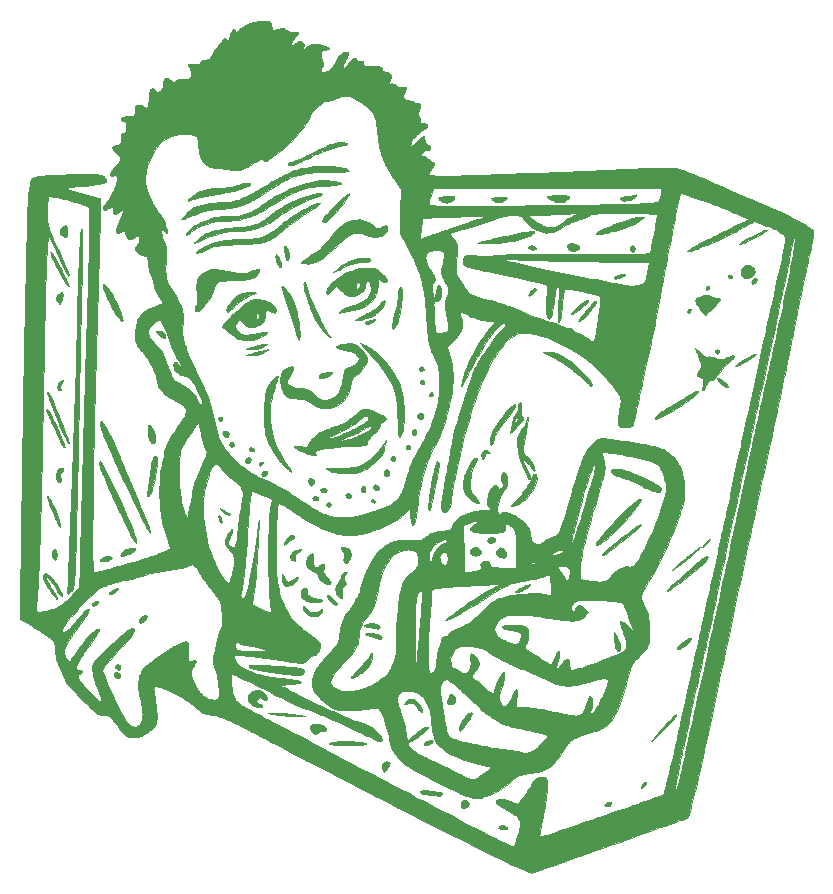
<source format=gto>
%TF.GenerationSoftware,KiCad,Pcbnew,(6.0.0)*%
%TF.CreationDate,2022-06-30T21:17:56-05:00*%
%TF.ProjectId,DieHardSAO,44696548-6172-4645-9341-4f2e6b696361,rev?*%
%TF.SameCoordinates,Original*%
%TF.FileFunction,Legend,Top*%
%TF.FilePolarity,Positive*%
%FSLAX46Y46*%
G04 Gerber Fmt 4.6, Leading zero omitted, Abs format (unit mm)*
G04 Created by KiCad (PCBNEW (6.0.0)) date 2022-06-30 21:17:56*
%MOMM*%
%LPD*%
G01*
G04 APERTURE LIST*
%ADD10C,0.010000*%
G04 APERTURE END LIST*
D10*
%TO.C,G\u002A\u002A\u002A*%
X139537705Y-80606191D02*
X139605210Y-80640476D01*
X139605210Y-80640476D02*
X139665165Y-80688553D01*
X139665165Y-80688553D02*
X139710395Y-80743003D01*
X139710395Y-80743003D02*
X139733725Y-80796410D01*
X139733725Y-80796410D02*
X139727978Y-80841356D01*
X139727978Y-80841356D02*
X139719946Y-80851651D01*
X139719946Y-80851651D02*
X139686631Y-80866891D01*
X139686631Y-80866891D02*
X139628038Y-80879679D01*
X139628038Y-80879679D02*
X139595554Y-80883694D01*
X139595554Y-80883694D02*
X139525583Y-80885805D01*
X139525583Y-80885805D02*
X139479330Y-80873169D01*
X139479330Y-80873169D02*
X139446398Y-80848371D01*
X139446398Y-80848371D02*
X139394485Y-80772553D01*
X139394485Y-80772553D02*
X139380155Y-80684001D01*
X139380155Y-80684001D02*
X139386042Y-80646031D01*
X139386042Y-80646031D02*
X139403879Y-80608513D01*
X139403879Y-80608513D02*
X139441029Y-80594362D01*
X139441029Y-80594362D02*
X139469827Y-80593114D01*
X139469827Y-80593114D02*
X139537705Y-80606191D01*
X139537705Y-80606191D02*
X139537705Y-80606191D01*
G36*
X139537705Y-80606191D02*
G01*
X139605210Y-80640476D01*
X139665165Y-80688553D01*
X139710395Y-80743003D01*
X139733725Y-80796410D01*
X139727978Y-80841356D01*
X139719946Y-80851651D01*
X139686631Y-80866891D01*
X139628038Y-80879679D01*
X139595554Y-80883694D01*
X139525583Y-80885805D01*
X139479330Y-80873169D01*
X139446398Y-80848371D01*
X139394485Y-80772553D01*
X139380155Y-80684001D01*
X139386042Y-80646031D01*
X139403879Y-80608513D01*
X139441029Y-80594362D01*
X139469827Y-80593114D01*
X139537705Y-80606191D01*
G37*
X139537705Y-80606191D02*
X139605210Y-80640476D01*
X139665165Y-80688553D01*
X139710395Y-80743003D01*
X139733725Y-80796410D01*
X139727978Y-80841356D01*
X139719946Y-80851651D01*
X139686631Y-80866891D01*
X139628038Y-80879679D01*
X139595554Y-80883694D01*
X139525583Y-80885805D01*
X139479330Y-80873169D01*
X139446398Y-80848371D01*
X139394485Y-80772553D01*
X139380155Y-80684001D01*
X139386042Y-80646031D01*
X139403879Y-80608513D01*
X139441029Y-80594362D01*
X139469827Y-80593114D01*
X139537705Y-80606191D01*
X98825029Y-96077244D02*
X98865358Y-96106708D01*
X98865358Y-96106708D02*
X98887155Y-96127829D01*
X98887155Y-96127829D02*
X98929549Y-96176310D01*
X98929549Y-96176310D02*
X98945348Y-96218044D01*
X98945348Y-96218044D02*
X98942011Y-96270251D01*
X98942011Y-96270251D02*
X98913139Y-96364281D01*
X98913139Y-96364281D02*
X98855483Y-96444431D01*
X98855483Y-96444431D02*
X98791494Y-96500362D01*
X98791494Y-96500362D02*
X98710957Y-96547039D01*
X98710957Y-96547039D02*
X98630749Y-96568411D01*
X98630749Y-96568411D02*
X98561544Y-96563010D01*
X98561544Y-96563010D02*
X98520539Y-96537624D01*
X98520539Y-96537624D02*
X98467854Y-96450405D01*
X98467854Y-96450405D02*
X98451477Y-96352300D01*
X98451477Y-96352300D02*
X98470788Y-96253125D01*
X98470788Y-96253125D02*
X98525170Y-96162694D01*
X98525170Y-96162694D02*
X98545523Y-96141302D01*
X98545523Y-96141302D02*
X98607708Y-96096687D01*
X98607708Y-96096687D02*
X98685140Y-96074445D01*
X98685140Y-96074445D02*
X98714222Y-96070919D01*
X98714222Y-96070919D02*
X98780987Y-96067400D01*
X98780987Y-96067400D02*
X98825029Y-96077244D01*
X98825029Y-96077244D02*
X98825029Y-96077244D01*
G36*
X98825029Y-96077244D02*
G01*
X98865358Y-96106708D01*
X98887155Y-96127829D01*
X98929549Y-96176310D01*
X98945348Y-96218044D01*
X98942011Y-96270251D01*
X98913139Y-96364281D01*
X98855483Y-96444431D01*
X98791494Y-96500362D01*
X98710957Y-96547039D01*
X98630749Y-96568411D01*
X98561544Y-96563010D01*
X98520539Y-96537624D01*
X98467854Y-96450405D01*
X98451477Y-96352300D01*
X98470788Y-96253125D01*
X98525170Y-96162694D01*
X98545523Y-96141302D01*
X98607708Y-96096687D01*
X98685140Y-96074445D01*
X98714222Y-96070919D01*
X98780987Y-96067400D01*
X98825029Y-96077244D01*
G37*
X98825029Y-96077244D02*
X98865358Y-96106708D01*
X98887155Y-96127829D01*
X98929549Y-96176310D01*
X98945348Y-96218044D01*
X98942011Y-96270251D01*
X98913139Y-96364281D01*
X98855483Y-96444431D01*
X98791494Y-96500362D01*
X98710957Y-96547039D01*
X98630749Y-96568411D01*
X98561544Y-96563010D01*
X98520539Y-96537624D01*
X98467854Y-96450405D01*
X98451477Y-96352300D01*
X98470788Y-96253125D01*
X98525170Y-96162694D01*
X98545523Y-96141302D01*
X98607708Y-96096687D01*
X98685140Y-96074445D01*
X98714222Y-96070919D01*
X98780987Y-96067400D01*
X98825029Y-96077244D01*
X82978885Y-96953587D02*
X83036312Y-96986754D01*
X83036312Y-96986754D02*
X83069195Y-97040693D01*
X83069195Y-97040693D02*
X83072804Y-97108752D01*
X83072804Y-97108752D02*
X83042410Y-97184281D01*
X83042410Y-97184281D02*
X82996686Y-97239678D01*
X82996686Y-97239678D02*
X82949554Y-97282635D01*
X82949554Y-97282635D02*
X82914155Y-97309815D01*
X82914155Y-97309815D02*
X82903324Y-97314781D01*
X82903324Y-97314781D02*
X82881725Y-97333220D01*
X82881725Y-97333220D02*
X82855315Y-97380032D01*
X82855315Y-97380032D02*
X82829301Y-97442460D01*
X82829301Y-97442460D02*
X82808889Y-97507746D01*
X82808889Y-97507746D02*
X82799287Y-97563131D01*
X82799287Y-97563131D02*
X82799101Y-97570172D01*
X82799101Y-97570172D02*
X82804913Y-97632912D01*
X82804913Y-97632912D02*
X82819483Y-97713160D01*
X82819483Y-97713160D02*
X82830600Y-97759281D01*
X82830600Y-97759281D02*
X82851824Y-97864193D01*
X82851824Y-97864193D02*
X82860872Y-97967733D01*
X82860872Y-97967733D02*
X82857394Y-98057066D01*
X82857394Y-98057066D02*
X82841041Y-98119358D01*
X82841041Y-98119358D02*
X82840438Y-98120505D01*
X82840438Y-98120505D02*
X82801504Y-98154633D01*
X82801504Y-98154633D02*
X82744701Y-98156763D01*
X82744701Y-98156763D02*
X82679272Y-98127409D01*
X82679272Y-98127409D02*
X82656624Y-98110281D01*
X82656624Y-98110281D02*
X82591720Y-98037438D01*
X82591720Y-98037438D02*
X82531425Y-97937641D01*
X82531425Y-97937641D02*
X82483820Y-97826125D01*
X82483820Y-97826125D02*
X82460683Y-97740750D01*
X82460683Y-97740750D02*
X82452676Y-97605023D01*
X82452676Y-97605023D02*
X82474607Y-97461358D01*
X82474607Y-97461358D02*
X82522216Y-97319100D01*
X82522216Y-97319100D02*
X82591240Y-97187594D01*
X82591240Y-97187594D02*
X82677420Y-97076185D01*
X82677420Y-97076185D02*
X82776493Y-96994218D01*
X82776493Y-96994218D02*
X82809316Y-96976170D01*
X82809316Y-96976170D02*
X82901643Y-96947842D01*
X82901643Y-96947842D02*
X82978885Y-96953587D01*
X82978885Y-96953587D02*
X82978885Y-96953587D01*
G36*
X82978885Y-96953587D02*
G01*
X83036312Y-96986754D01*
X83069195Y-97040693D01*
X83072804Y-97108752D01*
X83042410Y-97184281D01*
X82996686Y-97239678D01*
X82949554Y-97282635D01*
X82914155Y-97309815D01*
X82903324Y-97314781D01*
X82881725Y-97333220D01*
X82855315Y-97380032D01*
X82829301Y-97442460D01*
X82808889Y-97507746D01*
X82799287Y-97563131D01*
X82799101Y-97570172D01*
X82804913Y-97632912D01*
X82819483Y-97713160D01*
X82830600Y-97759281D01*
X82851824Y-97864193D01*
X82860872Y-97967733D01*
X82857394Y-98057066D01*
X82841041Y-98119358D01*
X82840438Y-98120505D01*
X82801504Y-98154633D01*
X82744701Y-98156763D01*
X82679272Y-98127409D01*
X82656624Y-98110281D01*
X82591720Y-98037438D01*
X82531425Y-97937641D01*
X82483820Y-97826125D01*
X82460683Y-97740750D01*
X82452676Y-97605023D01*
X82474607Y-97461358D01*
X82522216Y-97319100D01*
X82591240Y-97187594D01*
X82677420Y-97076185D01*
X82776493Y-96994218D01*
X82809316Y-96976170D01*
X82901643Y-96947842D01*
X82978885Y-96953587D01*
G37*
X82978885Y-96953587D02*
X83036312Y-96986754D01*
X83069195Y-97040693D01*
X83072804Y-97108752D01*
X83042410Y-97184281D01*
X82996686Y-97239678D01*
X82949554Y-97282635D01*
X82914155Y-97309815D01*
X82903324Y-97314781D01*
X82881725Y-97333220D01*
X82855315Y-97380032D01*
X82829301Y-97442460D01*
X82808889Y-97507746D01*
X82799287Y-97563131D01*
X82799101Y-97570172D01*
X82804913Y-97632912D01*
X82819483Y-97713160D01*
X82830600Y-97759281D01*
X82851824Y-97864193D01*
X82860872Y-97967733D01*
X82857394Y-98057066D01*
X82841041Y-98119358D01*
X82840438Y-98120505D01*
X82801504Y-98154633D01*
X82744701Y-98156763D01*
X82679272Y-98127409D01*
X82656624Y-98110281D01*
X82591720Y-98037438D01*
X82531425Y-97937641D01*
X82483820Y-97826125D01*
X82460683Y-97740750D01*
X82452676Y-97605023D01*
X82474607Y-97461358D01*
X82522216Y-97319100D01*
X82591240Y-97187594D01*
X82677420Y-97076185D01*
X82776493Y-96994218D01*
X82809316Y-96976170D01*
X82901643Y-96947842D01*
X82978885Y-96953587D01*
X118970033Y-95461327D02*
X119021313Y-95496677D01*
X119021313Y-95496677D02*
X119078079Y-95548731D01*
X119078079Y-95548731D02*
X119130637Y-95606781D01*
X119130637Y-95606781D02*
X119169292Y-95660118D01*
X119169292Y-95660118D02*
X119184350Y-95698035D01*
X119184350Y-95698035D02*
X119184350Y-95698057D01*
X119184350Y-95698057D02*
X119178733Y-95716212D01*
X119178733Y-95716212D02*
X119155847Y-95724152D01*
X119155847Y-95724152D02*
X119106640Y-95723219D01*
X119106640Y-95723219D02*
X119050567Y-95717885D01*
X119050567Y-95717885D02*
X118941173Y-95712903D01*
X118941173Y-95712903D02*
X118862959Y-95728633D01*
X118862959Y-95728633D02*
X118809636Y-95770261D01*
X118809636Y-95770261D02*
X118774919Y-95842975D01*
X118774919Y-95842975D02*
X118752521Y-95951963D01*
X118752521Y-95951963D02*
X118750683Y-95965305D01*
X118750683Y-95965305D02*
X118724601Y-96060230D01*
X118724601Y-96060230D02*
X118683770Y-96129347D01*
X118683770Y-96129347D02*
X118634720Y-96177719D01*
X118634720Y-96177719D02*
X118594126Y-96191163D01*
X118594126Y-96191163D02*
X118557810Y-96176748D01*
X118557810Y-96176748D02*
X118518462Y-96127183D01*
X118518462Y-96127183D02*
X118494686Y-96048069D01*
X118494686Y-96048069D02*
X118485969Y-95949012D01*
X118485969Y-95949012D02*
X118491795Y-95839621D01*
X118491795Y-95839621D02*
X118511649Y-95729503D01*
X118511649Y-95729503D02*
X118545016Y-95628265D01*
X118545016Y-95628265D02*
X118591379Y-95545516D01*
X118591379Y-95545516D02*
X118591683Y-95545111D01*
X118591683Y-95545111D02*
X118668753Y-95475556D01*
X118668753Y-95475556D02*
X118765589Y-95436729D01*
X118765589Y-95436729D02*
X118870290Y-95431268D01*
X118870290Y-95431268D02*
X118970033Y-95461327D01*
X118970033Y-95461327D02*
X118970033Y-95461327D01*
G36*
X118970033Y-95461327D02*
G01*
X119021313Y-95496677D01*
X119078079Y-95548731D01*
X119130637Y-95606781D01*
X119169292Y-95660118D01*
X119184350Y-95698035D01*
X119184350Y-95698057D01*
X119178733Y-95716212D01*
X119155847Y-95724152D01*
X119106640Y-95723219D01*
X119050567Y-95717885D01*
X118941173Y-95712903D01*
X118862959Y-95728633D01*
X118809636Y-95770261D01*
X118774919Y-95842975D01*
X118752521Y-95951963D01*
X118750683Y-95965305D01*
X118724601Y-96060230D01*
X118683770Y-96129347D01*
X118634720Y-96177719D01*
X118594126Y-96191163D01*
X118557810Y-96176748D01*
X118518462Y-96127183D01*
X118494686Y-96048069D01*
X118485969Y-95949012D01*
X118491795Y-95839621D01*
X118511649Y-95729503D01*
X118545016Y-95628265D01*
X118591379Y-95545516D01*
X118591683Y-95545111D01*
X118668753Y-95475556D01*
X118765589Y-95436729D01*
X118870290Y-95431268D01*
X118970033Y-95461327D01*
G37*
X118970033Y-95461327D02*
X119021313Y-95496677D01*
X119078079Y-95548731D01*
X119130637Y-95606781D01*
X119169292Y-95660118D01*
X119184350Y-95698035D01*
X119184350Y-95698057D01*
X119178733Y-95716212D01*
X119155847Y-95724152D01*
X119106640Y-95723219D01*
X119050567Y-95717885D01*
X118941173Y-95712903D01*
X118862959Y-95728633D01*
X118809636Y-95770261D01*
X118774919Y-95842975D01*
X118752521Y-95951963D01*
X118750683Y-95965305D01*
X118724601Y-96060230D01*
X118683770Y-96129347D01*
X118634720Y-96177719D01*
X118594126Y-96191163D01*
X118557810Y-96176748D01*
X118518462Y-96127183D01*
X118494686Y-96048069D01*
X118485969Y-95949012D01*
X118491795Y-95839621D01*
X118511649Y-95729503D01*
X118545016Y-95628265D01*
X118591379Y-95545516D01*
X118591683Y-95545111D01*
X118668753Y-95475556D01*
X118765589Y-95436729D01*
X118870290Y-95431268D01*
X118970033Y-95461327D01*
X112860829Y-93675388D02*
X112912014Y-93721756D01*
X112912014Y-93721756D02*
X112950599Y-93789320D01*
X112950599Y-93789320D02*
X112971740Y-93872929D01*
X112971740Y-93872929D02*
X112970594Y-93967438D01*
X112970594Y-93967438D02*
X112961134Y-94013583D01*
X112961134Y-94013583D02*
X112921722Y-94106580D01*
X112921722Y-94106580D02*
X112864193Y-94163344D01*
X112864193Y-94163344D02*
X112792017Y-94182114D01*
X112792017Y-94182114D02*
X112731280Y-94168472D01*
X112731280Y-94168472D02*
X112687300Y-94140897D01*
X112687300Y-94140897D02*
X112645885Y-94076457D01*
X112645885Y-94076457D02*
X112618397Y-93988963D01*
X112618397Y-93988963D02*
X112609480Y-93896664D01*
X112609480Y-93896664D02*
X112613839Y-93852204D01*
X112613839Y-93852204D02*
X112638045Y-93783102D01*
X112638045Y-93783102D02*
X112677497Y-93718125D01*
X112677497Y-93718125D02*
X112680121Y-93714934D01*
X112680121Y-93714934D02*
X112740039Y-93666829D01*
X112740039Y-93666829D02*
X112801890Y-93655363D01*
X112801890Y-93655363D02*
X112860829Y-93675388D01*
X112860829Y-93675388D02*
X112860829Y-93675388D01*
G36*
X112860829Y-93675388D02*
G01*
X112912014Y-93721756D01*
X112950599Y-93789320D01*
X112971740Y-93872929D01*
X112970594Y-93967438D01*
X112961134Y-94013583D01*
X112921722Y-94106580D01*
X112864193Y-94163344D01*
X112792017Y-94182114D01*
X112731280Y-94168472D01*
X112687300Y-94140897D01*
X112645885Y-94076457D01*
X112618397Y-93988963D01*
X112609480Y-93896664D01*
X112613839Y-93852204D01*
X112638045Y-93783102D01*
X112677497Y-93718125D01*
X112680121Y-93714934D01*
X112740039Y-93666829D01*
X112801890Y-93655363D01*
X112860829Y-93675388D01*
G37*
X112860829Y-93675388D02*
X112912014Y-93721756D01*
X112950599Y-93789320D01*
X112971740Y-93872929D01*
X112970594Y-93967438D01*
X112961134Y-94013583D01*
X112921722Y-94106580D01*
X112864193Y-94163344D01*
X112792017Y-94182114D01*
X112731280Y-94168472D01*
X112687300Y-94140897D01*
X112645885Y-94076457D01*
X112618397Y-93988963D01*
X112609480Y-93896664D01*
X112613839Y-93852204D01*
X112638045Y-93783102D01*
X112677497Y-93718125D01*
X112680121Y-93714934D01*
X112740039Y-93666829D01*
X112801890Y-93655363D01*
X112860829Y-93675388D01*
X89047409Y-103729272D02*
X89123488Y-103761741D01*
X89123488Y-103761741D02*
X89160300Y-103805211D01*
X89160300Y-103805211D02*
X89159094Y-103858407D01*
X89159094Y-103858407D02*
X89121118Y-103920055D01*
X89121118Y-103920055D02*
X89047619Y-103988877D01*
X89047619Y-103988877D02*
X88939846Y-104063600D01*
X88939846Y-104063600D02*
X88799045Y-104142946D01*
X88799045Y-104142946D02*
X88626465Y-104225641D01*
X88626465Y-104225641D02*
X88515003Y-104273518D01*
X88515003Y-104273518D02*
X88412644Y-104313570D01*
X88412644Y-104313570D02*
X88305849Y-104351474D01*
X88305849Y-104351474D02*
X88203965Y-104384327D01*
X88203965Y-104384327D02*
X88116335Y-104409224D01*
X88116335Y-104409224D02*
X88052306Y-104423263D01*
X88052306Y-104423263D02*
X88027017Y-104425126D01*
X88027017Y-104425126D02*
X88001295Y-104417282D01*
X88001295Y-104417282D02*
X87968808Y-104404954D01*
X87968808Y-104404954D02*
X87935699Y-104381601D01*
X87935699Y-104381601D02*
X87922557Y-104338447D01*
X87922557Y-104338447D02*
X87921323Y-104305754D01*
X87921323Y-104305754D02*
X87931619Y-104235481D01*
X87931619Y-104235481D02*
X87956460Y-104172794D01*
X87956460Y-104172794D02*
X87958866Y-104168983D01*
X87958866Y-104168983D02*
X88031615Y-104086506D01*
X88031615Y-104086506D02*
X88136513Y-104004743D01*
X88136513Y-104004743D02*
X88265196Y-103927070D01*
X88265196Y-103927070D02*
X88409299Y-103856868D01*
X88409299Y-103856868D02*
X88560456Y-103797516D01*
X88560456Y-103797516D02*
X88710303Y-103752392D01*
X88710303Y-103752392D02*
X88850475Y-103724875D01*
X88850475Y-103724875D02*
X88972606Y-103718344D01*
X88972606Y-103718344D02*
X89047409Y-103729272D01*
X89047409Y-103729272D02*
X89047409Y-103729272D01*
G36*
X89047409Y-103729272D02*
G01*
X89123488Y-103761741D01*
X89160300Y-103805211D01*
X89159094Y-103858407D01*
X89121118Y-103920055D01*
X89047619Y-103988877D01*
X88939846Y-104063600D01*
X88799045Y-104142946D01*
X88626465Y-104225641D01*
X88515003Y-104273518D01*
X88412644Y-104313570D01*
X88305849Y-104351474D01*
X88203965Y-104384327D01*
X88116335Y-104409224D01*
X88052306Y-104423263D01*
X88027017Y-104425126D01*
X88001295Y-104417282D01*
X87968808Y-104404954D01*
X87935699Y-104381601D01*
X87922557Y-104338447D01*
X87921323Y-104305754D01*
X87931619Y-104235481D01*
X87956460Y-104172794D01*
X87958866Y-104168983D01*
X88031615Y-104086506D01*
X88136513Y-104004743D01*
X88265196Y-103927070D01*
X88409299Y-103856868D01*
X88560456Y-103797516D01*
X88710303Y-103752392D01*
X88850475Y-103724875D01*
X88972606Y-103718344D01*
X89047409Y-103729272D01*
G37*
X89047409Y-103729272D02*
X89123488Y-103761741D01*
X89160300Y-103805211D01*
X89159094Y-103858407D01*
X89121118Y-103920055D01*
X89047619Y-103988877D01*
X88939846Y-104063600D01*
X88799045Y-104142946D01*
X88626465Y-104225641D01*
X88515003Y-104273518D01*
X88412644Y-104313570D01*
X88305849Y-104351474D01*
X88203965Y-104384327D01*
X88116335Y-104409224D01*
X88052306Y-104423263D01*
X88027017Y-104425126D01*
X88001295Y-104417282D01*
X87968808Y-104404954D01*
X87935699Y-104381601D01*
X87922557Y-104338447D01*
X87921323Y-104305754D01*
X87931619Y-104235481D01*
X87956460Y-104172794D01*
X87958866Y-104168983D01*
X88031615Y-104086506D01*
X88136513Y-104004743D01*
X88265196Y-103927070D01*
X88409299Y-103856868D01*
X88560456Y-103797516D01*
X88710303Y-103752392D01*
X88850475Y-103724875D01*
X88972606Y-103718344D01*
X89047409Y-103729272D01*
X99016959Y-95214977D02*
X99086745Y-95240518D01*
X99086745Y-95240518D02*
X99184199Y-95301795D01*
X99184199Y-95301795D02*
X99242583Y-95367790D01*
X99242583Y-95367790D02*
X99263799Y-95432562D01*
X99263799Y-95432562D02*
X99249748Y-95490172D01*
X99249748Y-95490172D02*
X99202331Y-95534681D01*
X99202331Y-95534681D02*
X99123448Y-95560151D01*
X99123448Y-95560151D02*
X99015001Y-95560641D01*
X99015001Y-95560641D02*
X98985598Y-95556517D01*
X98985598Y-95556517D02*
X98899232Y-95526574D01*
X98899232Y-95526574D02*
X98835761Y-95473471D01*
X98835761Y-95473471D02*
X98803347Y-95405050D01*
X98803347Y-95405050D02*
X98800850Y-95379051D01*
X98800850Y-95379051D02*
X98817118Y-95294286D01*
X98817118Y-95294286D02*
X98862241Y-95236901D01*
X98862241Y-95236901D02*
X98930696Y-95209573D01*
X98930696Y-95209573D02*
X99016959Y-95214977D01*
X99016959Y-95214977D02*
X99016959Y-95214977D01*
G36*
X99016959Y-95214977D02*
G01*
X99086745Y-95240518D01*
X99184199Y-95301795D01*
X99242583Y-95367790D01*
X99263799Y-95432562D01*
X99249748Y-95490172D01*
X99202331Y-95534681D01*
X99123448Y-95560151D01*
X99015001Y-95560641D01*
X98985598Y-95556517D01*
X98899232Y-95526574D01*
X98835761Y-95473471D01*
X98803347Y-95405050D01*
X98800850Y-95379051D01*
X98817118Y-95294286D01*
X98862241Y-95236901D01*
X98930696Y-95209573D01*
X99016959Y-95214977D01*
G37*
X99016959Y-95214977D02*
X99086745Y-95240518D01*
X99184199Y-95301795D01*
X99242583Y-95367790D01*
X99263799Y-95432562D01*
X99249748Y-95490172D01*
X99202331Y-95534681D01*
X99123448Y-95560151D01*
X99015001Y-95560641D01*
X98985598Y-95556517D01*
X98899232Y-95526574D01*
X98835761Y-95473471D01*
X98803347Y-95405050D01*
X98800850Y-95379051D01*
X98817118Y-95294286D01*
X98862241Y-95236901D01*
X98930696Y-95209573D01*
X99016959Y-95214977D01*
X99450732Y-113621114D02*
X99605605Y-113627258D01*
X99605605Y-113627258D02*
X99789351Y-113636080D01*
X99789351Y-113636080D02*
X99997535Y-113647271D01*
X99997535Y-113647271D02*
X100225721Y-113660524D01*
X100225721Y-113660524D02*
X100469476Y-113675529D01*
X100469476Y-113675529D02*
X100724362Y-113691978D01*
X100724362Y-113691978D02*
X100985945Y-113709563D01*
X100985945Y-113709563D02*
X101249789Y-113727974D01*
X101249789Y-113727974D02*
X101511459Y-113746905D01*
X101511459Y-113746905D02*
X101766519Y-113766045D01*
X101766519Y-113766045D02*
X102010535Y-113785087D01*
X102010535Y-113785087D02*
X102239070Y-113803723D01*
X102239070Y-113803723D02*
X102447690Y-113821643D01*
X102447690Y-113821643D02*
X102631958Y-113838539D01*
X102631958Y-113838539D02*
X102787440Y-113854103D01*
X102787440Y-113854103D02*
X102909701Y-113868026D01*
X102909701Y-113868026D02*
X102981857Y-113877971D01*
X102981857Y-113877971D02*
X103146212Y-113909151D01*
X103146212Y-113909151D02*
X103275035Y-113945163D01*
X103275035Y-113945163D02*
X103365691Y-113985181D01*
X103365691Y-113985181D02*
X103398257Y-114008535D01*
X103398257Y-114008535D02*
X103430970Y-114064432D01*
X103430970Y-114064432D02*
X103439082Y-114141721D01*
X103439082Y-114141721D02*
X103425133Y-114229305D01*
X103425133Y-114229305D02*
X103391664Y-114316087D01*
X103391664Y-114316087D02*
X103341215Y-114390970D01*
X103341215Y-114390970D02*
X103302565Y-114426526D01*
X103302565Y-114426526D02*
X103276962Y-114442863D01*
X103276962Y-114442863D02*
X103246811Y-114454686D01*
X103246811Y-114454686D02*
X103205038Y-114462797D01*
X103205038Y-114462797D02*
X103144568Y-114467998D01*
X103144568Y-114467998D02*
X103058329Y-114471093D01*
X103058329Y-114471093D02*
X102939246Y-114472882D01*
X102939246Y-114472882D02*
X102889815Y-114473337D01*
X102889815Y-114473337D02*
X102766915Y-114473822D01*
X102766915Y-114473822D02*
X102654585Y-114473247D01*
X102654585Y-114473247D02*
X102561527Y-114471734D01*
X102561527Y-114471734D02*
X102496442Y-114469404D01*
X102496442Y-114469404D02*
X102473267Y-114467511D01*
X102473267Y-114467511D02*
X102433547Y-114462377D01*
X102433547Y-114462377D02*
X102359135Y-114453096D01*
X102359135Y-114453096D02*
X102257369Y-114440572D01*
X102257369Y-114440572D02*
X102135587Y-114425706D01*
X102135587Y-114425706D02*
X102001127Y-114409401D01*
X102001127Y-114409401D02*
X101965267Y-114405070D01*
X101965267Y-114405070D02*
X101702026Y-114372248D01*
X101702026Y-114372248D02*
X101424455Y-114335715D01*
X101424455Y-114335715D02*
X101138503Y-114296376D01*
X101138503Y-114296376D02*
X100850116Y-114255137D01*
X100850116Y-114255137D02*
X100565244Y-114212903D01*
X100565244Y-114212903D02*
X100289834Y-114170580D01*
X100289834Y-114170580D02*
X100029835Y-114129072D01*
X100029835Y-114129072D02*
X99791195Y-114089286D01*
X99791195Y-114089286D02*
X99579862Y-114052127D01*
X99579862Y-114052127D02*
X99401784Y-114018501D01*
X99401784Y-114018501D02*
X99330017Y-114003912D01*
X99330017Y-114003912D02*
X99166010Y-113963871D01*
X99166010Y-113963871D02*
X99027990Y-113918572D01*
X99027990Y-113918572D02*
X98919760Y-113869815D01*
X98919760Y-113869815D02*
X98845125Y-113819398D01*
X98845125Y-113819398D02*
X98807888Y-113769123D01*
X98807888Y-113769123D02*
X98804690Y-113755385D01*
X98804690Y-113755385D02*
X98810034Y-113712264D01*
X98810034Y-113712264D02*
X98839653Y-113678719D01*
X98839653Y-113678719D02*
X98897240Y-113653600D01*
X98897240Y-113653600D02*
X98986488Y-113635755D01*
X98986488Y-113635755D02*
X99111093Y-113624035D01*
X99111093Y-113624035D02*
X99245350Y-113618094D01*
X99245350Y-113618094D02*
X99329169Y-113617956D01*
X99329169Y-113617956D02*
X99450732Y-113621114D01*
X99450732Y-113621114D02*
X99450732Y-113621114D01*
G36*
X99450732Y-113621114D02*
G01*
X99605605Y-113627258D01*
X99789351Y-113636080D01*
X99997535Y-113647271D01*
X100225721Y-113660524D01*
X100469476Y-113675529D01*
X100724362Y-113691978D01*
X100985945Y-113709563D01*
X101249789Y-113727974D01*
X101511459Y-113746905D01*
X101766519Y-113766045D01*
X102010535Y-113785087D01*
X102239070Y-113803723D01*
X102447690Y-113821643D01*
X102631958Y-113838539D01*
X102787440Y-113854103D01*
X102909701Y-113868026D01*
X102981857Y-113877971D01*
X103146212Y-113909151D01*
X103275035Y-113945163D01*
X103365691Y-113985181D01*
X103398257Y-114008535D01*
X103430970Y-114064432D01*
X103439082Y-114141721D01*
X103425133Y-114229305D01*
X103391664Y-114316087D01*
X103341215Y-114390970D01*
X103302565Y-114426526D01*
X103276962Y-114442863D01*
X103246811Y-114454686D01*
X103205038Y-114462797D01*
X103144568Y-114467998D01*
X103058329Y-114471093D01*
X102939246Y-114472882D01*
X102889815Y-114473337D01*
X102766915Y-114473822D01*
X102654585Y-114473247D01*
X102561527Y-114471734D01*
X102496442Y-114469404D01*
X102473267Y-114467511D01*
X102433547Y-114462377D01*
X102359135Y-114453096D01*
X102257369Y-114440572D01*
X102135587Y-114425706D01*
X102001127Y-114409401D01*
X101965267Y-114405070D01*
X101702026Y-114372248D01*
X101424455Y-114335715D01*
X101138503Y-114296376D01*
X100850116Y-114255137D01*
X100565244Y-114212903D01*
X100289834Y-114170580D01*
X100029835Y-114129072D01*
X99791195Y-114089286D01*
X99579862Y-114052127D01*
X99401784Y-114018501D01*
X99330017Y-114003912D01*
X99166010Y-113963871D01*
X99027990Y-113918572D01*
X98919760Y-113869815D01*
X98845125Y-113819398D01*
X98807888Y-113769123D01*
X98804690Y-113755385D01*
X98810034Y-113712264D01*
X98839653Y-113678719D01*
X98897240Y-113653600D01*
X98986488Y-113635755D01*
X99111093Y-113624035D01*
X99245350Y-113618094D01*
X99329169Y-113617956D01*
X99450732Y-113621114D01*
G37*
X99450732Y-113621114D02*
X99605605Y-113627258D01*
X99789351Y-113636080D01*
X99997535Y-113647271D01*
X100225721Y-113660524D01*
X100469476Y-113675529D01*
X100724362Y-113691978D01*
X100985945Y-113709563D01*
X101249789Y-113727974D01*
X101511459Y-113746905D01*
X101766519Y-113766045D01*
X102010535Y-113785087D01*
X102239070Y-113803723D01*
X102447690Y-113821643D01*
X102631958Y-113838539D01*
X102787440Y-113854103D01*
X102909701Y-113868026D01*
X102981857Y-113877971D01*
X103146212Y-113909151D01*
X103275035Y-113945163D01*
X103365691Y-113985181D01*
X103398257Y-114008535D01*
X103430970Y-114064432D01*
X103439082Y-114141721D01*
X103425133Y-114229305D01*
X103391664Y-114316087D01*
X103341215Y-114390970D01*
X103302565Y-114426526D01*
X103276962Y-114442863D01*
X103246811Y-114454686D01*
X103205038Y-114462797D01*
X103144568Y-114467998D01*
X103058329Y-114471093D01*
X102939246Y-114472882D01*
X102889815Y-114473337D01*
X102766915Y-114473822D01*
X102654585Y-114473247D01*
X102561527Y-114471734D01*
X102496442Y-114469404D01*
X102473267Y-114467511D01*
X102433547Y-114462377D01*
X102359135Y-114453096D01*
X102257369Y-114440572D01*
X102135587Y-114425706D01*
X102001127Y-114409401D01*
X101965267Y-114405070D01*
X101702026Y-114372248D01*
X101424455Y-114335715D01*
X101138503Y-114296376D01*
X100850116Y-114255137D01*
X100565244Y-114212903D01*
X100289834Y-114170580D01*
X100029835Y-114129072D01*
X99791195Y-114089286D01*
X99579862Y-114052127D01*
X99401784Y-114018501D01*
X99330017Y-114003912D01*
X99166010Y-113963871D01*
X99027990Y-113918572D01*
X98919760Y-113869815D01*
X98845125Y-113819398D01*
X98807888Y-113769123D01*
X98804690Y-113755385D01*
X98810034Y-113712264D01*
X98839653Y-113678719D01*
X98897240Y-113653600D01*
X98986488Y-113635755D01*
X99111093Y-113624035D01*
X99245350Y-113618094D01*
X99329169Y-113617956D01*
X99450732Y-113621114D01*
X81798266Y-90592643D02*
X81847179Y-90641255D01*
X81847179Y-90641255D02*
X81899607Y-90709705D01*
X81899607Y-90709705D02*
X81950873Y-90793945D01*
X81950873Y-90793945D02*
X81963325Y-90817717D01*
X81963325Y-90817717D02*
X82029632Y-90953748D01*
X82029632Y-90953748D02*
X82108268Y-91123849D01*
X82108268Y-91123849D02*
X82197367Y-91323400D01*
X82197367Y-91323400D02*
X82295061Y-91547778D01*
X82295061Y-91547778D02*
X82399481Y-91792362D01*
X82399481Y-91792362D02*
X82508761Y-92052531D01*
X82508761Y-92052531D02*
X82621031Y-92323661D01*
X82621031Y-92323661D02*
X82734426Y-92601133D01*
X82734426Y-92601133D02*
X82847076Y-92880324D01*
X82847076Y-92880324D02*
X82957115Y-93156612D01*
X82957115Y-93156612D02*
X83062674Y-93425376D01*
X83062674Y-93425376D02*
X83161885Y-93681994D01*
X83161885Y-93681994D02*
X83252881Y-93921845D01*
X83252881Y-93921845D02*
X83333795Y-94140307D01*
X83333795Y-94140307D02*
X83402758Y-94332758D01*
X83402758Y-94332758D02*
X83457903Y-94494576D01*
X83457903Y-94494576D02*
X83489143Y-94593302D01*
X83489143Y-94593302D02*
X83520960Y-94709558D01*
X83520960Y-94709558D02*
X83535822Y-94789784D01*
X83535822Y-94789784D02*
X83533995Y-94833316D01*
X83533995Y-94833316D02*
X83515745Y-94839491D01*
X83515745Y-94839491D02*
X83481336Y-94807647D01*
X83481336Y-94807647D02*
X83431434Y-94737739D01*
X83431434Y-94737739D02*
X83392214Y-94671185D01*
X83392214Y-94671185D02*
X83339043Y-94572375D01*
X83339043Y-94572375D02*
X83275058Y-94447785D01*
X83275058Y-94447785D02*
X83203397Y-94303889D01*
X83203397Y-94303889D02*
X83127199Y-94147162D01*
X83127199Y-94147162D02*
X83049601Y-93984080D01*
X83049601Y-93984080D02*
X82973742Y-93821118D01*
X82973742Y-93821118D02*
X82902759Y-93664750D01*
X82902759Y-93664750D02*
X82839791Y-93521451D01*
X82839791Y-93521451D02*
X82823626Y-93483614D01*
X82823626Y-93483614D02*
X82764329Y-93341888D01*
X82764329Y-93341888D02*
X82697110Y-93177958D01*
X82697110Y-93177958D02*
X82623413Y-92995587D01*
X82623413Y-92995587D02*
X82544683Y-92798538D01*
X82544683Y-92798538D02*
X82462364Y-92590574D01*
X82462364Y-92590574D02*
X82377900Y-92375458D01*
X82377900Y-92375458D02*
X82292735Y-92156954D01*
X82292735Y-92156954D02*
X82208314Y-91938824D01*
X82208314Y-91938824D02*
X82126080Y-91724832D01*
X82126080Y-91724832D02*
X82047479Y-91518741D01*
X82047479Y-91518741D02*
X81973955Y-91324314D01*
X81973955Y-91324314D02*
X81906951Y-91145315D01*
X81906951Y-91145315D02*
X81847913Y-90985505D01*
X81847913Y-90985505D02*
X81798283Y-90848649D01*
X81798283Y-90848649D02*
X81759507Y-90738510D01*
X81759507Y-90738510D02*
X81733029Y-90658851D01*
X81733029Y-90658851D02*
X81720294Y-90613435D01*
X81720294Y-90613435D02*
X81719350Y-90606343D01*
X81719350Y-90606343D02*
X81729676Y-90571138D01*
X81729676Y-90571138D02*
X81757540Y-90567921D01*
X81757540Y-90567921D02*
X81798266Y-90592643D01*
X81798266Y-90592643D02*
X81798266Y-90592643D01*
G36*
X81798266Y-90592643D02*
G01*
X81847179Y-90641255D01*
X81899607Y-90709705D01*
X81950873Y-90793945D01*
X81963325Y-90817717D01*
X82029632Y-90953748D01*
X82108268Y-91123849D01*
X82197367Y-91323400D01*
X82295061Y-91547778D01*
X82399481Y-91792362D01*
X82508761Y-92052531D01*
X82621031Y-92323661D01*
X82734426Y-92601133D01*
X82847076Y-92880324D01*
X82957115Y-93156612D01*
X83062674Y-93425376D01*
X83161885Y-93681994D01*
X83252881Y-93921845D01*
X83333795Y-94140307D01*
X83402758Y-94332758D01*
X83457903Y-94494576D01*
X83489143Y-94593302D01*
X83520960Y-94709558D01*
X83535822Y-94789784D01*
X83533995Y-94833316D01*
X83515745Y-94839491D01*
X83481336Y-94807647D01*
X83431434Y-94737739D01*
X83392214Y-94671185D01*
X83339043Y-94572375D01*
X83275058Y-94447785D01*
X83203397Y-94303889D01*
X83127199Y-94147162D01*
X83049601Y-93984080D01*
X82973742Y-93821118D01*
X82902759Y-93664750D01*
X82839791Y-93521451D01*
X82823626Y-93483614D01*
X82764329Y-93341888D01*
X82697110Y-93177958D01*
X82623413Y-92995587D01*
X82544683Y-92798538D01*
X82462364Y-92590574D01*
X82377900Y-92375458D01*
X82292735Y-92156954D01*
X82208314Y-91938824D01*
X82126080Y-91724832D01*
X82047479Y-91518741D01*
X81973955Y-91324314D01*
X81906951Y-91145315D01*
X81847913Y-90985505D01*
X81798283Y-90848649D01*
X81759507Y-90738510D01*
X81733029Y-90658851D01*
X81720294Y-90613435D01*
X81719350Y-90606343D01*
X81729676Y-90571138D01*
X81757540Y-90567921D01*
X81798266Y-90592643D01*
G37*
X81798266Y-90592643D02*
X81847179Y-90641255D01*
X81899607Y-90709705D01*
X81950873Y-90793945D01*
X81963325Y-90817717D01*
X82029632Y-90953748D01*
X82108268Y-91123849D01*
X82197367Y-91323400D01*
X82295061Y-91547778D01*
X82399481Y-91792362D01*
X82508761Y-92052531D01*
X82621031Y-92323661D01*
X82734426Y-92601133D01*
X82847076Y-92880324D01*
X82957115Y-93156612D01*
X83062674Y-93425376D01*
X83161885Y-93681994D01*
X83252881Y-93921845D01*
X83333795Y-94140307D01*
X83402758Y-94332758D01*
X83457903Y-94494576D01*
X83489143Y-94593302D01*
X83520960Y-94709558D01*
X83535822Y-94789784D01*
X83533995Y-94833316D01*
X83515745Y-94839491D01*
X83481336Y-94807647D01*
X83431434Y-94737739D01*
X83392214Y-94671185D01*
X83339043Y-94572375D01*
X83275058Y-94447785D01*
X83203397Y-94303889D01*
X83127199Y-94147162D01*
X83049601Y-93984080D01*
X82973742Y-93821118D01*
X82902759Y-93664750D01*
X82839791Y-93521451D01*
X82823626Y-93483614D01*
X82764329Y-93341888D01*
X82697110Y-93177958D01*
X82623413Y-92995587D01*
X82544683Y-92798538D01*
X82462364Y-92590574D01*
X82377900Y-92375458D01*
X82292735Y-92156954D01*
X82208314Y-91938824D01*
X82126080Y-91724832D01*
X82047479Y-91518741D01*
X81973955Y-91324314D01*
X81906951Y-91145315D01*
X81847913Y-90985505D01*
X81798283Y-90848649D01*
X81759507Y-90738510D01*
X81733029Y-90658851D01*
X81720294Y-90613435D01*
X81719350Y-90606343D01*
X81729676Y-90571138D01*
X81757540Y-90567921D01*
X81798266Y-90592643D01*
X136761318Y-90452806D02*
X136784311Y-90464657D01*
X136784311Y-90464657D02*
X136807381Y-90486455D01*
X136807381Y-90486455D02*
X136807886Y-90512332D01*
X136807886Y-90512332D02*
X136787534Y-90556617D01*
X136787534Y-90556617D02*
X136740835Y-90622436D01*
X136740835Y-90622436D02*
X136660672Y-90706786D01*
X136660672Y-90706786D02*
X136550415Y-90807334D01*
X136550415Y-90807334D02*
X136413435Y-90921747D01*
X136413435Y-90921747D02*
X136253103Y-91047692D01*
X136253103Y-91047692D02*
X136072790Y-91182837D01*
X136072790Y-91182837D02*
X135875867Y-91324850D01*
X135875867Y-91324850D02*
X135665704Y-91471397D01*
X135665704Y-91471397D02*
X135445673Y-91620146D01*
X135445673Y-91620146D02*
X135219143Y-91768764D01*
X135219143Y-91768764D02*
X134989487Y-91914919D01*
X134989487Y-91914919D02*
X134760074Y-92056277D01*
X134760074Y-92056277D02*
X134534275Y-92190507D01*
X134534275Y-92190507D02*
X134315463Y-92315276D01*
X134315463Y-92315276D02*
X134107006Y-92428250D01*
X134107006Y-92428250D02*
X134011600Y-92477611D01*
X134011600Y-92477611D02*
X133812027Y-92577442D01*
X133812027Y-92577442D02*
X133645830Y-92656601D01*
X133645830Y-92656601D02*
X133509991Y-92716038D01*
X133509991Y-92716038D02*
X133401491Y-92756701D01*
X133401491Y-92756701D02*
X133317310Y-92779541D01*
X133317310Y-92779541D02*
X133254430Y-92785506D01*
X133254430Y-92785506D02*
X133209830Y-92775545D01*
X133209830Y-92775545D02*
X133180493Y-92750609D01*
X133180493Y-92750609D02*
X133174461Y-92740809D01*
X133174461Y-92740809D02*
X133160054Y-92686038D01*
X133160054Y-92686038D02*
X133162290Y-92650851D01*
X133162290Y-92650851D02*
X133188751Y-92609097D01*
X133188751Y-92609097D02*
X133251363Y-92547965D01*
X133251363Y-92547965D02*
X133349076Y-92468280D01*
X133349076Y-92468280D02*
X133480842Y-92370869D01*
X133480842Y-92370869D02*
X133645609Y-92256556D01*
X133645609Y-92256556D02*
X133763588Y-92177749D01*
X133763588Y-92177749D02*
X133830125Y-92134938D01*
X133830125Y-92134938D02*
X133927933Y-92073530D01*
X133927933Y-92073530D02*
X134053025Y-91995933D01*
X134053025Y-91995933D02*
X134201413Y-91904558D01*
X134201413Y-91904558D02*
X134369110Y-91801815D01*
X134369110Y-91801815D02*
X134552131Y-91690115D01*
X134552131Y-91690115D02*
X134746487Y-91571868D01*
X134746487Y-91571868D02*
X134948191Y-91449484D01*
X134948191Y-91449484D02*
X135153258Y-91325374D01*
X135153258Y-91325374D02*
X135357699Y-91201948D01*
X135357699Y-91201948D02*
X135557528Y-91081615D01*
X135557528Y-91081615D02*
X135748759Y-90966788D01*
X135748759Y-90966788D02*
X135927404Y-90859875D01*
X135927404Y-90859875D02*
X136089475Y-90763287D01*
X136089475Y-90763287D02*
X136230987Y-90679434D01*
X136230987Y-90679434D02*
X136347953Y-90610727D01*
X136347953Y-90610727D02*
X136436385Y-90559576D01*
X136436385Y-90559576D02*
X136488100Y-90530641D01*
X136488100Y-90530641D02*
X136605418Y-90474831D01*
X136605418Y-90474831D02*
X136695725Y-90449057D01*
X136695725Y-90449057D02*
X136761318Y-90452806D01*
X136761318Y-90452806D02*
X136761318Y-90452806D01*
G36*
X136761318Y-90452806D02*
G01*
X136784311Y-90464657D01*
X136807381Y-90486455D01*
X136807886Y-90512332D01*
X136787534Y-90556617D01*
X136740835Y-90622436D01*
X136660672Y-90706786D01*
X136550415Y-90807334D01*
X136413435Y-90921747D01*
X136253103Y-91047692D01*
X136072790Y-91182837D01*
X135875867Y-91324850D01*
X135665704Y-91471397D01*
X135445673Y-91620146D01*
X135219143Y-91768764D01*
X134989487Y-91914919D01*
X134760074Y-92056277D01*
X134534275Y-92190507D01*
X134315463Y-92315276D01*
X134107006Y-92428250D01*
X134011600Y-92477611D01*
X133812027Y-92577442D01*
X133645830Y-92656601D01*
X133509991Y-92716038D01*
X133401491Y-92756701D01*
X133317310Y-92779541D01*
X133254430Y-92785506D01*
X133209830Y-92775545D01*
X133180493Y-92750609D01*
X133174461Y-92740809D01*
X133160054Y-92686038D01*
X133162290Y-92650851D01*
X133188751Y-92609097D01*
X133251363Y-92547965D01*
X133349076Y-92468280D01*
X133480842Y-92370869D01*
X133645609Y-92256556D01*
X133763588Y-92177749D01*
X133830125Y-92134938D01*
X133927933Y-92073530D01*
X134053025Y-91995933D01*
X134201413Y-91904558D01*
X134369110Y-91801815D01*
X134552131Y-91690115D01*
X134746487Y-91571868D01*
X134948191Y-91449484D01*
X135153258Y-91325374D01*
X135357699Y-91201948D01*
X135557528Y-91081615D01*
X135748759Y-90966788D01*
X135927404Y-90859875D01*
X136089475Y-90763287D01*
X136230987Y-90679434D01*
X136347953Y-90610727D01*
X136436385Y-90559576D01*
X136488100Y-90530641D01*
X136605418Y-90474831D01*
X136695725Y-90449057D01*
X136761318Y-90452806D01*
G37*
X136761318Y-90452806D02*
X136784311Y-90464657D01*
X136807381Y-90486455D01*
X136807886Y-90512332D01*
X136787534Y-90556617D01*
X136740835Y-90622436D01*
X136660672Y-90706786D01*
X136550415Y-90807334D01*
X136413435Y-90921747D01*
X136253103Y-91047692D01*
X136072790Y-91182837D01*
X135875867Y-91324850D01*
X135665704Y-91471397D01*
X135445673Y-91620146D01*
X135219143Y-91768764D01*
X134989487Y-91914919D01*
X134760074Y-92056277D01*
X134534275Y-92190507D01*
X134315463Y-92315276D01*
X134107006Y-92428250D01*
X134011600Y-92477611D01*
X133812027Y-92577442D01*
X133645830Y-92656601D01*
X133509991Y-92716038D01*
X133401491Y-92756701D01*
X133317310Y-92779541D01*
X133254430Y-92785506D01*
X133209830Y-92775545D01*
X133180493Y-92750609D01*
X133174461Y-92740809D01*
X133160054Y-92686038D01*
X133162290Y-92650851D01*
X133188751Y-92609097D01*
X133251363Y-92547965D01*
X133349076Y-92468280D01*
X133480842Y-92370869D01*
X133645609Y-92256556D01*
X133763588Y-92177749D01*
X133830125Y-92134938D01*
X133927933Y-92073530D01*
X134053025Y-91995933D01*
X134201413Y-91904558D01*
X134369110Y-91801815D01*
X134552131Y-91690115D01*
X134746487Y-91571868D01*
X134948191Y-91449484D01*
X135153258Y-91325374D01*
X135357699Y-91201948D01*
X135557528Y-91081615D01*
X135748759Y-90966788D01*
X135927404Y-90859875D01*
X136089475Y-90763287D01*
X136230987Y-90679434D01*
X136347953Y-90610727D01*
X136436385Y-90559576D01*
X136488100Y-90530641D01*
X136605418Y-90474831D01*
X136695725Y-90449057D01*
X136761318Y-90452806D01*
X123070124Y-81767415D02*
X123091559Y-81799242D01*
X123091559Y-81799242D02*
X123079938Y-81854894D01*
X123079938Y-81854894D02*
X123051387Y-81910909D01*
X123051387Y-81910909D02*
X122992064Y-81997653D01*
X122992064Y-81997653D02*
X122918238Y-82083750D01*
X122918238Y-82083750D02*
X122835395Y-82165207D01*
X122835395Y-82165207D02*
X122749019Y-82238026D01*
X122749019Y-82238026D02*
X122664595Y-82298213D01*
X122664595Y-82298213D02*
X122587607Y-82341773D01*
X122587607Y-82341773D02*
X122523539Y-82364709D01*
X122523539Y-82364709D02*
X122477877Y-82363028D01*
X122477877Y-82363028D02*
X122458776Y-82342613D01*
X122458776Y-82342613D02*
X122454860Y-82277597D01*
X122454860Y-82277597D02*
X122481856Y-82198018D01*
X122481856Y-82198018D02*
X122533816Y-82110134D01*
X122533816Y-82110134D02*
X122604793Y-82020201D01*
X122604793Y-82020201D02*
X122688839Y-81934479D01*
X122688839Y-81934479D02*
X122780007Y-81859223D01*
X122780007Y-81859223D02*
X122872349Y-81800691D01*
X122872349Y-81800691D02*
X122959917Y-81765141D01*
X122959917Y-81765141D02*
X123015130Y-81757281D01*
X123015130Y-81757281D02*
X123070124Y-81767415D01*
X123070124Y-81767415D02*
X123070124Y-81767415D01*
G36*
X123070124Y-81767415D02*
G01*
X123091559Y-81799242D01*
X123079938Y-81854894D01*
X123051387Y-81910909D01*
X122992064Y-81997653D01*
X122918238Y-82083750D01*
X122835395Y-82165207D01*
X122749019Y-82238026D01*
X122664595Y-82298213D01*
X122587607Y-82341773D01*
X122523539Y-82364709D01*
X122477877Y-82363028D01*
X122458776Y-82342613D01*
X122454860Y-82277597D01*
X122481856Y-82198018D01*
X122533816Y-82110134D01*
X122604793Y-82020201D01*
X122688839Y-81934479D01*
X122780007Y-81859223D01*
X122872349Y-81800691D01*
X122959917Y-81765141D01*
X123015130Y-81757281D01*
X123070124Y-81767415D01*
G37*
X123070124Y-81767415D02*
X123091559Y-81799242D01*
X123079938Y-81854894D01*
X123051387Y-81910909D01*
X122992064Y-81997653D01*
X122918238Y-82083750D01*
X122835395Y-82165207D01*
X122749019Y-82238026D01*
X122664595Y-82298213D01*
X122587607Y-82341773D01*
X122523539Y-82364709D01*
X122477877Y-82363028D01*
X122458776Y-82342613D01*
X122454860Y-82277597D01*
X122481856Y-82198018D01*
X122533816Y-82110134D01*
X122604793Y-82020201D01*
X122688839Y-81934479D01*
X122780007Y-81859223D01*
X122872349Y-81800691D01*
X122959917Y-81765141D01*
X123015130Y-81757281D01*
X123070124Y-81767415D01*
X109321830Y-99596178D02*
X109399929Y-99647605D01*
X109399929Y-99647605D02*
X109431808Y-99676468D01*
X109431808Y-99676468D02*
X109483201Y-99736868D01*
X109483201Y-99736868D02*
X109509380Y-99790185D01*
X109509380Y-99790185D02*
X109511183Y-99803875D01*
X109511183Y-99803875D02*
X109508421Y-99831433D01*
X109508421Y-99831433D02*
X109494186Y-99849803D01*
X109494186Y-99849803D02*
X109459556Y-99863800D01*
X109459556Y-99863800D02*
X109395607Y-99878237D01*
X109395607Y-99878237D02*
X109360726Y-99885039D01*
X109360726Y-99885039D02*
X109317889Y-99881826D01*
X109317889Y-99881826D02*
X109263807Y-99865142D01*
X109263807Y-99865142D02*
X109202751Y-99819068D01*
X109202751Y-99819068D02*
X109165045Y-99750291D01*
X109165045Y-99750291D02*
X109157688Y-99674181D01*
X109157688Y-99674181D02*
X109164273Y-99646629D01*
X109164273Y-99646629D02*
X109199470Y-99595184D01*
X109199470Y-99595184D02*
X109253500Y-99578536D01*
X109253500Y-99578536D02*
X109321830Y-99596178D01*
X109321830Y-99596178D02*
X109321830Y-99596178D01*
G36*
X109321830Y-99596178D02*
G01*
X109399929Y-99647605D01*
X109431808Y-99676468D01*
X109483201Y-99736868D01*
X109509380Y-99790185D01*
X109511183Y-99803875D01*
X109508421Y-99831433D01*
X109494186Y-99849803D01*
X109459556Y-99863800D01*
X109395607Y-99878237D01*
X109360726Y-99885039D01*
X109317889Y-99881826D01*
X109263807Y-99865142D01*
X109202751Y-99819068D01*
X109165045Y-99750291D01*
X109157688Y-99674181D01*
X109164273Y-99646629D01*
X109199470Y-99595184D01*
X109253500Y-99578536D01*
X109321830Y-99596178D01*
G37*
X109321830Y-99596178D02*
X109399929Y-99647605D01*
X109431808Y-99676468D01*
X109483201Y-99736868D01*
X109509380Y-99790185D01*
X109511183Y-99803875D01*
X109508421Y-99831433D01*
X109494186Y-99849803D01*
X109459556Y-99863800D01*
X109395607Y-99878237D01*
X109360726Y-99885039D01*
X109317889Y-99881826D01*
X109263807Y-99865142D01*
X109202751Y-99819068D01*
X109165045Y-99750291D01*
X109157688Y-99674181D01*
X109164273Y-99646629D01*
X109199470Y-99595184D01*
X109253500Y-99578536D01*
X109321830Y-99596178D01*
X87759134Y-113587341D02*
X87784200Y-113600978D01*
X87784200Y-113600978D02*
X87846349Y-113659748D01*
X87846349Y-113659748D02*
X87892076Y-113737642D01*
X87892076Y-113737642D02*
X87918655Y-113823553D01*
X87918655Y-113823553D02*
X87923360Y-113906377D01*
X87923360Y-113906377D02*
X87903466Y-113975007D01*
X87903466Y-113975007D02*
X87882475Y-114001417D01*
X87882475Y-114001417D02*
X87825316Y-114028523D01*
X87825316Y-114028523D02*
X87747931Y-114034814D01*
X87747931Y-114034814D02*
X87666806Y-114020557D01*
X87666806Y-114020557D02*
X87614267Y-113997065D01*
X87614267Y-113997065D02*
X87529764Y-113932736D01*
X87529764Y-113932736D02*
X87482393Y-113864196D01*
X87482393Y-113864196D02*
X87467080Y-113783987D01*
X87467080Y-113783987D02*
X87467062Y-113780756D01*
X87467062Y-113780756D02*
X87485419Y-113699724D01*
X87485419Y-113699724D02*
X87533817Y-113634191D01*
X87533817Y-113634191D02*
X87602244Y-113589832D01*
X87602244Y-113589832D02*
X87680686Y-113572324D01*
X87680686Y-113572324D02*
X87759134Y-113587341D01*
X87759134Y-113587341D02*
X87759134Y-113587341D01*
G36*
X87759134Y-113587341D02*
G01*
X87784200Y-113600978D01*
X87846349Y-113659748D01*
X87892076Y-113737642D01*
X87918655Y-113823553D01*
X87923360Y-113906377D01*
X87903466Y-113975007D01*
X87882475Y-114001417D01*
X87825316Y-114028523D01*
X87747931Y-114034814D01*
X87666806Y-114020557D01*
X87614267Y-113997065D01*
X87529764Y-113932736D01*
X87482393Y-113864196D01*
X87467080Y-113783987D01*
X87467062Y-113780756D01*
X87485419Y-113699724D01*
X87533817Y-113634191D01*
X87602244Y-113589832D01*
X87680686Y-113572324D01*
X87759134Y-113587341D01*
G37*
X87759134Y-113587341D02*
X87784200Y-113600978D01*
X87846349Y-113659748D01*
X87892076Y-113737642D01*
X87918655Y-113823553D01*
X87923360Y-113906377D01*
X87903466Y-113975007D01*
X87882475Y-114001417D01*
X87825316Y-114028523D01*
X87747931Y-114034814D01*
X87666806Y-114020557D01*
X87614267Y-113997065D01*
X87529764Y-113932736D01*
X87482393Y-113864196D01*
X87467080Y-113783987D01*
X87467062Y-113780756D01*
X87485419Y-113699724D01*
X87533817Y-113634191D01*
X87602244Y-113589832D01*
X87680686Y-113572324D01*
X87759134Y-113587341D01*
X96332469Y-100995069D02*
X96376252Y-101063157D01*
X96376252Y-101063157D02*
X96407045Y-101134953D01*
X96407045Y-101134953D02*
X96444569Y-101250082D01*
X96444569Y-101250082D02*
X96469413Y-101357227D01*
X96469413Y-101357227D02*
X96481865Y-101451491D01*
X96481865Y-101451491D02*
X96482210Y-101527978D01*
X96482210Y-101527978D02*
X96470735Y-101581794D01*
X96470735Y-101581794D02*
X96447724Y-101608042D01*
X96447724Y-101608042D02*
X96413465Y-101601827D01*
X96413465Y-101601827D02*
X96381404Y-101573853D01*
X96381404Y-101573853D02*
X96334440Y-101506160D01*
X96334440Y-101506160D02*
X96292888Y-101417544D01*
X96292888Y-101417544D02*
X96258842Y-101317357D01*
X96258842Y-101317357D02*
X96234392Y-101214949D01*
X96234392Y-101214949D02*
X96221633Y-101119673D01*
X96221633Y-101119673D02*
X96222657Y-101040880D01*
X96222657Y-101040880D02*
X96239556Y-100987920D01*
X96239556Y-100987920D02*
X96248154Y-100978367D01*
X96248154Y-100978367D02*
X96289289Y-100966333D01*
X96289289Y-100966333D02*
X96332469Y-100995069D01*
X96332469Y-100995069D02*
X96332469Y-100995069D01*
G36*
X96332469Y-100995069D02*
G01*
X96376252Y-101063157D01*
X96407045Y-101134953D01*
X96444569Y-101250082D01*
X96469413Y-101357227D01*
X96481865Y-101451491D01*
X96482210Y-101527978D01*
X96470735Y-101581794D01*
X96447724Y-101608042D01*
X96413465Y-101601827D01*
X96381404Y-101573853D01*
X96334440Y-101506160D01*
X96292888Y-101417544D01*
X96258842Y-101317357D01*
X96234392Y-101214949D01*
X96221633Y-101119673D01*
X96222657Y-101040880D01*
X96239556Y-100987920D01*
X96248154Y-100978367D01*
X96289289Y-100966333D01*
X96332469Y-100995069D01*
G37*
X96332469Y-100995069D02*
X96376252Y-101063157D01*
X96407045Y-101134953D01*
X96444569Y-101250082D01*
X96469413Y-101357227D01*
X96481865Y-101451491D01*
X96482210Y-101527978D01*
X96470735Y-101581794D01*
X96447724Y-101608042D01*
X96413465Y-101601827D01*
X96381404Y-101573853D01*
X96334440Y-101506160D01*
X96292888Y-101417544D01*
X96258842Y-101317357D01*
X96234392Y-101214949D01*
X96221633Y-101119673D01*
X96222657Y-101040880D01*
X96239556Y-100987920D01*
X96248154Y-100978367D01*
X96289289Y-100966333D01*
X96332469Y-100995069D01*
X100277573Y-86430739D02*
X100303771Y-86451033D01*
X100303771Y-86451033D02*
X100290701Y-86486201D01*
X100290701Y-86486201D02*
X100237998Y-86535604D01*
X100237998Y-86535604D02*
X100186048Y-86572579D01*
X100186048Y-86572579D02*
X99958892Y-86699572D01*
X99958892Y-86699572D02*
X99704552Y-86798761D01*
X99704552Y-86798761D02*
X99428827Y-86868879D01*
X99428827Y-86868879D02*
X99137517Y-86908658D01*
X99137517Y-86908658D02*
X98836420Y-86916833D01*
X98836420Y-86916833D02*
X98657975Y-86906449D01*
X98657975Y-86906449D02*
X98593862Y-86894949D01*
X98593862Y-86894949D02*
X98570034Y-86876232D01*
X98570034Y-86876232D02*
X98587219Y-86851271D01*
X98587219Y-86851271D02*
X98607377Y-86838872D01*
X98607377Y-86838872D02*
X98651737Y-86820903D01*
X98651737Y-86820903D02*
X98731062Y-86794661D01*
X98731062Y-86794661D02*
X98839168Y-86761799D01*
X98839168Y-86761799D02*
X98969866Y-86723974D01*
X98969866Y-86723974D02*
X99116971Y-86682837D01*
X99116971Y-86682837D02*
X99274296Y-86640046D01*
X99274296Y-86640046D02*
X99435654Y-86597253D01*
X99435654Y-86597253D02*
X99594859Y-86556114D01*
X99594859Y-86556114D02*
X99745724Y-86518282D01*
X99745724Y-86518282D02*
X99882063Y-86485413D01*
X99882063Y-86485413D02*
X99997689Y-86459161D01*
X99997689Y-86459161D02*
X100086415Y-86441180D01*
X100086415Y-86441180D02*
X100108831Y-86437329D01*
X100108831Y-86437329D02*
X100212471Y-86425958D01*
X100212471Y-86425958D02*
X100277573Y-86430739D01*
X100277573Y-86430739D02*
X100277573Y-86430739D01*
G36*
X100277573Y-86430739D02*
G01*
X100303771Y-86451033D01*
X100290701Y-86486201D01*
X100237998Y-86535604D01*
X100186048Y-86572579D01*
X99958892Y-86699572D01*
X99704552Y-86798761D01*
X99428827Y-86868879D01*
X99137517Y-86908658D01*
X98836420Y-86916833D01*
X98657975Y-86906449D01*
X98593862Y-86894949D01*
X98570034Y-86876232D01*
X98587219Y-86851271D01*
X98607377Y-86838872D01*
X98651737Y-86820903D01*
X98731062Y-86794661D01*
X98839168Y-86761799D01*
X98969866Y-86723974D01*
X99116971Y-86682837D01*
X99274296Y-86640046D01*
X99435654Y-86597253D01*
X99594859Y-86556114D01*
X99745724Y-86518282D01*
X99882063Y-86485413D01*
X99997689Y-86459161D01*
X100086415Y-86441180D01*
X100108831Y-86437329D01*
X100212471Y-86425958D01*
X100277573Y-86430739D01*
G37*
X100277573Y-86430739D02*
X100303771Y-86451033D01*
X100290701Y-86486201D01*
X100237998Y-86535604D01*
X100186048Y-86572579D01*
X99958892Y-86699572D01*
X99704552Y-86798761D01*
X99428827Y-86868879D01*
X99137517Y-86908658D01*
X98836420Y-86916833D01*
X98657975Y-86906449D01*
X98593862Y-86894949D01*
X98570034Y-86876232D01*
X98587219Y-86851271D01*
X98607377Y-86838872D01*
X98651737Y-86820903D01*
X98731062Y-86794661D01*
X98839168Y-86761799D01*
X98969866Y-86723974D01*
X99116971Y-86682837D01*
X99274296Y-86640046D01*
X99435654Y-86597253D01*
X99594859Y-86556114D01*
X99745724Y-86518282D01*
X99882063Y-86485413D01*
X99997689Y-86459161D01*
X100086415Y-86441180D01*
X100108831Y-86437329D01*
X100212471Y-86425958D01*
X100277573Y-86430739D01*
X96878682Y-93834799D02*
X96928671Y-93844096D01*
X96928671Y-93844096D02*
X96967351Y-93865989D01*
X96967351Y-93865989D02*
X97006568Y-93902063D01*
X97006568Y-93902063D02*
X97044800Y-93944084D01*
X97044800Y-93944084D02*
X97065586Y-93983070D01*
X97065586Y-93983070D02*
X97074161Y-94034505D01*
X97074161Y-94034505D02*
X97075767Y-94106732D01*
X97075767Y-94106732D02*
X97073108Y-94186914D01*
X97073108Y-94186914D02*
X97062524Y-94239449D01*
X97062524Y-94239449D02*
X97040103Y-94278832D01*
X97040103Y-94278832D02*
X97024452Y-94296825D01*
X97024452Y-94296825D02*
X96958328Y-94338911D01*
X96958328Y-94338911D02*
X96875962Y-94351924D01*
X96875962Y-94351924D02*
X96793648Y-94333870D01*
X96793648Y-94333870D02*
X96779433Y-94326804D01*
X96779433Y-94326804D02*
X96685427Y-94259733D01*
X96685427Y-94259733D02*
X96615470Y-94179323D01*
X96615470Y-94179323D02*
X96572296Y-94092791D01*
X96572296Y-94092791D02*
X96558637Y-94007354D01*
X96558637Y-94007354D02*
X96577225Y-93930226D01*
X96577225Y-93930226D02*
X96611805Y-93884178D01*
X96611805Y-93884178D02*
X96650012Y-93854878D01*
X96650012Y-93854878D02*
X96694592Y-93839246D01*
X96694592Y-93839246D02*
X96760042Y-93833369D01*
X96760042Y-93833369D02*
X96801898Y-93832864D01*
X96801898Y-93832864D02*
X96878682Y-93834799D01*
X96878682Y-93834799D02*
X96878682Y-93834799D01*
G36*
X96878682Y-93834799D02*
G01*
X96928671Y-93844096D01*
X96967351Y-93865989D01*
X97006568Y-93902063D01*
X97044800Y-93944084D01*
X97065586Y-93983070D01*
X97074161Y-94034505D01*
X97075767Y-94106732D01*
X97073108Y-94186914D01*
X97062524Y-94239449D01*
X97040103Y-94278832D01*
X97024452Y-94296825D01*
X96958328Y-94338911D01*
X96875962Y-94351924D01*
X96793648Y-94333870D01*
X96779433Y-94326804D01*
X96685427Y-94259733D01*
X96615470Y-94179323D01*
X96572296Y-94092791D01*
X96558637Y-94007354D01*
X96577225Y-93930226D01*
X96611805Y-93884178D01*
X96650012Y-93854878D01*
X96694592Y-93839246D01*
X96760042Y-93833369D01*
X96801898Y-93832864D01*
X96878682Y-93834799D01*
G37*
X96878682Y-93834799D02*
X96928671Y-93844096D01*
X96967351Y-93865989D01*
X97006568Y-93902063D01*
X97044800Y-93944084D01*
X97065586Y-93983070D01*
X97074161Y-94034505D01*
X97075767Y-94106732D01*
X97073108Y-94186914D01*
X97062524Y-94239449D01*
X97040103Y-94278832D01*
X97024452Y-94296825D01*
X96958328Y-94338911D01*
X96875962Y-94351924D01*
X96793648Y-94333870D01*
X96779433Y-94326804D01*
X96685427Y-94259733D01*
X96615470Y-94179323D01*
X96572296Y-94092791D01*
X96558637Y-94007354D01*
X96577225Y-93930226D01*
X96611805Y-93884178D01*
X96650012Y-93854878D01*
X96694592Y-93839246D01*
X96760042Y-93833369D01*
X96801898Y-93832864D01*
X96878682Y-93834799D01*
X114310646Y-90560511D02*
X114337767Y-90609540D01*
X114337767Y-90609540D02*
X114352727Y-90676290D01*
X114352727Y-90676290D02*
X114351123Y-90748172D01*
X114351123Y-90748172D02*
X114320802Y-90830397D01*
X114320802Y-90830397D02*
X114261750Y-90881677D01*
X114261750Y-90881677D02*
X114175050Y-90901121D01*
X114175050Y-90901121D02*
X114165051Y-90901281D01*
X114165051Y-90901281D02*
X114106041Y-90895751D01*
X114106041Y-90895751D02*
X114072940Y-90874131D01*
X114072940Y-90874131D02*
X114058772Y-90849695D01*
X114058772Y-90849695D02*
X114048065Y-90812074D01*
X114048065Y-90812074D02*
X114055562Y-90771774D01*
X114055562Y-90771774D02*
X114084472Y-90714266D01*
X114084472Y-90714266D02*
X114091296Y-90702504D01*
X114091296Y-90702504D02*
X114154803Y-90613409D01*
X114154803Y-90613409D02*
X114219423Y-90558465D01*
X114219423Y-90558465D02*
X114275825Y-90541447D01*
X114275825Y-90541447D02*
X114310646Y-90560511D01*
X114310646Y-90560511D02*
X114310646Y-90560511D01*
G36*
X114310646Y-90560511D02*
G01*
X114337767Y-90609540D01*
X114352727Y-90676290D01*
X114351123Y-90748172D01*
X114320802Y-90830397D01*
X114261750Y-90881677D01*
X114175050Y-90901121D01*
X114165051Y-90901281D01*
X114106041Y-90895751D01*
X114072940Y-90874131D01*
X114058772Y-90849695D01*
X114048065Y-90812074D01*
X114055562Y-90771774D01*
X114084472Y-90714266D01*
X114091296Y-90702504D01*
X114154803Y-90613409D01*
X114219423Y-90558465D01*
X114275825Y-90541447D01*
X114310646Y-90560511D01*
G37*
X114310646Y-90560511D02*
X114337767Y-90609540D01*
X114352727Y-90676290D01*
X114351123Y-90748172D01*
X114320802Y-90830397D01*
X114261750Y-90881677D01*
X114175050Y-90901121D01*
X114165051Y-90901281D01*
X114106041Y-90895751D01*
X114072940Y-90874131D01*
X114058772Y-90849695D01*
X114048065Y-90812074D01*
X114055562Y-90771774D01*
X114084472Y-90714266D01*
X114091296Y-90702504D01*
X114154803Y-90613409D01*
X114219423Y-90558465D01*
X114275825Y-90541447D01*
X114310646Y-90560511D01*
X81732733Y-92028032D02*
X81787840Y-92084233D01*
X81787840Y-92084233D02*
X81854755Y-92172008D01*
X81854755Y-92172008D02*
X81931719Y-92289773D01*
X81931719Y-92289773D02*
X81962380Y-92340614D01*
X81962380Y-92340614D02*
X82052481Y-92498404D01*
X82052481Y-92498404D02*
X82148289Y-92676027D01*
X82148289Y-92676027D02*
X82248207Y-92869780D01*
X82248207Y-92869780D02*
X82350637Y-93075958D01*
X82350637Y-93075958D02*
X82453985Y-93290856D01*
X82453985Y-93290856D02*
X82556653Y-93510771D01*
X82556653Y-93510771D02*
X82657045Y-93731998D01*
X82657045Y-93731998D02*
X82753564Y-93950833D01*
X82753564Y-93950833D02*
X82844615Y-94163573D01*
X82844615Y-94163573D02*
X82928599Y-94366512D01*
X82928599Y-94366512D02*
X83003922Y-94555946D01*
X83003922Y-94555946D02*
X83068986Y-94728172D01*
X83068986Y-94728172D02*
X83122195Y-94879486D01*
X83122195Y-94879486D02*
X83161953Y-95006182D01*
X83161953Y-95006182D02*
X83186663Y-95104557D01*
X83186663Y-95104557D02*
X83194728Y-95170906D01*
X83194728Y-95170906D02*
X83191484Y-95192426D01*
X83191484Y-95192426D02*
X83169471Y-95217271D01*
X83169471Y-95217271D02*
X83135901Y-95203859D01*
X83135901Y-95203859D02*
X83089106Y-95151513D01*
X83089106Y-95151513D02*
X83088341Y-95150489D01*
X83088341Y-95150489D02*
X83041282Y-95079563D01*
X83041282Y-95079563D02*
X82982505Y-94976908D01*
X82982505Y-94976908D02*
X82911312Y-94841133D01*
X82911312Y-94841133D02*
X82827004Y-94670847D01*
X82827004Y-94670847D02*
X82728885Y-94464657D01*
X82728885Y-94464657D02*
X82616257Y-94221172D01*
X82616257Y-94221172D02*
X82555124Y-94086864D01*
X82555124Y-94086864D02*
X82468995Y-93898335D01*
X82468995Y-93898335D02*
X82370625Y-93685618D01*
X82370625Y-93685618D02*
X82266295Y-93462127D01*
X82266295Y-93462127D02*
X82162286Y-93241278D01*
X82162286Y-93241278D02*
X82064879Y-93036486D01*
X82064879Y-93036486D02*
X82005073Y-92912114D01*
X82005073Y-92912114D02*
X81912494Y-92719783D01*
X81912494Y-92719783D02*
X81837298Y-92561162D01*
X81837298Y-92561162D02*
X81777799Y-92432163D01*
X81777799Y-92432163D02*
X81732314Y-92328701D01*
X81732314Y-92328701D02*
X81699158Y-92246687D01*
X81699158Y-92246687D02*
X81676648Y-92182036D01*
X81676648Y-92182036D02*
X81663098Y-92130659D01*
X81663098Y-92130659D02*
X81656824Y-92088471D01*
X81656824Y-92088471D02*
X81655850Y-92064707D01*
X81655850Y-92064707D02*
X81664979Y-92016686D01*
X81664979Y-92016686D02*
X81691193Y-92004988D01*
X81691193Y-92004988D02*
X81732733Y-92028032D01*
X81732733Y-92028032D02*
X81732733Y-92028032D01*
G36*
X81732733Y-92028032D02*
G01*
X81787840Y-92084233D01*
X81854755Y-92172008D01*
X81931719Y-92289773D01*
X81962380Y-92340614D01*
X82052481Y-92498404D01*
X82148289Y-92676027D01*
X82248207Y-92869780D01*
X82350637Y-93075958D01*
X82453985Y-93290856D01*
X82556653Y-93510771D01*
X82657045Y-93731998D01*
X82753564Y-93950833D01*
X82844615Y-94163573D01*
X82928599Y-94366512D01*
X83003922Y-94555946D01*
X83068986Y-94728172D01*
X83122195Y-94879486D01*
X83161953Y-95006182D01*
X83186663Y-95104557D01*
X83194728Y-95170906D01*
X83191484Y-95192426D01*
X83169471Y-95217271D01*
X83135901Y-95203859D01*
X83089106Y-95151513D01*
X83088341Y-95150489D01*
X83041282Y-95079563D01*
X82982505Y-94976908D01*
X82911312Y-94841133D01*
X82827004Y-94670847D01*
X82728885Y-94464657D01*
X82616257Y-94221172D01*
X82555124Y-94086864D01*
X82468995Y-93898335D01*
X82370625Y-93685618D01*
X82266295Y-93462127D01*
X82162286Y-93241278D01*
X82064879Y-93036486D01*
X82005073Y-92912114D01*
X81912494Y-92719783D01*
X81837298Y-92561162D01*
X81777799Y-92432163D01*
X81732314Y-92328701D01*
X81699158Y-92246687D01*
X81676648Y-92182036D01*
X81663098Y-92130659D01*
X81656824Y-92088471D01*
X81655850Y-92064707D01*
X81664979Y-92016686D01*
X81691193Y-92004988D01*
X81732733Y-92028032D01*
G37*
X81732733Y-92028032D02*
X81787840Y-92084233D01*
X81854755Y-92172008D01*
X81931719Y-92289773D01*
X81962380Y-92340614D01*
X82052481Y-92498404D01*
X82148289Y-92676027D01*
X82248207Y-92869780D01*
X82350637Y-93075958D01*
X82453985Y-93290856D01*
X82556653Y-93510771D01*
X82657045Y-93731998D01*
X82753564Y-93950833D01*
X82844615Y-94163573D01*
X82928599Y-94366512D01*
X83003922Y-94555946D01*
X83068986Y-94728172D01*
X83122195Y-94879486D01*
X83161953Y-95006182D01*
X83186663Y-95104557D01*
X83194728Y-95170906D01*
X83191484Y-95192426D01*
X83169471Y-95217271D01*
X83135901Y-95203859D01*
X83089106Y-95151513D01*
X83088341Y-95150489D01*
X83041282Y-95079563D01*
X82982505Y-94976908D01*
X82911312Y-94841133D01*
X82827004Y-94670847D01*
X82728885Y-94464657D01*
X82616257Y-94221172D01*
X82555124Y-94086864D01*
X82468995Y-93898335D01*
X82370625Y-93685618D01*
X82266295Y-93462127D01*
X82162286Y-93241278D01*
X82064879Y-93036486D01*
X82005073Y-92912114D01*
X81912494Y-92719783D01*
X81837298Y-92561162D01*
X81777799Y-92432163D01*
X81732314Y-92328701D01*
X81699158Y-92246687D01*
X81676648Y-92182036D01*
X81663098Y-92130659D01*
X81656824Y-92088471D01*
X81655850Y-92064707D01*
X81664979Y-92016686D01*
X81691193Y-92004988D01*
X81732733Y-92028032D01*
X121761415Y-91413216D02*
X121815166Y-91436350D01*
X121815166Y-91436350D02*
X121851018Y-91492094D01*
X121851018Y-91492094D02*
X121869180Y-91581840D01*
X121869180Y-91581840D02*
X121869857Y-91706985D01*
X121869857Y-91706985D02*
X121853258Y-91868922D01*
X121853258Y-91868922D02*
X121841055Y-91949031D01*
X121841055Y-91949031D02*
X121817153Y-92126196D01*
X121817153Y-92126196D02*
X121810343Y-92269949D01*
X121810343Y-92269949D02*
X121821482Y-92385975D01*
X121821482Y-92385975D02*
X121851423Y-92479955D01*
X121851423Y-92479955D02*
X121901020Y-92557574D01*
X121901020Y-92557574D02*
X121938391Y-92596654D01*
X121938391Y-92596654D02*
X121994990Y-92663460D01*
X121994990Y-92663460D02*
X122019827Y-92733536D01*
X122019827Y-92733536D02*
X122012208Y-92811873D01*
X122012208Y-92811873D02*
X121971440Y-92903458D01*
X121971440Y-92903458D02*
X121896827Y-93013278D01*
X121896827Y-93013278D02*
X121876801Y-93039114D01*
X121876801Y-93039114D02*
X121842421Y-93079045D01*
X121842421Y-93079045D02*
X121785648Y-93140785D01*
X121785648Y-93140785D02*
X121710860Y-93219899D01*
X121710860Y-93219899D02*
X121622438Y-93311954D01*
X121622438Y-93311954D02*
X121524760Y-93412514D01*
X121524760Y-93412514D02*
X121422206Y-93517145D01*
X121422206Y-93517145D02*
X121319155Y-93621411D01*
X121319155Y-93621411D02*
X121219987Y-93720880D01*
X121219987Y-93720880D02*
X121129081Y-93811115D01*
X121129081Y-93811115D02*
X121050816Y-93887683D01*
X121050816Y-93887683D02*
X120989571Y-93946148D01*
X120989571Y-93946148D02*
X120949727Y-93982077D01*
X120949727Y-93982077D02*
X120936169Y-93991614D01*
X120936169Y-93991614D02*
X120926801Y-93974258D01*
X120926801Y-93974258D02*
X120929364Y-93943989D01*
X120929364Y-93943989D02*
X120935779Y-93907880D01*
X120935779Y-93907880D02*
X120947152Y-93837867D01*
X120947152Y-93837867D02*
X120962227Y-93741919D01*
X120962227Y-93741919D02*
X120979747Y-93628005D01*
X120979747Y-93628005D02*
X120993975Y-93533988D01*
X120993975Y-93533988D02*
X121034874Y-93288327D01*
X121034874Y-93288327D02*
X121079225Y-93078062D01*
X121079225Y-93078062D02*
X121103443Y-92990098D01*
X121103443Y-92990098D02*
X121261199Y-92990098D01*
X121261199Y-92990098D02*
X121270008Y-93022064D01*
X121270008Y-93022064D02*
X121291945Y-93048185D01*
X121291945Y-93048185D02*
X121319374Y-93073168D01*
X121319374Y-93073168D02*
X121342867Y-93078303D01*
X121342867Y-93078303D02*
X121379221Y-93063857D01*
X121379221Y-93063857D02*
X121406232Y-93050017D01*
X121406232Y-93050017D02*
X121470081Y-93002395D01*
X121470081Y-93002395D02*
X121524624Y-92935847D01*
X121524624Y-92935847D02*
X121563878Y-92861671D01*
X121563878Y-92861671D02*
X121581862Y-92791162D01*
X121581862Y-92791162D02*
X121572647Y-92735709D01*
X121572647Y-92735709D02*
X121535359Y-92704213D01*
X121535359Y-92704213D02*
X121483138Y-92704556D01*
X121483138Y-92704556D02*
X121423607Y-92732759D01*
X121423607Y-92732759D02*
X121364391Y-92784838D01*
X121364391Y-92784838D02*
X121313114Y-92856813D01*
X121313114Y-92856813D02*
X121302833Y-92876611D01*
X121302833Y-92876611D02*
X121271884Y-92945657D01*
X121271884Y-92945657D02*
X121261199Y-92990098D01*
X121261199Y-92990098D02*
X121103443Y-92990098D01*
X121103443Y-92990098D02*
X121129276Y-92896270D01*
X121129276Y-92896270D02*
X121187277Y-92736029D01*
X121187277Y-92736029D02*
X121255478Y-92590420D01*
X121255478Y-92590420D02*
X121336128Y-92452520D01*
X121336128Y-92452520D02*
X121354685Y-92424150D01*
X121354685Y-92424150D02*
X121421544Y-92318844D01*
X121421544Y-92318844D02*
X121473667Y-92222839D01*
X121473667Y-92222839D02*
X121514041Y-92126907D01*
X121514041Y-92126907D02*
X121545654Y-92021819D01*
X121545654Y-92021819D02*
X121571493Y-91898346D01*
X121571493Y-91898346D02*
X121594545Y-91747259D01*
X121594545Y-91747259D02*
X121608049Y-91641424D01*
X121608049Y-91641424D02*
X121625351Y-91563899D01*
X121625351Y-91563899D02*
X121653766Y-91490906D01*
X121653766Y-91490906D02*
X121661970Y-91476026D01*
X121661970Y-91476026D02*
X121698276Y-91428630D01*
X121698276Y-91428630D02*
X121736555Y-91412439D01*
X121736555Y-91412439D02*
X121761415Y-91413216D01*
X121761415Y-91413216D02*
X121761415Y-91413216D01*
G36*
X121187277Y-92736029D02*
G01*
X121255478Y-92590420D01*
X121336128Y-92452520D01*
X121354685Y-92424150D01*
X121421544Y-92318844D01*
X121473667Y-92222839D01*
X121514041Y-92126907D01*
X121545654Y-92021819D01*
X121571493Y-91898346D01*
X121594545Y-91747259D01*
X121608049Y-91641424D01*
X121625351Y-91563899D01*
X121653766Y-91490906D01*
X121661970Y-91476026D01*
X121698276Y-91428630D01*
X121736555Y-91412439D01*
X121761415Y-91413216D01*
X121815166Y-91436350D01*
X121851018Y-91492094D01*
X121869180Y-91581840D01*
X121869857Y-91706985D01*
X121853258Y-91868922D01*
X121841055Y-91949031D01*
X121817153Y-92126196D01*
X121810343Y-92269949D01*
X121821482Y-92385975D01*
X121851423Y-92479955D01*
X121901020Y-92557574D01*
X121938391Y-92596654D01*
X121994990Y-92663460D01*
X122019827Y-92733536D01*
X122012208Y-92811873D01*
X121971440Y-92903458D01*
X121896827Y-93013278D01*
X121876801Y-93039114D01*
X121842421Y-93079045D01*
X121785648Y-93140785D01*
X121710860Y-93219899D01*
X121622438Y-93311954D01*
X121524760Y-93412514D01*
X121422206Y-93517145D01*
X121319155Y-93621411D01*
X121219987Y-93720880D01*
X121129081Y-93811115D01*
X121050816Y-93887683D01*
X120989571Y-93946148D01*
X120949727Y-93982077D01*
X120936169Y-93991614D01*
X120926801Y-93974258D01*
X120929364Y-93943989D01*
X120935779Y-93907880D01*
X120947152Y-93837867D01*
X120962227Y-93741919D01*
X120979747Y-93628005D01*
X120993975Y-93533988D01*
X121034874Y-93288327D01*
X121079225Y-93078062D01*
X121103443Y-92990098D01*
X121261199Y-92990098D01*
X121270008Y-93022064D01*
X121291945Y-93048185D01*
X121319374Y-93073168D01*
X121342867Y-93078303D01*
X121379221Y-93063857D01*
X121406232Y-93050017D01*
X121470081Y-93002395D01*
X121524624Y-92935847D01*
X121563878Y-92861671D01*
X121581862Y-92791162D01*
X121572647Y-92735709D01*
X121535359Y-92704213D01*
X121483138Y-92704556D01*
X121423607Y-92732759D01*
X121364391Y-92784838D01*
X121313114Y-92856813D01*
X121302833Y-92876611D01*
X121271884Y-92945657D01*
X121261199Y-92990098D01*
X121103443Y-92990098D01*
X121129276Y-92896270D01*
X121187277Y-92736029D01*
G37*
X121187277Y-92736029D02*
X121255478Y-92590420D01*
X121336128Y-92452520D01*
X121354685Y-92424150D01*
X121421544Y-92318844D01*
X121473667Y-92222839D01*
X121514041Y-92126907D01*
X121545654Y-92021819D01*
X121571493Y-91898346D01*
X121594545Y-91747259D01*
X121608049Y-91641424D01*
X121625351Y-91563899D01*
X121653766Y-91490906D01*
X121661970Y-91476026D01*
X121698276Y-91428630D01*
X121736555Y-91412439D01*
X121761415Y-91413216D01*
X121815166Y-91436350D01*
X121851018Y-91492094D01*
X121869180Y-91581840D01*
X121869857Y-91706985D01*
X121853258Y-91868922D01*
X121841055Y-91949031D01*
X121817153Y-92126196D01*
X121810343Y-92269949D01*
X121821482Y-92385975D01*
X121851423Y-92479955D01*
X121901020Y-92557574D01*
X121938391Y-92596654D01*
X121994990Y-92663460D01*
X122019827Y-92733536D01*
X122012208Y-92811873D01*
X121971440Y-92903458D01*
X121896827Y-93013278D01*
X121876801Y-93039114D01*
X121842421Y-93079045D01*
X121785648Y-93140785D01*
X121710860Y-93219899D01*
X121622438Y-93311954D01*
X121524760Y-93412514D01*
X121422206Y-93517145D01*
X121319155Y-93621411D01*
X121219987Y-93720880D01*
X121129081Y-93811115D01*
X121050816Y-93887683D01*
X120989571Y-93946148D01*
X120949727Y-93982077D01*
X120936169Y-93991614D01*
X120926801Y-93974258D01*
X120929364Y-93943989D01*
X120935779Y-93907880D01*
X120947152Y-93837867D01*
X120962227Y-93741919D01*
X120979747Y-93628005D01*
X120993975Y-93533988D01*
X121034874Y-93288327D01*
X121079225Y-93078062D01*
X121103443Y-92990098D01*
X121261199Y-92990098D01*
X121270008Y-93022064D01*
X121291945Y-93048185D01*
X121319374Y-93073168D01*
X121342867Y-93078303D01*
X121379221Y-93063857D01*
X121406232Y-93050017D01*
X121470081Y-93002395D01*
X121524624Y-92935847D01*
X121563878Y-92861671D01*
X121581862Y-92791162D01*
X121572647Y-92735709D01*
X121535359Y-92704213D01*
X121483138Y-92704556D01*
X121423607Y-92732759D01*
X121364391Y-92784838D01*
X121313114Y-92856813D01*
X121302833Y-92876611D01*
X121271884Y-92945657D01*
X121261199Y-92990098D01*
X121103443Y-92990098D01*
X121129276Y-92896270D01*
X121187277Y-92736029D01*
X115971929Y-116127225D02*
X116050006Y-116170627D01*
X116050006Y-116170627D02*
X116126685Y-116232087D01*
X116126685Y-116232087D02*
X116190012Y-116302709D01*
X116190012Y-116302709D02*
X116214518Y-116341651D01*
X116214518Y-116341651D02*
X116256084Y-116461105D01*
X116256084Y-116461105D02*
X116263739Y-116586613D01*
X116263739Y-116586613D02*
X116239986Y-116709078D01*
X116239986Y-116709078D02*
X116187329Y-116819401D01*
X116187329Y-116819401D02*
X116108271Y-116908483D01*
X116108271Y-116908483D02*
X116047443Y-116948875D01*
X116047443Y-116948875D02*
X115990526Y-116965499D01*
X115990526Y-116965499D02*
X115908217Y-116974803D01*
X115908217Y-116974803D02*
X115816876Y-116976443D01*
X115816876Y-116976443D02*
X115732866Y-116970077D01*
X115732866Y-116970077D02*
X115675667Y-116956674D01*
X115675667Y-116956674D02*
X115629692Y-116924823D01*
X115629692Y-116924823D02*
X115603778Y-116872097D01*
X115603778Y-116872097D02*
X115598082Y-116795304D01*
X115598082Y-116795304D02*
X115612763Y-116691248D01*
X115612763Y-116691248D02*
X115647979Y-116556735D01*
X115647979Y-116556735D02*
X115703834Y-116388726D01*
X115703834Y-116388726D02*
X115747481Y-116273662D01*
X115747481Y-116273662D02*
X115785171Y-116194026D01*
X115785171Y-116194026D02*
X115821012Y-116144129D01*
X115821012Y-116144129D02*
X115859109Y-116118278D01*
X115859109Y-116118278D02*
X115903571Y-116110782D01*
X115903571Y-116110782D02*
X115904405Y-116110781D01*
X115904405Y-116110781D02*
X115971929Y-116127225D01*
X115971929Y-116127225D02*
X115971929Y-116127225D01*
G36*
X115971929Y-116127225D02*
G01*
X116050006Y-116170627D01*
X116126685Y-116232087D01*
X116190012Y-116302709D01*
X116214518Y-116341651D01*
X116256084Y-116461105D01*
X116263739Y-116586613D01*
X116239986Y-116709078D01*
X116187329Y-116819401D01*
X116108271Y-116908483D01*
X116047443Y-116948875D01*
X115990526Y-116965499D01*
X115908217Y-116974803D01*
X115816876Y-116976443D01*
X115732866Y-116970077D01*
X115675667Y-116956674D01*
X115629692Y-116924823D01*
X115603778Y-116872097D01*
X115598082Y-116795304D01*
X115612763Y-116691248D01*
X115647979Y-116556735D01*
X115703834Y-116388726D01*
X115747481Y-116273662D01*
X115785171Y-116194026D01*
X115821012Y-116144129D01*
X115859109Y-116118278D01*
X115903571Y-116110782D01*
X115904405Y-116110781D01*
X115971929Y-116127225D01*
G37*
X115971929Y-116127225D02*
X116050006Y-116170627D01*
X116126685Y-116232087D01*
X116190012Y-116302709D01*
X116214518Y-116341651D01*
X116256084Y-116461105D01*
X116263739Y-116586613D01*
X116239986Y-116709078D01*
X116187329Y-116819401D01*
X116108271Y-116908483D01*
X116047443Y-116948875D01*
X115990526Y-116965499D01*
X115908217Y-116974803D01*
X115816876Y-116976443D01*
X115732866Y-116970077D01*
X115675667Y-116956674D01*
X115629692Y-116924823D01*
X115603778Y-116872097D01*
X115598082Y-116795304D01*
X115612763Y-116691248D01*
X115647979Y-116556735D01*
X115703834Y-116388726D01*
X115747481Y-116273662D01*
X115785171Y-116194026D01*
X115821012Y-116144129D01*
X115859109Y-116118278D01*
X115903571Y-116110782D01*
X115904405Y-116110781D01*
X115971929Y-116127225D01*
X110257704Y-82781728D02*
X110290116Y-82798680D01*
X110290116Y-82798680D02*
X110313619Y-82850883D01*
X110313619Y-82850883D02*
X110308853Y-82927376D01*
X110308853Y-82927376D02*
X110278652Y-83023729D01*
X110278652Y-83023729D02*
X110225849Y-83135514D01*
X110225849Y-83135514D02*
X110153278Y-83258302D01*
X110153278Y-83258302D02*
X110063771Y-83387662D01*
X110063771Y-83387662D02*
X109960161Y-83519166D01*
X109960161Y-83519166D02*
X109845282Y-83648383D01*
X109845282Y-83648383D02*
X109721967Y-83770885D01*
X109721967Y-83770885D02*
X109601270Y-83875649D01*
X109601270Y-83875649D02*
X109519016Y-83938873D01*
X109519016Y-83938873D02*
X109438142Y-83993227D01*
X109438142Y-83993227D02*
X109351480Y-84042114D01*
X109351480Y-84042114D02*
X109251860Y-84088937D01*
X109251860Y-84088937D02*
X109132114Y-84137098D01*
X109132114Y-84137098D02*
X108985073Y-84190000D01*
X108985073Y-84190000D02*
X108825731Y-84243731D01*
X108825731Y-84243731D02*
X108631247Y-84305198D01*
X108631247Y-84305198D02*
X108447223Y-84357908D01*
X108447223Y-84357908D02*
X108277562Y-84401146D01*
X108277562Y-84401146D02*
X108126165Y-84434194D01*
X108126165Y-84434194D02*
X107996936Y-84456337D01*
X107996936Y-84456337D02*
X107893778Y-84466859D01*
X107893778Y-84466859D02*
X107820593Y-84465045D01*
X107820593Y-84465045D02*
X107781284Y-84450178D01*
X107781284Y-84450178D02*
X107775517Y-84436396D01*
X107775517Y-84436396D02*
X107784223Y-84417008D01*
X107784223Y-84417008D02*
X107812145Y-84390812D01*
X107812145Y-84390812D02*
X107861985Y-84356279D01*
X107861985Y-84356279D02*
X107936446Y-84311881D01*
X107936446Y-84311881D02*
X108038231Y-84256087D01*
X108038231Y-84256087D02*
X108170043Y-84187369D01*
X108170043Y-84187369D02*
X108334585Y-84104198D01*
X108334585Y-84104198D02*
X108534559Y-84005044D01*
X108534559Y-84005044D02*
X108560899Y-83992081D01*
X108560899Y-83992081D02*
X108839452Y-83851324D01*
X108839452Y-83851324D02*
X109080156Y-83721320D01*
X109080156Y-83721320D02*
X109285594Y-83600277D01*
X109285594Y-83600277D02*
X109458352Y-83486407D01*
X109458352Y-83486407D02*
X109601013Y-83377921D01*
X109601013Y-83377921D02*
X109716162Y-83273031D01*
X109716162Y-83273031D02*
X109806382Y-83169945D01*
X109806382Y-83169945D02*
X109858808Y-83093455D01*
X109858808Y-83093455D02*
X109925824Y-82996559D01*
X109925824Y-82996559D02*
X110001145Y-82909337D01*
X110001145Y-82909337D02*
X110077475Y-82838547D01*
X110077475Y-82838547D02*
X110147519Y-82790944D01*
X110147519Y-82790944D02*
X110203982Y-82773283D01*
X110203982Y-82773283D02*
X110204543Y-82773281D01*
X110204543Y-82773281D02*
X110257704Y-82781728D01*
X110257704Y-82781728D02*
X110257704Y-82781728D01*
G36*
X110257704Y-82781728D02*
G01*
X110290116Y-82798680D01*
X110313619Y-82850883D01*
X110308853Y-82927376D01*
X110278652Y-83023729D01*
X110225849Y-83135514D01*
X110153278Y-83258302D01*
X110063771Y-83387662D01*
X109960161Y-83519166D01*
X109845282Y-83648383D01*
X109721967Y-83770885D01*
X109601270Y-83875649D01*
X109519016Y-83938873D01*
X109438142Y-83993227D01*
X109351480Y-84042114D01*
X109251860Y-84088937D01*
X109132114Y-84137098D01*
X108985073Y-84190000D01*
X108825731Y-84243731D01*
X108631247Y-84305198D01*
X108447223Y-84357908D01*
X108277562Y-84401146D01*
X108126165Y-84434194D01*
X107996936Y-84456337D01*
X107893778Y-84466859D01*
X107820593Y-84465045D01*
X107781284Y-84450178D01*
X107775517Y-84436396D01*
X107784223Y-84417008D01*
X107812145Y-84390812D01*
X107861985Y-84356279D01*
X107936446Y-84311881D01*
X108038231Y-84256087D01*
X108170043Y-84187369D01*
X108334585Y-84104198D01*
X108534559Y-84005044D01*
X108560899Y-83992081D01*
X108839452Y-83851324D01*
X109080156Y-83721320D01*
X109285594Y-83600277D01*
X109458352Y-83486407D01*
X109601013Y-83377921D01*
X109716162Y-83273031D01*
X109806382Y-83169945D01*
X109858808Y-83093455D01*
X109925824Y-82996559D01*
X110001145Y-82909337D01*
X110077475Y-82838547D01*
X110147519Y-82790944D01*
X110203982Y-82773283D01*
X110204543Y-82773281D01*
X110257704Y-82781728D01*
G37*
X110257704Y-82781728D02*
X110290116Y-82798680D01*
X110313619Y-82850883D01*
X110308853Y-82927376D01*
X110278652Y-83023729D01*
X110225849Y-83135514D01*
X110153278Y-83258302D01*
X110063771Y-83387662D01*
X109960161Y-83519166D01*
X109845282Y-83648383D01*
X109721967Y-83770885D01*
X109601270Y-83875649D01*
X109519016Y-83938873D01*
X109438142Y-83993227D01*
X109351480Y-84042114D01*
X109251860Y-84088937D01*
X109132114Y-84137098D01*
X108985073Y-84190000D01*
X108825731Y-84243731D01*
X108631247Y-84305198D01*
X108447223Y-84357908D01*
X108277562Y-84401146D01*
X108126165Y-84434194D01*
X107996936Y-84456337D01*
X107893778Y-84466859D01*
X107820593Y-84465045D01*
X107781284Y-84450178D01*
X107775517Y-84436396D01*
X107784223Y-84417008D01*
X107812145Y-84390812D01*
X107861985Y-84356279D01*
X107936446Y-84311881D01*
X108038231Y-84256087D01*
X108170043Y-84187369D01*
X108334585Y-84104198D01*
X108534559Y-84005044D01*
X108560899Y-83992081D01*
X108839452Y-83851324D01*
X109080156Y-83721320D01*
X109285594Y-83600277D01*
X109458352Y-83486407D01*
X109601013Y-83377921D01*
X109716162Y-83273031D01*
X109806382Y-83169945D01*
X109858808Y-83093455D01*
X109925824Y-82996559D01*
X110001145Y-82909337D01*
X110077475Y-82838547D01*
X110147519Y-82790944D01*
X110203982Y-82773283D01*
X110204543Y-82773281D01*
X110257704Y-82781728D01*
X96410904Y-100396452D02*
X96463396Y-100424266D01*
X96463396Y-100424266D02*
X96535185Y-100467290D01*
X96535185Y-100467290D02*
X96614773Y-100518620D01*
X96614773Y-100518620D02*
X96807713Y-100638376D01*
X96807713Y-100638376D02*
X97000511Y-100738568D01*
X97000511Y-100738568D02*
X97180056Y-100816843D01*
X97180056Y-100816843D02*
X97231955Y-100844919D01*
X97231955Y-100844919D02*
X97242723Y-100869250D01*
X97242723Y-100869250D02*
X97213483Y-100888694D01*
X97213483Y-100888694D02*
X97145355Y-100902109D01*
X97145355Y-100902109D02*
X97091957Y-100906491D01*
X97091957Y-100906491D02*
X96961208Y-100899426D01*
X96961208Y-100899426D02*
X96861063Y-100870185D01*
X96861063Y-100870185D02*
X96782717Y-100830761D01*
X96782717Y-100830761D02*
X96698372Y-100775687D01*
X96698372Y-100775687D02*
X96650802Y-100737923D01*
X96650802Y-100737923D02*
X96593025Y-100682103D01*
X96593025Y-100682103D02*
X96532952Y-100615972D01*
X96532952Y-100615972D02*
X96476186Y-100546912D01*
X96476186Y-100546912D02*
X96428328Y-100482307D01*
X96428328Y-100482307D02*
X96394981Y-100429541D01*
X96394981Y-100429541D02*
X96381749Y-100395997D01*
X96381749Y-100395997D02*
X96385480Y-100388265D01*
X96385480Y-100388265D02*
X96410904Y-100396452D01*
X96410904Y-100396452D02*
X96410904Y-100396452D01*
G36*
X96410904Y-100396452D02*
G01*
X96463396Y-100424266D01*
X96535185Y-100467290D01*
X96614773Y-100518620D01*
X96807713Y-100638376D01*
X97000511Y-100738568D01*
X97180056Y-100816843D01*
X97231955Y-100844919D01*
X97242723Y-100869250D01*
X97213483Y-100888694D01*
X97145355Y-100902109D01*
X97091957Y-100906491D01*
X96961208Y-100899426D01*
X96861063Y-100870185D01*
X96782717Y-100830761D01*
X96698372Y-100775687D01*
X96650802Y-100737923D01*
X96593025Y-100682103D01*
X96532952Y-100615972D01*
X96476186Y-100546912D01*
X96428328Y-100482307D01*
X96394981Y-100429541D01*
X96381749Y-100395997D01*
X96385480Y-100388265D01*
X96410904Y-100396452D01*
G37*
X96410904Y-100396452D02*
X96463396Y-100424266D01*
X96535185Y-100467290D01*
X96614773Y-100518620D01*
X96807713Y-100638376D01*
X97000511Y-100738568D01*
X97180056Y-100816843D01*
X97231955Y-100844919D01*
X97242723Y-100869250D01*
X97213483Y-100888694D01*
X97145355Y-100902109D01*
X97091957Y-100906491D01*
X96961208Y-100899426D01*
X96861063Y-100870185D01*
X96782717Y-100830761D01*
X96698372Y-100775687D01*
X96650802Y-100737923D01*
X96593025Y-100682103D01*
X96532952Y-100615972D01*
X96476186Y-100546912D01*
X96428328Y-100482307D01*
X96394981Y-100429541D01*
X96381749Y-100395997D01*
X96385480Y-100388265D01*
X96410904Y-100396452D01*
X137059642Y-103626018D02*
X137048827Y-103643686D01*
X137048827Y-103643686D02*
X137010372Y-103685167D01*
X137010372Y-103685167D02*
X136948589Y-103746507D01*
X136948589Y-103746507D02*
X136867789Y-103823748D01*
X136867789Y-103823748D02*
X136772286Y-103912936D01*
X136772286Y-103912936D02*
X136666391Y-104010113D01*
X136666391Y-104010113D02*
X136554416Y-104111325D01*
X136554416Y-104111325D02*
X136440674Y-104212616D01*
X136440674Y-104212616D02*
X136329478Y-104310029D01*
X136329478Y-104310029D02*
X136225138Y-104399610D01*
X136225138Y-104399610D02*
X136131968Y-104477401D01*
X136131968Y-104477401D02*
X136128267Y-104480430D01*
X136128267Y-104480430D02*
X136052662Y-104541161D01*
X136052662Y-104541161D02*
X135950842Y-104621344D01*
X135950842Y-104621344D02*
X135828286Y-104716798D01*
X135828286Y-104716798D02*
X135690471Y-104823341D01*
X135690471Y-104823341D02*
X135542876Y-104936794D01*
X135542876Y-104936794D02*
X135390977Y-105052973D01*
X135390977Y-105052973D02*
X135240254Y-105167700D01*
X135240254Y-105167700D02*
X135096184Y-105276792D01*
X135096184Y-105276792D02*
X134964245Y-105376068D01*
X134964245Y-105376068D02*
X134849915Y-105461349D01*
X134849915Y-105461349D02*
X134758672Y-105528452D01*
X134758672Y-105528452D02*
X134701865Y-105569118D01*
X134701865Y-105569118D02*
X134660125Y-105594678D01*
X134660125Y-105594678D02*
X134638896Y-105600486D01*
X134638896Y-105600486D02*
X134638365Y-105596046D01*
X134638365Y-105596046D02*
X134656758Y-105573840D01*
X134656758Y-105573840D02*
X134702878Y-105527461D01*
X134702878Y-105527461D02*
X134772616Y-105460634D01*
X134772616Y-105460634D02*
X134861861Y-105377087D01*
X134861861Y-105377087D02*
X134966504Y-105280547D01*
X134966504Y-105280547D02*
X135082433Y-105174740D01*
X135082433Y-105174740D02*
X135205539Y-105063394D01*
X135205539Y-105063394D02*
X135331711Y-104950235D01*
X135331711Y-104950235D02*
X135456840Y-104838990D01*
X135456840Y-104838990D02*
X135576814Y-104733386D01*
X135576814Y-104733386D02*
X135687524Y-104637150D01*
X135687524Y-104637150D02*
X135784860Y-104554008D01*
X135784860Y-104554008D02*
X135821350Y-104523402D01*
X135821350Y-104523402D02*
X135945405Y-104421869D01*
X135945405Y-104421869D02*
X136079342Y-104315391D01*
X136079342Y-104315391D02*
X136219056Y-104206944D01*
X136219056Y-104206944D02*
X136360442Y-104099502D01*
X136360442Y-104099502D02*
X136499394Y-103996042D01*
X136499394Y-103996042D02*
X136631806Y-103899538D01*
X136631806Y-103899538D02*
X136753572Y-103812966D01*
X136753572Y-103812966D02*
X136860587Y-103739302D01*
X136860587Y-103739302D02*
X136948745Y-103681520D01*
X136948745Y-103681520D02*
X137013941Y-103642596D01*
X137013941Y-103642596D02*
X137052069Y-103625505D01*
X137052069Y-103625505D02*
X137059642Y-103626018D01*
X137059642Y-103626018D02*
X137059642Y-103626018D01*
G36*
X137059642Y-103626018D02*
G01*
X137048827Y-103643686D01*
X137010372Y-103685167D01*
X136948589Y-103746507D01*
X136867789Y-103823748D01*
X136772286Y-103912936D01*
X136666391Y-104010113D01*
X136554416Y-104111325D01*
X136440674Y-104212616D01*
X136329478Y-104310029D01*
X136225138Y-104399610D01*
X136131968Y-104477401D01*
X136128267Y-104480430D01*
X136052662Y-104541161D01*
X135950842Y-104621344D01*
X135828286Y-104716798D01*
X135690471Y-104823341D01*
X135542876Y-104936794D01*
X135390977Y-105052973D01*
X135240254Y-105167700D01*
X135096184Y-105276792D01*
X134964245Y-105376068D01*
X134849915Y-105461349D01*
X134758672Y-105528452D01*
X134701865Y-105569118D01*
X134660125Y-105594678D01*
X134638896Y-105600486D01*
X134638365Y-105596046D01*
X134656758Y-105573840D01*
X134702878Y-105527461D01*
X134772616Y-105460634D01*
X134861861Y-105377087D01*
X134966504Y-105280547D01*
X135082433Y-105174740D01*
X135205539Y-105063394D01*
X135331711Y-104950235D01*
X135456840Y-104838990D01*
X135576814Y-104733386D01*
X135687524Y-104637150D01*
X135784860Y-104554008D01*
X135821350Y-104523402D01*
X135945405Y-104421869D01*
X136079342Y-104315391D01*
X136219056Y-104206944D01*
X136360442Y-104099502D01*
X136499394Y-103996042D01*
X136631806Y-103899538D01*
X136753572Y-103812966D01*
X136860587Y-103739302D01*
X136948745Y-103681520D01*
X137013941Y-103642596D01*
X137052069Y-103625505D01*
X137059642Y-103626018D01*
G37*
X137059642Y-103626018D02*
X137048827Y-103643686D01*
X137010372Y-103685167D01*
X136948589Y-103746507D01*
X136867789Y-103823748D01*
X136772286Y-103912936D01*
X136666391Y-104010113D01*
X136554416Y-104111325D01*
X136440674Y-104212616D01*
X136329478Y-104310029D01*
X136225138Y-104399610D01*
X136131968Y-104477401D01*
X136128267Y-104480430D01*
X136052662Y-104541161D01*
X135950842Y-104621344D01*
X135828286Y-104716798D01*
X135690471Y-104823341D01*
X135542876Y-104936794D01*
X135390977Y-105052973D01*
X135240254Y-105167700D01*
X135096184Y-105276792D01*
X134964245Y-105376068D01*
X134849915Y-105461349D01*
X134758672Y-105528452D01*
X134701865Y-105569118D01*
X134660125Y-105594678D01*
X134638896Y-105600486D01*
X134638365Y-105596046D01*
X134656758Y-105573840D01*
X134702878Y-105527461D01*
X134772616Y-105460634D01*
X134861861Y-105377087D01*
X134966504Y-105280547D01*
X135082433Y-105174740D01*
X135205539Y-105063394D01*
X135331711Y-104950235D01*
X135456840Y-104838990D01*
X135576814Y-104733386D01*
X135687524Y-104637150D01*
X135784860Y-104554008D01*
X135821350Y-104523402D01*
X135945405Y-104421869D01*
X136079342Y-104315391D01*
X136219056Y-104206944D01*
X136360442Y-104099502D01*
X136499394Y-103996042D01*
X136631806Y-103899538D01*
X136753572Y-103812966D01*
X136860587Y-103739302D01*
X136948745Y-103681520D01*
X137013941Y-103642596D01*
X137052069Y-103625505D01*
X137059642Y-103626018D01*
X122560728Y-106826382D02*
X122592238Y-106854042D01*
X122592238Y-106854042D02*
X122586197Y-106896622D01*
X122586197Y-106896622D02*
X122543737Y-106951844D01*
X122543737Y-106951844D02*
X122465989Y-107017433D01*
X122465989Y-107017433D02*
X122465613Y-107017710D01*
X122465613Y-107017710D02*
X122360834Y-107088572D01*
X122360834Y-107088572D02*
X122241216Y-107159025D01*
X122241216Y-107159025D02*
X122111891Y-107227107D01*
X122111891Y-107227107D02*
X121977990Y-107290857D01*
X121977990Y-107290857D02*
X121844646Y-107348312D01*
X121844646Y-107348312D02*
X121716991Y-107397511D01*
X121716991Y-107397511D02*
X121600156Y-107436493D01*
X121600156Y-107436493D02*
X121499275Y-107463294D01*
X121499275Y-107463294D02*
X121419479Y-107475953D01*
X121419479Y-107475953D02*
X121365899Y-107472509D01*
X121365899Y-107472509D02*
X121343670Y-107450999D01*
X121343670Y-107450999D02*
X121343350Y-107446720D01*
X121343350Y-107446720D02*
X121362130Y-107408654D01*
X121362130Y-107408654D02*
X121414628Y-107358256D01*
X121414628Y-107358256D02*
X121495076Y-107298464D01*
X121495076Y-107298464D02*
X121597708Y-107232217D01*
X121597708Y-107232217D02*
X121716758Y-107162454D01*
X121716758Y-107162454D02*
X121846459Y-107092112D01*
X121846459Y-107092112D02*
X121981045Y-107024130D01*
X121981045Y-107024130D02*
X122114750Y-106961447D01*
X122114750Y-106961447D02*
X122241807Y-106907000D01*
X122241807Y-106907000D02*
X122356449Y-106863729D01*
X122356449Y-106863729D02*
X122452911Y-106834571D01*
X122452911Y-106834571D02*
X122525426Y-106822465D01*
X122525426Y-106822465D02*
X122560728Y-106826382D01*
X122560728Y-106826382D02*
X122560728Y-106826382D01*
G36*
X122560728Y-106826382D02*
G01*
X122592238Y-106854042D01*
X122586197Y-106896622D01*
X122543737Y-106951844D01*
X122465989Y-107017433D01*
X122465613Y-107017710D01*
X122360834Y-107088572D01*
X122241216Y-107159025D01*
X122111891Y-107227107D01*
X121977990Y-107290857D01*
X121844646Y-107348312D01*
X121716991Y-107397511D01*
X121600156Y-107436493D01*
X121499275Y-107463294D01*
X121419479Y-107475953D01*
X121365899Y-107472509D01*
X121343670Y-107450999D01*
X121343350Y-107446720D01*
X121362130Y-107408654D01*
X121414628Y-107358256D01*
X121495076Y-107298464D01*
X121597708Y-107232217D01*
X121716758Y-107162454D01*
X121846459Y-107092112D01*
X121981045Y-107024130D01*
X122114750Y-106961447D01*
X122241807Y-106907000D01*
X122356449Y-106863729D01*
X122452911Y-106834571D01*
X122525426Y-106822465D01*
X122560728Y-106826382D01*
G37*
X122560728Y-106826382D02*
X122592238Y-106854042D01*
X122586197Y-106896622D01*
X122543737Y-106951844D01*
X122465989Y-107017433D01*
X122465613Y-107017710D01*
X122360834Y-107088572D01*
X122241216Y-107159025D01*
X122111891Y-107227107D01*
X121977990Y-107290857D01*
X121844646Y-107348312D01*
X121716991Y-107397511D01*
X121600156Y-107436493D01*
X121499275Y-107463294D01*
X121419479Y-107475953D01*
X121365899Y-107472509D01*
X121343670Y-107450999D01*
X121343350Y-107446720D01*
X121362130Y-107408654D01*
X121414628Y-107358256D01*
X121495076Y-107298464D01*
X121597708Y-107232217D01*
X121716758Y-107162454D01*
X121846459Y-107092112D01*
X121981045Y-107024130D01*
X122114750Y-106961447D01*
X122241807Y-106907000D01*
X122356449Y-106863729D01*
X122452911Y-106834571D01*
X122525426Y-106822465D01*
X122560728Y-106826382D01*
X90406041Y-93334319D02*
X90476163Y-93390830D01*
X90476163Y-93390830D02*
X90547332Y-93478404D01*
X90547332Y-93478404D02*
X90616986Y-93591632D01*
X90616986Y-93591632D02*
X90682563Y-93725105D01*
X90682563Y-93725105D02*
X90741498Y-93873415D01*
X90741498Y-93873415D02*
X90791229Y-94031153D01*
X90791229Y-94031153D02*
X90829192Y-94192910D01*
X90829192Y-94192910D02*
X90852826Y-94353277D01*
X90852826Y-94353277D02*
X90857147Y-94406605D01*
X90857147Y-94406605D02*
X90862327Y-94539589D01*
X90862327Y-94539589D02*
X90857735Y-94639568D01*
X90857735Y-94639568D02*
X90841763Y-94715074D01*
X90841763Y-94715074D02*
X90812803Y-94774641D01*
X90812803Y-94774641D02*
X90780100Y-94815598D01*
X90780100Y-94815598D02*
X90709159Y-94867527D01*
X90709159Y-94867527D02*
X90630547Y-94878291D01*
X90630547Y-94878291D02*
X90542104Y-94848175D01*
X90542104Y-94848175D02*
X90540508Y-94847314D01*
X90540508Y-94847314D02*
X90480525Y-94793967D01*
X90480525Y-94793967D02*
X90423613Y-94703797D01*
X90423613Y-94703797D02*
X90371233Y-94582286D01*
X90371233Y-94582286D02*
X90324846Y-94434915D01*
X90324846Y-94434915D02*
X90285911Y-94267164D01*
X90285911Y-94267164D02*
X90255889Y-94084514D01*
X90255889Y-94084514D02*
X90236240Y-93892446D01*
X90236240Y-93892446D02*
X90228425Y-93696441D01*
X90228425Y-93696441D02*
X90228350Y-93675741D01*
X90228350Y-93675741D02*
X90230811Y-93539748D01*
X90230811Y-93539748D02*
X90239222Y-93440842D01*
X90239222Y-93440842D02*
X90255126Y-93374004D01*
X90255126Y-93374004D02*
X90280067Y-93334219D01*
X90280067Y-93334219D02*
X90315588Y-93316469D01*
X90315588Y-93316469D02*
X90339531Y-93314281D01*
X90339531Y-93314281D02*
X90406041Y-93334319D01*
X90406041Y-93334319D02*
X90406041Y-93334319D01*
G36*
X90406041Y-93334319D02*
G01*
X90476163Y-93390830D01*
X90547332Y-93478404D01*
X90616986Y-93591632D01*
X90682563Y-93725105D01*
X90741498Y-93873415D01*
X90791229Y-94031153D01*
X90829192Y-94192910D01*
X90852826Y-94353277D01*
X90857147Y-94406605D01*
X90862327Y-94539589D01*
X90857735Y-94639568D01*
X90841763Y-94715074D01*
X90812803Y-94774641D01*
X90780100Y-94815598D01*
X90709159Y-94867527D01*
X90630547Y-94878291D01*
X90542104Y-94848175D01*
X90540508Y-94847314D01*
X90480525Y-94793967D01*
X90423613Y-94703797D01*
X90371233Y-94582286D01*
X90324846Y-94434915D01*
X90285911Y-94267164D01*
X90255889Y-94084514D01*
X90236240Y-93892446D01*
X90228425Y-93696441D01*
X90228350Y-93675741D01*
X90230811Y-93539748D01*
X90239222Y-93440842D01*
X90255126Y-93374004D01*
X90280067Y-93334219D01*
X90315588Y-93316469D01*
X90339531Y-93314281D01*
X90406041Y-93334319D01*
G37*
X90406041Y-93334319D02*
X90476163Y-93390830D01*
X90547332Y-93478404D01*
X90616986Y-93591632D01*
X90682563Y-93725105D01*
X90741498Y-93873415D01*
X90791229Y-94031153D01*
X90829192Y-94192910D01*
X90852826Y-94353277D01*
X90857147Y-94406605D01*
X90862327Y-94539589D01*
X90857735Y-94639568D01*
X90841763Y-94715074D01*
X90812803Y-94774641D01*
X90780100Y-94815598D01*
X90709159Y-94867527D01*
X90630547Y-94878291D01*
X90542104Y-94848175D01*
X90540508Y-94847314D01*
X90480525Y-94793967D01*
X90423613Y-94703797D01*
X90371233Y-94582286D01*
X90324846Y-94434915D01*
X90285911Y-94267164D01*
X90255889Y-94084514D01*
X90236240Y-93892446D01*
X90228425Y-93696441D01*
X90228350Y-93675741D01*
X90230811Y-93539748D01*
X90239222Y-93440842D01*
X90255126Y-93374004D01*
X90280067Y-93334219D01*
X90315588Y-93316469D01*
X90339531Y-93314281D01*
X90406041Y-93334319D01*
X109121624Y-110957375D02*
X109244629Y-110964169D01*
X109244629Y-110964169D02*
X109358773Y-110974363D01*
X109358773Y-110974363D02*
X109456764Y-110987909D01*
X109456764Y-110987909D02*
X109500600Y-110996647D01*
X109500600Y-110996647D02*
X109691828Y-111048190D01*
X109691828Y-111048190D02*
X109841499Y-111105013D01*
X109841499Y-111105013D02*
X109949519Y-111167044D01*
X109949519Y-111167044D02*
X110015789Y-111234208D01*
X110015789Y-111234208D02*
X110040215Y-111306433D01*
X110040215Y-111306433D02*
X110022698Y-111383643D01*
X110022698Y-111383643D02*
X110018438Y-111392005D01*
X110018438Y-111392005D02*
X109981812Y-111421540D01*
X109981812Y-111421540D02*
X109913193Y-111431003D01*
X109913193Y-111431003D02*
X109810971Y-111420346D01*
X109810971Y-111420346D02*
X109673533Y-111389516D01*
X109673533Y-111389516D02*
X109638183Y-111379958D01*
X109638183Y-111379958D02*
X109528111Y-111348067D01*
X109528111Y-111348067D02*
X109398063Y-111308220D01*
X109398063Y-111308220D02*
X109256997Y-111263380D01*
X109256997Y-111263380D02*
X109113869Y-111216513D01*
X109113869Y-111216513D02*
X108977637Y-111170583D01*
X108977637Y-111170583D02*
X108857258Y-111128557D01*
X108857258Y-111128557D02*
X108761688Y-111093398D01*
X108761688Y-111093398D02*
X108711172Y-111073100D01*
X108711172Y-111073100D02*
X108640219Y-111037078D01*
X108640219Y-111037078D02*
X108607998Y-111006268D01*
X108607998Y-111006268D02*
X108605723Y-110990715D01*
X108605723Y-110990715D02*
X108628812Y-110976095D01*
X108628812Y-110976095D02*
X108686778Y-110965164D01*
X108686778Y-110965164D02*
X108772333Y-110957875D01*
X108772333Y-110957875D02*
X108878185Y-110954180D01*
X108878185Y-110954180D02*
X108997046Y-110954029D01*
X108997046Y-110954029D02*
X109121624Y-110957375D01*
X109121624Y-110957375D02*
X109121624Y-110957375D01*
G36*
X109121624Y-110957375D02*
G01*
X109244629Y-110964169D01*
X109358773Y-110974363D01*
X109456764Y-110987909D01*
X109500600Y-110996647D01*
X109691828Y-111048190D01*
X109841499Y-111105013D01*
X109949519Y-111167044D01*
X110015789Y-111234208D01*
X110040215Y-111306433D01*
X110022698Y-111383643D01*
X110018438Y-111392005D01*
X109981812Y-111421540D01*
X109913193Y-111431003D01*
X109810971Y-111420346D01*
X109673533Y-111389516D01*
X109638183Y-111379958D01*
X109528111Y-111348067D01*
X109398063Y-111308220D01*
X109256997Y-111263380D01*
X109113869Y-111216513D01*
X108977637Y-111170583D01*
X108857258Y-111128557D01*
X108761688Y-111093398D01*
X108711172Y-111073100D01*
X108640219Y-111037078D01*
X108607998Y-111006268D01*
X108605723Y-110990715D01*
X108628812Y-110976095D01*
X108686778Y-110965164D01*
X108772333Y-110957875D01*
X108878185Y-110954180D01*
X108997046Y-110954029D01*
X109121624Y-110957375D01*
G37*
X109121624Y-110957375D02*
X109244629Y-110964169D01*
X109358773Y-110974363D01*
X109456764Y-110987909D01*
X109500600Y-110996647D01*
X109691828Y-111048190D01*
X109841499Y-111105013D01*
X109949519Y-111167044D01*
X110015789Y-111234208D01*
X110040215Y-111306433D01*
X110022698Y-111383643D01*
X110018438Y-111392005D01*
X109981812Y-111421540D01*
X109913193Y-111431003D01*
X109810971Y-111420346D01*
X109673533Y-111389516D01*
X109638183Y-111379958D01*
X109528111Y-111348067D01*
X109398063Y-111308220D01*
X109256997Y-111263380D01*
X109113869Y-111216513D01*
X108977637Y-111170583D01*
X108857258Y-111128557D01*
X108761688Y-111093398D01*
X108711172Y-111073100D01*
X108640219Y-111037078D01*
X108607998Y-111006268D01*
X108605723Y-110990715D01*
X108628812Y-110976095D01*
X108686778Y-110965164D01*
X108772333Y-110957875D01*
X108878185Y-110954180D01*
X108997046Y-110954029D01*
X109121624Y-110957375D01*
X85971493Y-108196819D02*
X85993638Y-108214235D01*
X85993638Y-108214235D02*
X86032118Y-108271760D01*
X86032118Y-108271760D02*
X86033372Y-108333273D01*
X86033372Y-108333273D02*
X85996540Y-108402606D01*
X85996540Y-108402606D02*
X85936662Y-108468613D01*
X85936662Y-108468613D02*
X85861790Y-108528534D01*
X85861790Y-108528534D02*
X85778903Y-108575475D01*
X85778903Y-108575475D02*
X85696454Y-108606966D01*
X85696454Y-108606966D02*
X85622898Y-108620540D01*
X85622898Y-108620540D02*
X85566686Y-108613729D01*
X85566686Y-108613729D02*
X85536754Y-108585377D01*
X85536754Y-108585377D02*
X85530786Y-108515954D01*
X85530786Y-108515954D02*
X85555202Y-108435503D01*
X85555202Y-108435503D02*
X85603929Y-108354522D01*
X85603929Y-108354522D02*
X85670899Y-108283508D01*
X85670899Y-108283508D02*
X85736951Y-108239168D01*
X85736951Y-108239168D02*
X85838020Y-108195779D01*
X85838020Y-108195779D02*
X85914444Y-108181833D01*
X85914444Y-108181833D02*
X85971493Y-108196819D01*
X85971493Y-108196819D02*
X85971493Y-108196819D01*
G36*
X85971493Y-108196819D02*
G01*
X85993638Y-108214235D01*
X86032118Y-108271760D01*
X86033372Y-108333273D01*
X85996540Y-108402606D01*
X85936662Y-108468613D01*
X85861790Y-108528534D01*
X85778903Y-108575475D01*
X85696454Y-108606966D01*
X85622898Y-108620540D01*
X85566686Y-108613729D01*
X85536754Y-108585377D01*
X85530786Y-108515954D01*
X85555202Y-108435503D01*
X85603929Y-108354522D01*
X85670899Y-108283508D01*
X85736951Y-108239168D01*
X85838020Y-108195779D01*
X85914444Y-108181833D01*
X85971493Y-108196819D01*
G37*
X85971493Y-108196819D02*
X85993638Y-108214235D01*
X86032118Y-108271760D01*
X86033372Y-108333273D01*
X85996540Y-108402606D01*
X85936662Y-108468613D01*
X85861790Y-108528534D01*
X85778903Y-108575475D01*
X85696454Y-108606966D01*
X85622898Y-108620540D01*
X85566686Y-108613729D01*
X85536754Y-108585377D01*
X85530786Y-108515954D01*
X85555202Y-108435503D01*
X85603929Y-108354522D01*
X85670899Y-108283508D01*
X85736951Y-108239168D01*
X85838020Y-108195779D01*
X85914444Y-108181833D01*
X85971493Y-108196819D01*
X113465867Y-88373620D02*
X113527675Y-88416502D01*
X113527675Y-88416502D02*
X113534478Y-88423152D01*
X113534478Y-88423152D02*
X113581087Y-88485186D01*
X113581087Y-88485186D02*
X113596228Y-88553929D01*
X113596228Y-88553929D02*
X113596350Y-88562364D01*
X113596350Y-88562364D02*
X113584010Y-88632964D01*
X113584010Y-88632964D02*
X113541128Y-88694772D01*
X113541128Y-88694772D02*
X113534478Y-88701575D01*
X113534478Y-88701575D02*
X113472445Y-88748184D01*
X113472445Y-88748184D02*
X113403702Y-88763325D01*
X113403702Y-88763325D02*
X113395267Y-88763447D01*
X113395267Y-88763447D02*
X113324666Y-88751108D01*
X113324666Y-88751108D02*
X113262858Y-88708226D01*
X113262858Y-88708226D02*
X113256055Y-88701575D01*
X113256055Y-88701575D02*
X113209446Y-88639542D01*
X113209446Y-88639542D02*
X113194305Y-88570799D01*
X113194305Y-88570799D02*
X113194183Y-88562364D01*
X113194183Y-88562364D02*
X113206523Y-88491763D01*
X113206523Y-88491763D02*
X113249405Y-88429955D01*
X113249405Y-88429955D02*
X113256055Y-88423152D01*
X113256055Y-88423152D02*
X113318088Y-88376543D01*
X113318088Y-88376543D02*
X113386831Y-88361403D01*
X113386831Y-88361403D02*
X113395267Y-88361281D01*
X113395267Y-88361281D02*
X113465867Y-88373620D01*
X113465867Y-88373620D02*
X113465867Y-88373620D01*
G36*
X113465867Y-88373620D02*
G01*
X113527675Y-88416502D01*
X113534478Y-88423152D01*
X113581087Y-88485186D01*
X113596228Y-88553929D01*
X113596350Y-88562364D01*
X113584010Y-88632964D01*
X113541128Y-88694772D01*
X113534478Y-88701575D01*
X113472445Y-88748184D01*
X113403702Y-88763325D01*
X113395267Y-88763447D01*
X113324666Y-88751108D01*
X113262858Y-88708226D01*
X113256055Y-88701575D01*
X113209446Y-88639542D01*
X113194305Y-88570799D01*
X113194183Y-88562364D01*
X113206523Y-88491763D01*
X113249405Y-88429955D01*
X113256055Y-88423152D01*
X113318088Y-88376543D01*
X113386831Y-88361403D01*
X113395267Y-88361281D01*
X113465867Y-88373620D01*
G37*
X113465867Y-88373620D02*
X113527675Y-88416502D01*
X113534478Y-88423152D01*
X113581087Y-88485186D01*
X113596228Y-88553929D01*
X113596350Y-88562364D01*
X113584010Y-88632964D01*
X113541128Y-88694772D01*
X113534478Y-88701575D01*
X113472445Y-88748184D01*
X113403702Y-88763325D01*
X113395267Y-88763447D01*
X113324666Y-88751108D01*
X113262858Y-88708226D01*
X113256055Y-88701575D01*
X113209446Y-88639542D01*
X113194305Y-88570799D01*
X113194183Y-88562364D01*
X113206523Y-88491763D01*
X113249405Y-88429955D01*
X113256055Y-88423152D01*
X113318088Y-88376543D01*
X113386831Y-88361403D01*
X113395267Y-88361281D01*
X113465867Y-88373620D01*
X107080219Y-105744380D02*
X107093891Y-105763067D01*
X107093891Y-105763067D02*
X107084196Y-105799511D01*
X107084196Y-105799511D02*
X107049726Y-105858045D01*
X107049726Y-105858045D02*
X106989075Y-105943003D01*
X106989075Y-105943003D02*
X106970240Y-105968107D01*
X106970240Y-105968107D02*
X106889673Y-106081455D01*
X106889673Y-106081455D02*
X106838693Y-106173627D01*
X106838693Y-106173627D02*
X106816429Y-106252847D01*
X106816429Y-106252847D02*
X106822010Y-106327340D01*
X106822010Y-106327340D02*
X106854566Y-106405332D01*
X106854566Y-106405332D02*
X106913227Y-106495049D01*
X106913227Y-106495049D02*
X106914319Y-106496549D01*
X106914319Y-106496549D02*
X106976628Y-106593333D01*
X106976628Y-106593333D02*
X107006613Y-106674757D01*
X107006613Y-106674757D02*
X107003339Y-106749485D01*
X107003339Y-106749485D02*
X106965870Y-106826180D01*
X106965870Y-106826180D02*
X106893272Y-106913503D01*
X106893272Y-106913503D02*
X106866319Y-106941241D01*
X106866319Y-106941241D02*
X106764026Y-107054766D01*
X106764026Y-107054766D02*
X106695484Y-107160380D01*
X106695484Y-107160380D02*
X106657393Y-107268691D01*
X106657393Y-107268691D02*
X106646456Y-107390306D01*
X106646456Y-107390306D02*
X106659371Y-107535835D01*
X106659371Y-107535835D02*
X106666863Y-107582603D01*
X106666863Y-107582603D02*
X106686895Y-107736830D01*
X106686895Y-107736830D02*
X106687954Y-107855160D01*
X106687954Y-107855160D02*
X106670087Y-107936884D01*
X106670087Y-107936884D02*
X106640458Y-107976746D01*
X106640458Y-107976746D02*
X106600389Y-107999163D01*
X106600389Y-107999163D02*
X106561587Y-107998471D01*
X106561587Y-107998471D02*
X106508707Y-107973266D01*
X106508707Y-107973266D02*
X106491758Y-107963133D01*
X106491758Y-107963133D02*
X106417869Y-107899566D01*
X106417869Y-107899566D02*
X106343269Y-107802060D01*
X106343269Y-107802060D02*
X106272528Y-107678679D01*
X106272528Y-107678679D02*
X106210215Y-107537486D01*
X106210215Y-107537486D02*
X106160899Y-107386546D01*
X106160899Y-107386546D02*
X106157288Y-107372891D01*
X106157288Y-107372891D02*
X106130193Y-107238345D01*
X106130193Y-107238345D02*
X106127451Y-107123793D01*
X106127451Y-107123793D02*
X106151572Y-107017892D01*
X106151572Y-107017892D02*
X106205067Y-106909301D01*
X106205067Y-106909301D02*
X106285677Y-106792929D01*
X106285677Y-106792929D02*
X106372331Y-106666553D01*
X106372331Y-106666553D02*
X106453542Y-106525443D01*
X106453542Y-106525443D02*
X106522668Y-106382702D01*
X106522668Y-106382702D02*
X106573066Y-106251434D01*
X106573066Y-106251434D02*
X106589167Y-106194197D01*
X106589167Y-106194197D02*
X106636316Y-106059650D01*
X106636316Y-106059650D02*
X106707420Y-105941160D01*
X106707420Y-105941160D02*
X106796477Y-105844723D01*
X106796477Y-105844723D02*
X106897488Y-105776336D01*
X106897488Y-105776336D02*
X107004453Y-105741992D01*
X107004453Y-105741992D02*
X107044587Y-105739114D01*
X107044587Y-105739114D02*
X107080219Y-105744380D01*
X107080219Y-105744380D02*
X107080219Y-105744380D01*
G36*
X107080219Y-105744380D02*
G01*
X107093891Y-105763067D01*
X107084196Y-105799511D01*
X107049726Y-105858045D01*
X106989075Y-105943003D01*
X106970240Y-105968107D01*
X106889673Y-106081455D01*
X106838693Y-106173627D01*
X106816429Y-106252847D01*
X106822010Y-106327340D01*
X106854566Y-106405332D01*
X106913227Y-106495049D01*
X106914319Y-106496549D01*
X106976628Y-106593333D01*
X107006613Y-106674757D01*
X107003339Y-106749485D01*
X106965870Y-106826180D01*
X106893272Y-106913503D01*
X106866319Y-106941241D01*
X106764026Y-107054766D01*
X106695484Y-107160380D01*
X106657393Y-107268691D01*
X106646456Y-107390306D01*
X106659371Y-107535835D01*
X106666863Y-107582603D01*
X106686895Y-107736830D01*
X106687954Y-107855160D01*
X106670087Y-107936884D01*
X106640458Y-107976746D01*
X106600389Y-107999163D01*
X106561587Y-107998471D01*
X106508707Y-107973266D01*
X106491758Y-107963133D01*
X106417869Y-107899566D01*
X106343269Y-107802060D01*
X106272528Y-107678679D01*
X106210215Y-107537486D01*
X106160899Y-107386546D01*
X106157288Y-107372891D01*
X106130193Y-107238345D01*
X106127451Y-107123793D01*
X106151572Y-107017892D01*
X106205067Y-106909301D01*
X106285677Y-106792929D01*
X106372331Y-106666553D01*
X106453542Y-106525443D01*
X106522668Y-106382702D01*
X106573066Y-106251434D01*
X106589167Y-106194197D01*
X106636316Y-106059650D01*
X106707420Y-105941160D01*
X106796477Y-105844723D01*
X106897488Y-105776336D01*
X107004453Y-105741992D01*
X107044587Y-105739114D01*
X107080219Y-105744380D01*
G37*
X107080219Y-105744380D02*
X107093891Y-105763067D01*
X107084196Y-105799511D01*
X107049726Y-105858045D01*
X106989075Y-105943003D01*
X106970240Y-105968107D01*
X106889673Y-106081455D01*
X106838693Y-106173627D01*
X106816429Y-106252847D01*
X106822010Y-106327340D01*
X106854566Y-106405332D01*
X106913227Y-106495049D01*
X106914319Y-106496549D01*
X106976628Y-106593333D01*
X107006613Y-106674757D01*
X107003339Y-106749485D01*
X106965870Y-106826180D01*
X106893272Y-106913503D01*
X106866319Y-106941241D01*
X106764026Y-107054766D01*
X106695484Y-107160380D01*
X106657393Y-107268691D01*
X106646456Y-107390306D01*
X106659371Y-107535835D01*
X106666863Y-107582603D01*
X106686895Y-107736830D01*
X106687954Y-107855160D01*
X106670087Y-107936884D01*
X106640458Y-107976746D01*
X106600389Y-107999163D01*
X106561587Y-107998471D01*
X106508707Y-107973266D01*
X106491758Y-107963133D01*
X106417869Y-107899566D01*
X106343269Y-107802060D01*
X106272528Y-107678679D01*
X106210215Y-107537486D01*
X106160899Y-107386546D01*
X106157288Y-107372891D01*
X106130193Y-107238345D01*
X106127451Y-107123793D01*
X106151572Y-107017892D01*
X106205067Y-106909301D01*
X106285677Y-106792929D01*
X106372331Y-106666553D01*
X106453542Y-106525443D01*
X106522668Y-106382702D01*
X106573066Y-106251434D01*
X106589167Y-106194197D01*
X106636316Y-106059650D01*
X106707420Y-105941160D01*
X106796477Y-105844723D01*
X106897488Y-105776336D01*
X107004453Y-105741992D01*
X107044587Y-105739114D01*
X107080219Y-105744380D01*
X138522089Y-89344507D02*
X138615692Y-89372523D01*
X138615692Y-89372523D02*
X138720224Y-89421297D01*
X138720224Y-89421297D02*
X138831001Y-89486646D01*
X138831001Y-89486646D02*
X138943339Y-89564384D01*
X138943339Y-89564384D02*
X139052554Y-89650329D01*
X139052554Y-89650329D02*
X139153961Y-89740295D01*
X139153961Y-89740295D02*
X139242877Y-89830099D01*
X139242877Y-89830099D02*
X139314616Y-89915556D01*
X139314616Y-89915556D02*
X139364495Y-89992483D01*
X139364495Y-89992483D02*
X139387830Y-90056694D01*
X139387830Y-90056694D02*
X139379936Y-90104007D01*
X139379936Y-90104007D02*
X139376905Y-90108066D01*
X139376905Y-90108066D02*
X139346706Y-90131890D01*
X139346706Y-90131890D02*
X139305804Y-90135885D01*
X139305804Y-90135885D02*
X139245517Y-90119124D01*
X139245517Y-90119124D02*
X139167913Y-90085712D01*
X139167913Y-90085712D02*
X139051675Y-90023772D01*
X139051675Y-90023772D02*
X138933826Y-89944009D01*
X138933826Y-89944009D02*
X138806873Y-89840813D01*
X138806873Y-89840813D02*
X138663324Y-89708579D01*
X138663324Y-89708579D02*
X138660970Y-89706311D01*
X138660970Y-89706311D02*
X138552950Y-89595878D01*
X138552950Y-89595878D02*
X138476010Y-89503388D01*
X138476010Y-89503388D02*
X138430671Y-89430203D01*
X138430671Y-89430203D02*
X138417458Y-89377684D01*
X138417458Y-89377684D02*
X138436893Y-89347194D01*
X138436893Y-89347194D02*
X138489499Y-89340096D01*
X138489499Y-89340096D02*
X138522089Y-89344507D01*
X138522089Y-89344507D02*
X138522089Y-89344507D01*
G36*
X138522089Y-89344507D02*
G01*
X138615692Y-89372523D01*
X138720224Y-89421297D01*
X138831001Y-89486646D01*
X138943339Y-89564384D01*
X139052554Y-89650329D01*
X139153961Y-89740295D01*
X139242877Y-89830099D01*
X139314616Y-89915556D01*
X139364495Y-89992483D01*
X139387830Y-90056694D01*
X139379936Y-90104007D01*
X139376905Y-90108066D01*
X139346706Y-90131890D01*
X139305804Y-90135885D01*
X139245517Y-90119124D01*
X139167913Y-90085712D01*
X139051675Y-90023772D01*
X138933826Y-89944009D01*
X138806873Y-89840813D01*
X138663324Y-89708579D01*
X138660970Y-89706311D01*
X138552950Y-89595878D01*
X138476010Y-89503388D01*
X138430671Y-89430203D01*
X138417458Y-89377684D01*
X138436893Y-89347194D01*
X138489499Y-89340096D01*
X138522089Y-89344507D01*
G37*
X138522089Y-89344507D02*
X138615692Y-89372523D01*
X138720224Y-89421297D01*
X138831001Y-89486646D01*
X138943339Y-89564384D01*
X139052554Y-89650329D01*
X139153961Y-89740295D01*
X139242877Y-89830099D01*
X139314616Y-89915556D01*
X139364495Y-89992483D01*
X139387830Y-90056694D01*
X139379936Y-90104007D01*
X139376905Y-90108066D01*
X139346706Y-90131890D01*
X139305804Y-90135885D01*
X139245517Y-90119124D01*
X139167913Y-90085712D01*
X139051675Y-90023772D01*
X138933826Y-89944009D01*
X138806873Y-89840813D01*
X138663324Y-89708579D01*
X138660970Y-89706311D01*
X138552950Y-89595878D01*
X138476010Y-89503388D01*
X138430671Y-89430203D01*
X138417458Y-89377684D01*
X138436893Y-89347194D01*
X138489499Y-89340096D01*
X138522089Y-89344507D01*
X124178741Y-87109656D02*
X124295183Y-87116227D01*
X124295183Y-87116227D02*
X124396647Y-87129341D01*
X124396647Y-87129341D02*
X124496711Y-87150228D01*
X124496711Y-87150228D02*
X124497183Y-87150342D01*
X124497183Y-87150342D02*
X124823930Y-87249203D01*
X124823930Y-87249203D02*
X125157093Y-87388123D01*
X125157093Y-87388123D02*
X125494726Y-87565663D01*
X125494726Y-87565663D02*
X125834885Y-87780383D01*
X125834885Y-87780383D02*
X126175626Y-88030843D01*
X126175626Y-88030843D02*
X126515003Y-88315604D01*
X126515003Y-88315604D02*
X126851072Y-88633225D01*
X126851072Y-88633225D02*
X127181887Y-88982266D01*
X127181887Y-88982266D02*
X127505505Y-89361288D01*
X127505505Y-89361288D02*
X127538285Y-89401890D01*
X127538285Y-89401890D02*
X127639624Y-89531250D01*
X127639624Y-89531250D02*
X127714789Y-89635563D01*
X127714789Y-89635563D02*
X127766838Y-89720399D01*
X127766838Y-89720399D02*
X127798830Y-89791329D01*
X127798830Y-89791329D02*
X127813826Y-89853923D01*
X127813826Y-89853923D02*
X127815397Y-89906447D01*
X127815397Y-89906447D02*
X127809307Y-89965770D01*
X127809307Y-89965770D02*
X127795137Y-89995038D01*
X127795137Y-89995038D02*
X127765129Y-90006529D01*
X127765129Y-90006529D02*
X127750935Y-90008455D01*
X127750935Y-90008455D02*
X127729461Y-90007453D01*
X127729461Y-90007453D02*
X127703763Y-89997486D01*
X127703763Y-89997486D02*
X127669949Y-89975231D01*
X127669949Y-89975231D02*
X127624128Y-89937367D01*
X127624128Y-89937367D02*
X127562408Y-89880570D01*
X127562408Y-89880570D02*
X127480899Y-89801520D01*
X127480899Y-89801520D02*
X127375710Y-89696893D01*
X127375710Y-89696893D02*
X127317018Y-89637972D01*
X127317018Y-89637972D02*
X127153123Y-89474752D01*
X127153123Y-89474752D02*
X127008072Y-89334491D01*
X127008072Y-89334491D02*
X126873282Y-89209718D01*
X126873282Y-89209718D02*
X126740170Y-89092961D01*
X126740170Y-89092961D02*
X126600153Y-88976749D01*
X126600153Y-88976749D02*
X126444648Y-88853609D01*
X126444648Y-88853609D02*
X126265071Y-88716069D01*
X126265071Y-88716069D02*
X126211683Y-88675750D01*
X126211683Y-88675750D02*
X125733878Y-88328217D01*
X125733878Y-88328217D02*
X125273256Y-88018665D01*
X125273256Y-88018665D02*
X124829153Y-87746688D01*
X124829153Y-87746688D02*
X124400904Y-87511879D01*
X124400904Y-87511879D02*
X123987844Y-87313834D01*
X123987844Y-87313834D02*
X123962855Y-87302816D01*
X123962855Y-87302816D02*
X123842180Y-87247247D01*
X123842180Y-87247247D02*
X123761004Y-87202861D01*
X123761004Y-87202861D02*
X123719738Y-87168534D01*
X123719738Y-87168534D02*
X123718792Y-87143140D01*
X123718792Y-87143140D02*
X123758576Y-87125555D01*
X123758576Y-87125555D02*
X123839500Y-87114653D01*
X123839500Y-87114653D02*
X123961974Y-87109309D01*
X123961974Y-87109309D02*
X124033741Y-87108400D01*
X124033741Y-87108400D02*
X124178741Y-87109656D01*
X124178741Y-87109656D02*
X124178741Y-87109656D01*
G36*
X124178741Y-87109656D02*
G01*
X124295183Y-87116227D01*
X124396647Y-87129341D01*
X124496711Y-87150228D01*
X124497183Y-87150342D01*
X124823930Y-87249203D01*
X125157093Y-87388123D01*
X125494726Y-87565663D01*
X125834885Y-87780383D01*
X126175626Y-88030843D01*
X126515003Y-88315604D01*
X126851072Y-88633225D01*
X127181887Y-88982266D01*
X127505505Y-89361288D01*
X127538285Y-89401890D01*
X127639624Y-89531250D01*
X127714789Y-89635563D01*
X127766838Y-89720399D01*
X127798830Y-89791329D01*
X127813826Y-89853923D01*
X127815397Y-89906447D01*
X127809307Y-89965770D01*
X127795137Y-89995038D01*
X127765129Y-90006529D01*
X127750935Y-90008455D01*
X127729461Y-90007453D01*
X127703763Y-89997486D01*
X127669949Y-89975231D01*
X127624128Y-89937367D01*
X127562408Y-89880570D01*
X127480899Y-89801520D01*
X127375710Y-89696893D01*
X127317018Y-89637972D01*
X127153123Y-89474752D01*
X127008072Y-89334491D01*
X126873282Y-89209718D01*
X126740170Y-89092961D01*
X126600153Y-88976749D01*
X126444648Y-88853609D01*
X126265071Y-88716069D01*
X126211683Y-88675750D01*
X125733878Y-88328217D01*
X125273256Y-88018665D01*
X124829153Y-87746688D01*
X124400904Y-87511879D01*
X123987844Y-87313834D01*
X123962855Y-87302816D01*
X123842180Y-87247247D01*
X123761004Y-87202861D01*
X123719738Y-87168534D01*
X123718792Y-87143140D01*
X123758576Y-87125555D01*
X123839500Y-87114653D01*
X123961974Y-87109309D01*
X124033741Y-87108400D01*
X124178741Y-87109656D01*
G37*
X124178741Y-87109656D02*
X124295183Y-87116227D01*
X124396647Y-87129341D01*
X124496711Y-87150228D01*
X124497183Y-87150342D01*
X124823930Y-87249203D01*
X125157093Y-87388123D01*
X125494726Y-87565663D01*
X125834885Y-87780383D01*
X126175626Y-88030843D01*
X126515003Y-88315604D01*
X126851072Y-88633225D01*
X127181887Y-88982266D01*
X127505505Y-89361288D01*
X127538285Y-89401890D01*
X127639624Y-89531250D01*
X127714789Y-89635563D01*
X127766838Y-89720399D01*
X127798830Y-89791329D01*
X127813826Y-89853923D01*
X127815397Y-89906447D01*
X127809307Y-89965770D01*
X127795137Y-89995038D01*
X127765129Y-90006529D01*
X127750935Y-90008455D01*
X127729461Y-90007453D01*
X127703763Y-89997486D01*
X127669949Y-89975231D01*
X127624128Y-89937367D01*
X127562408Y-89880570D01*
X127480899Y-89801520D01*
X127375710Y-89696893D01*
X127317018Y-89637972D01*
X127153123Y-89474752D01*
X127008072Y-89334491D01*
X126873282Y-89209718D01*
X126740170Y-89092961D01*
X126600153Y-88976749D01*
X126444648Y-88853609D01*
X126265071Y-88716069D01*
X126211683Y-88675750D01*
X125733878Y-88328217D01*
X125273256Y-88018665D01*
X124829153Y-87746688D01*
X124400904Y-87511879D01*
X123987844Y-87313834D01*
X123962855Y-87302816D01*
X123842180Y-87247247D01*
X123761004Y-87202861D01*
X123719738Y-87168534D01*
X123718792Y-87143140D01*
X123758576Y-87125555D01*
X123839500Y-87114653D01*
X123961974Y-87109309D01*
X124033741Y-87108400D01*
X124178741Y-87109656D01*
X112636230Y-116488589D02*
X112709398Y-116509545D01*
X112709398Y-116509545D02*
X112797283Y-116562600D01*
X112797283Y-116562600D02*
X112895094Y-116642281D01*
X112895094Y-116642281D02*
X112998037Y-116743115D01*
X112998037Y-116743115D02*
X113101322Y-116859631D01*
X113101322Y-116859631D02*
X113200156Y-116986358D01*
X113200156Y-116986358D02*
X113289747Y-117117822D01*
X113289747Y-117117822D02*
X113365303Y-117248552D01*
X113365303Y-117248552D02*
X113422032Y-117373076D01*
X113422032Y-117373076D02*
X113430130Y-117395136D01*
X113430130Y-117395136D02*
X113457434Y-117495560D01*
X113457434Y-117495560D02*
X113459012Y-117565432D01*
X113459012Y-117565432D02*
X113435866Y-117603338D01*
X113435866Y-117603338D02*
X113388997Y-117607862D01*
X113388997Y-117607862D02*
X113319406Y-117577592D01*
X113319406Y-117577592D02*
X113306570Y-117569644D01*
X113306570Y-117569644D02*
X113278896Y-117549233D01*
X113278896Y-117549233D02*
X113247409Y-117519643D01*
X113247409Y-117519643D02*
X113208538Y-117476532D01*
X113208538Y-117476532D02*
X113158712Y-117415561D01*
X113158712Y-117415561D02*
X113094362Y-117332389D01*
X113094362Y-117332389D02*
X113011916Y-117222676D01*
X113011916Y-117222676D02*
X112928028Y-117109490D01*
X112928028Y-117109490D02*
X112867208Y-117037728D01*
X112867208Y-117037728D02*
X112797410Y-116970570D01*
X112797410Y-116970570D02*
X112751346Y-116934865D01*
X112751346Y-116934865D02*
X112669163Y-116894404D01*
X112669163Y-116894404D02*
X112571932Y-116874730D01*
X112571932Y-116874730D02*
X112453292Y-116875608D01*
X112453292Y-116875608D02*
X112306885Y-116896799D01*
X112306885Y-116896799D02*
X112220517Y-116915114D01*
X112220517Y-116915114D02*
X112132690Y-116934086D01*
X112132690Y-116934086D02*
X112055904Y-116948595D01*
X112055904Y-116948595D02*
X112003053Y-116956272D01*
X112003053Y-116956272D02*
X111992975Y-116956904D01*
X111992975Y-116956904D02*
X111953221Y-116945765D01*
X111953221Y-116945765D02*
X111948088Y-116911618D01*
X111948088Y-116911618D02*
X111977236Y-116855324D01*
X111977236Y-116855324D02*
X112040325Y-116777746D01*
X112040325Y-116777746D02*
X112080470Y-116735334D01*
X112080470Y-116735334D02*
X112209212Y-116620091D01*
X112209212Y-116620091D02*
X112335229Y-116542616D01*
X112335229Y-116542616D02*
X112465994Y-116499591D01*
X112465994Y-116499591D02*
X112608981Y-116487697D01*
X112608981Y-116487697D02*
X112636230Y-116488589D01*
X112636230Y-116488589D02*
X112636230Y-116488589D01*
G36*
X112636230Y-116488589D02*
G01*
X112709398Y-116509545D01*
X112797283Y-116562600D01*
X112895094Y-116642281D01*
X112998037Y-116743115D01*
X113101322Y-116859631D01*
X113200156Y-116986358D01*
X113289747Y-117117822D01*
X113365303Y-117248552D01*
X113422032Y-117373076D01*
X113430130Y-117395136D01*
X113457434Y-117495560D01*
X113459012Y-117565432D01*
X113435866Y-117603338D01*
X113388997Y-117607862D01*
X113319406Y-117577592D01*
X113306570Y-117569644D01*
X113278896Y-117549233D01*
X113247409Y-117519643D01*
X113208538Y-117476532D01*
X113158712Y-117415561D01*
X113094362Y-117332389D01*
X113011916Y-117222676D01*
X112928028Y-117109490D01*
X112867208Y-117037728D01*
X112797410Y-116970570D01*
X112751346Y-116934865D01*
X112669163Y-116894404D01*
X112571932Y-116874730D01*
X112453292Y-116875608D01*
X112306885Y-116896799D01*
X112220517Y-116915114D01*
X112132690Y-116934086D01*
X112055904Y-116948595D01*
X112003053Y-116956272D01*
X111992975Y-116956904D01*
X111953221Y-116945765D01*
X111948088Y-116911618D01*
X111977236Y-116855324D01*
X112040325Y-116777746D01*
X112080470Y-116735334D01*
X112209212Y-116620091D01*
X112335229Y-116542616D01*
X112465994Y-116499591D01*
X112608981Y-116487697D01*
X112636230Y-116488589D01*
G37*
X112636230Y-116488589D02*
X112709398Y-116509545D01*
X112797283Y-116562600D01*
X112895094Y-116642281D01*
X112998037Y-116743115D01*
X113101322Y-116859631D01*
X113200156Y-116986358D01*
X113289747Y-117117822D01*
X113365303Y-117248552D01*
X113422032Y-117373076D01*
X113430130Y-117395136D01*
X113457434Y-117495560D01*
X113459012Y-117565432D01*
X113435866Y-117603338D01*
X113388997Y-117607862D01*
X113319406Y-117577592D01*
X113306570Y-117569644D01*
X113278896Y-117549233D01*
X113247409Y-117519643D01*
X113208538Y-117476532D01*
X113158712Y-117415561D01*
X113094362Y-117332389D01*
X113011916Y-117222676D01*
X112928028Y-117109490D01*
X112867208Y-117037728D01*
X112797410Y-116970570D01*
X112751346Y-116934865D01*
X112669163Y-116894404D01*
X112571932Y-116874730D01*
X112453292Y-116875608D01*
X112306885Y-116896799D01*
X112220517Y-116915114D01*
X112132690Y-116934086D01*
X112055904Y-116948595D01*
X112003053Y-116956272D01*
X111992975Y-116956904D01*
X111953221Y-116945765D01*
X111948088Y-116911618D01*
X111977236Y-116855324D01*
X112040325Y-116777746D01*
X112080470Y-116735334D01*
X112209212Y-116620091D01*
X112335229Y-116542616D01*
X112465994Y-116499591D01*
X112608981Y-116487697D01*
X112636230Y-116488589D01*
X90904810Y-95948308D02*
X90955316Y-95981083D01*
X90955316Y-95981083D02*
X90992127Y-96044007D01*
X90992127Y-96044007D02*
X91016458Y-96140013D01*
X91016458Y-96140013D02*
X91029523Y-96272034D01*
X91029523Y-96272034D02*
X91032683Y-96409327D01*
X91032683Y-96409327D02*
X91025809Y-96603644D01*
X91025809Y-96603644D02*
X91006130Y-96825695D01*
X91006130Y-96825695D02*
X90975059Y-97069154D01*
X90975059Y-97069154D02*
X90934009Y-97327696D01*
X90934009Y-97327696D02*
X90884394Y-97594996D01*
X90884394Y-97594996D02*
X90827628Y-97864727D01*
X90827628Y-97864727D02*
X90765124Y-98130565D01*
X90765124Y-98130565D02*
X90698296Y-98386184D01*
X90698296Y-98386184D02*
X90628557Y-98625258D01*
X90628557Y-98625258D02*
X90557320Y-98841462D01*
X90557320Y-98841462D02*
X90486000Y-99028471D01*
X90486000Y-99028471D02*
X90416009Y-99179958D01*
X90416009Y-99179958D02*
X90411749Y-99188031D01*
X90411749Y-99188031D02*
X90365156Y-99271802D01*
X90365156Y-99271802D02*
X90329848Y-99324154D01*
X90329848Y-99324154D02*
X90299812Y-99352302D01*
X90299812Y-99352302D02*
X90269035Y-99363464D01*
X90269035Y-99363464D02*
X90265131Y-99363990D01*
X90265131Y-99363990D02*
X90221149Y-99360900D01*
X90221149Y-99360900D02*
X90199078Y-99330046D01*
X90199078Y-99330046D02*
X90194377Y-99313710D01*
X90194377Y-99313710D02*
X90186900Y-99244464D01*
X90186900Y-99244464D02*
X90188976Y-99137640D01*
X90188976Y-99137640D02*
X90200277Y-98996821D01*
X90200277Y-98996821D02*
X90220471Y-98825592D01*
X90220471Y-98825592D02*
X90249231Y-98627537D01*
X90249231Y-98627537D02*
X90268206Y-98510697D01*
X90268206Y-98510697D02*
X90316188Y-98212921D01*
X90316188Y-98212921D02*
X90364474Y-97891079D01*
X90364474Y-97891079D02*
X90410476Y-97563339D01*
X90410476Y-97563339D02*
X90451605Y-97247869D01*
X90451605Y-97247869D02*
X90471708Y-97081947D01*
X90471708Y-97081947D02*
X90508083Y-96812965D01*
X90508083Y-96812965D02*
X90550439Y-96573400D01*
X90550439Y-96573400D02*
X90598059Y-96366265D01*
X90598059Y-96366265D02*
X90650227Y-96194574D01*
X90650227Y-96194574D02*
X90706226Y-96061342D01*
X90706226Y-96061342D02*
X90720854Y-96034197D01*
X90720854Y-96034197D02*
X90759514Y-95977800D01*
X90759514Y-95977800D02*
X90799894Y-95950618D01*
X90799894Y-95950618D02*
X90839395Y-95942750D01*
X90839395Y-95942750D02*
X90904810Y-95948308D01*
X90904810Y-95948308D02*
X90904810Y-95948308D01*
G36*
X90904810Y-95948308D02*
G01*
X90955316Y-95981083D01*
X90992127Y-96044007D01*
X91016458Y-96140013D01*
X91029523Y-96272034D01*
X91032683Y-96409327D01*
X91025809Y-96603644D01*
X91006130Y-96825695D01*
X90975059Y-97069154D01*
X90934009Y-97327696D01*
X90884394Y-97594996D01*
X90827628Y-97864727D01*
X90765124Y-98130565D01*
X90698296Y-98386184D01*
X90628557Y-98625258D01*
X90557320Y-98841462D01*
X90486000Y-99028471D01*
X90416009Y-99179958D01*
X90411749Y-99188031D01*
X90365156Y-99271802D01*
X90329848Y-99324154D01*
X90299812Y-99352302D01*
X90269035Y-99363464D01*
X90265131Y-99363990D01*
X90221149Y-99360900D01*
X90199078Y-99330046D01*
X90194377Y-99313710D01*
X90186900Y-99244464D01*
X90188976Y-99137640D01*
X90200277Y-98996821D01*
X90220471Y-98825592D01*
X90249231Y-98627537D01*
X90268206Y-98510697D01*
X90316188Y-98212921D01*
X90364474Y-97891079D01*
X90410476Y-97563339D01*
X90451605Y-97247869D01*
X90471708Y-97081947D01*
X90508083Y-96812965D01*
X90550439Y-96573400D01*
X90598059Y-96366265D01*
X90650227Y-96194574D01*
X90706226Y-96061342D01*
X90720854Y-96034197D01*
X90759514Y-95977800D01*
X90799894Y-95950618D01*
X90839395Y-95942750D01*
X90904810Y-95948308D01*
G37*
X90904810Y-95948308D02*
X90955316Y-95981083D01*
X90992127Y-96044007D01*
X91016458Y-96140013D01*
X91029523Y-96272034D01*
X91032683Y-96409327D01*
X91025809Y-96603644D01*
X91006130Y-96825695D01*
X90975059Y-97069154D01*
X90934009Y-97327696D01*
X90884394Y-97594996D01*
X90827628Y-97864727D01*
X90765124Y-98130565D01*
X90698296Y-98386184D01*
X90628557Y-98625258D01*
X90557320Y-98841462D01*
X90486000Y-99028471D01*
X90416009Y-99179958D01*
X90411749Y-99188031D01*
X90365156Y-99271802D01*
X90329848Y-99324154D01*
X90299812Y-99352302D01*
X90269035Y-99363464D01*
X90265131Y-99363990D01*
X90221149Y-99360900D01*
X90199078Y-99330046D01*
X90194377Y-99313710D01*
X90186900Y-99244464D01*
X90188976Y-99137640D01*
X90200277Y-98996821D01*
X90220471Y-98825592D01*
X90249231Y-98627537D01*
X90268206Y-98510697D01*
X90316188Y-98212921D01*
X90364474Y-97891079D01*
X90410476Y-97563339D01*
X90451605Y-97247869D01*
X90471708Y-97081947D01*
X90508083Y-96812965D01*
X90550439Y-96573400D01*
X90598059Y-96366265D01*
X90650227Y-96194574D01*
X90706226Y-96061342D01*
X90720854Y-96034197D01*
X90759514Y-95977800D01*
X90799894Y-95950618D01*
X90839395Y-95942750D01*
X90904810Y-95948308D01*
X113563119Y-89522252D02*
X113622124Y-89569686D01*
X113622124Y-89569686D02*
X113655332Y-89644190D01*
X113655332Y-89644190D02*
X113659850Y-89690129D01*
X113659850Y-89690129D02*
X113642171Y-89769782D01*
X113642171Y-89769782D02*
X113595726Y-89828252D01*
X113595726Y-89828252D02*
X113530400Y-89861622D01*
X113530400Y-89861622D02*
X113456082Y-89865972D01*
X113456082Y-89865972D02*
X113382658Y-89837384D01*
X113382658Y-89837384D02*
X113351971Y-89812159D01*
X113351971Y-89812159D02*
X113311383Y-89745512D01*
X113311383Y-89745512D02*
X113303275Y-89669338D01*
X113303275Y-89669338D02*
X113325512Y-89596668D01*
X113325512Y-89596668D02*
X113375956Y-89540533D01*
X113375956Y-89540533D02*
X113398597Y-89527781D01*
X113398597Y-89527781D02*
X113486037Y-89506684D01*
X113486037Y-89506684D02*
X113563119Y-89522252D01*
X113563119Y-89522252D02*
X113563119Y-89522252D01*
G36*
X113563119Y-89522252D02*
G01*
X113622124Y-89569686D01*
X113655332Y-89644190D01*
X113659850Y-89690129D01*
X113642171Y-89769782D01*
X113595726Y-89828252D01*
X113530400Y-89861622D01*
X113456082Y-89865972D01*
X113382658Y-89837384D01*
X113351971Y-89812159D01*
X113311383Y-89745512D01*
X113303275Y-89669338D01*
X113325512Y-89596668D01*
X113375956Y-89540533D01*
X113398597Y-89527781D01*
X113486037Y-89506684D01*
X113563119Y-89522252D01*
G37*
X113563119Y-89522252D02*
X113622124Y-89569686D01*
X113655332Y-89644190D01*
X113659850Y-89690129D01*
X113642171Y-89769782D01*
X113595726Y-89828252D01*
X113530400Y-89861622D01*
X113456082Y-89865972D01*
X113382658Y-89837384D01*
X113351971Y-89812159D01*
X113311383Y-89745512D01*
X113303275Y-89669338D01*
X113325512Y-89596668D01*
X113375956Y-89540533D01*
X113398597Y-89527781D01*
X113486037Y-89506684D01*
X113563119Y-89522252D01*
X105147899Y-72600403D02*
X105333363Y-72608207D01*
X105333363Y-72608207D02*
X105532034Y-72621202D01*
X105532034Y-72621202D02*
X105734434Y-72638593D01*
X105734434Y-72638593D02*
X105931082Y-72659580D01*
X105931082Y-72659580D02*
X106112497Y-72683367D01*
X106112497Y-72683367D02*
X106269200Y-72709156D01*
X106269200Y-72709156D02*
X106372790Y-72731283D01*
X106372790Y-72731283D02*
X106497322Y-72766491D01*
X106497322Y-72766491D02*
X106579667Y-72799961D01*
X106579667Y-72799961D02*
X106619934Y-72831803D01*
X106619934Y-72831803D02*
X106618228Y-72862127D01*
X106618228Y-72862127D02*
X106574658Y-72891040D01*
X106574658Y-72891040D02*
X106541847Y-72903478D01*
X106541847Y-72903478D02*
X106456774Y-72925912D01*
X106456774Y-72925912D02*
X106334643Y-72949633D01*
X106334643Y-72949633D02*
X106180685Y-72974064D01*
X106180685Y-72974064D02*
X106000135Y-72998627D01*
X106000135Y-72998627D02*
X105798224Y-73022745D01*
X105798224Y-73022745D02*
X105580187Y-73045841D01*
X105580187Y-73045841D02*
X105351256Y-73067339D01*
X105351256Y-73067339D02*
X105116665Y-73086660D01*
X105116665Y-73086660D02*
X104881646Y-73103228D01*
X104881646Y-73103228D02*
X104651433Y-73116465D01*
X104651433Y-73116465D02*
X104579350Y-73119917D01*
X104579350Y-73119917D02*
X104347711Y-73133227D01*
X104347711Y-73133227D02*
X104146227Y-73151856D01*
X104146227Y-73151856D02*
X103962840Y-73177973D01*
X103962840Y-73177973D02*
X103785489Y-73213742D01*
X103785489Y-73213742D02*
X103602114Y-73261331D01*
X103602114Y-73261331D02*
X103400655Y-73322907D01*
X103400655Y-73322907D02*
X103341100Y-73342375D01*
X103341100Y-73342375D02*
X103008487Y-73461784D01*
X103008487Y-73461784D02*
X102668000Y-73603148D01*
X102668000Y-73603148D02*
X102316164Y-73768248D01*
X102316164Y-73768248D02*
X101949503Y-73958862D01*
X101949503Y-73958862D02*
X101564545Y-74176771D01*
X101564545Y-74176771D02*
X101157814Y-74423754D01*
X101157814Y-74423754D02*
X100864600Y-74610793D01*
X100864600Y-74610793D02*
X100536322Y-74820361D01*
X100536322Y-74820361D02*
X100235196Y-75004732D01*
X100235196Y-75004732D02*
X99956396Y-75166448D01*
X99956396Y-75166448D02*
X99695093Y-75308050D01*
X99695093Y-75308050D02*
X99446462Y-75432081D01*
X99446462Y-75432081D02*
X99205674Y-75541082D01*
X99205674Y-75541082D02*
X98967903Y-75637595D01*
X98967903Y-75637595D02*
X98791756Y-75702223D01*
X98791756Y-75702223D02*
X98361398Y-75835072D01*
X98361398Y-75835072D02*
X97927731Y-75933245D01*
X97927731Y-75933245D02*
X97497416Y-75995546D01*
X97497416Y-75995546D02*
X97077111Y-76020782D01*
X97077111Y-76020782D02*
X97012396Y-76021300D01*
X97012396Y-76021300D02*
X96543066Y-76036723D01*
X96543066Y-76036723D02*
X96098086Y-76083196D01*
X96098086Y-76083196D02*
X95671704Y-76161997D01*
X95671704Y-76161997D02*
X95258171Y-76274407D01*
X95258171Y-76274407D02*
X94851736Y-76421706D01*
X94851736Y-76421706D02*
X94493433Y-76582153D01*
X94493433Y-76582153D02*
X94244682Y-76711966D01*
X94244682Y-76711966D02*
X94030347Y-76843090D01*
X94030347Y-76843090D02*
X93842664Y-76980442D01*
X93842664Y-76980442D02*
X93773767Y-77037836D01*
X93773767Y-77037836D02*
X93682583Y-77113436D01*
X93682583Y-77113436D02*
X93603178Y-77173171D01*
X93603178Y-77173171D02*
X93541786Y-77212658D01*
X93541786Y-77212658D02*
X93504641Y-77227515D01*
X93504641Y-77227515D02*
X93503892Y-77227535D01*
X93503892Y-77227535D02*
X93491672Y-77209642D01*
X93491672Y-77209642D02*
X93488481Y-77179989D01*
X93488481Y-77179989D02*
X93506027Y-77098609D01*
X93506027Y-77098609D02*
X93554337Y-77001366D01*
X93554337Y-77001366D02*
X93628999Y-76895950D01*
X93628999Y-76895950D02*
X93693767Y-76822264D01*
X93693767Y-76822264D02*
X93836432Y-76691990D01*
X93836432Y-76691990D02*
X94016290Y-76559493D01*
X94016290Y-76559493D02*
X94228424Y-76426904D01*
X94228424Y-76426904D02*
X94467918Y-76296356D01*
X94467918Y-76296356D02*
X94729856Y-76169980D01*
X94729856Y-76169980D02*
X95009322Y-76049907D01*
X95009322Y-76049907D02*
X95301400Y-75938270D01*
X95301400Y-75938270D02*
X95601173Y-75837201D01*
X95601173Y-75837201D02*
X95903725Y-75748831D01*
X95903725Y-75748831D02*
X96204140Y-75675291D01*
X96204140Y-75675291D02*
X96451350Y-75626520D01*
X96451350Y-75626520D02*
X96523647Y-75615102D01*
X96523647Y-75615102D02*
X96598476Y-75606028D01*
X96598476Y-75606028D02*
X96680699Y-75599190D01*
X96680699Y-75599190D02*
X96775179Y-75594480D01*
X96775179Y-75594480D02*
X96886776Y-75591792D01*
X96886776Y-75591792D02*
X97020353Y-75591016D01*
X97020353Y-75591016D02*
X97180772Y-75592046D01*
X97180772Y-75592046D02*
X97372895Y-75594774D01*
X97372895Y-75594774D02*
X97601584Y-75599092D01*
X97601584Y-75599092D02*
X97647267Y-75600035D01*
X97647267Y-75600035D02*
X97776689Y-75601662D01*
X97776689Y-75601662D02*
X97875756Y-75599653D01*
X97875756Y-75599653D02*
X97956362Y-75592976D01*
X97956362Y-75592976D02*
X98030406Y-75580596D01*
X98030406Y-75580596D02*
X98109783Y-75561479D01*
X98109783Y-75561479D02*
X98118886Y-75559046D01*
X98118886Y-75559046D02*
X98386954Y-75477558D01*
X98386954Y-75477558D02*
X98659009Y-75375691D01*
X98659009Y-75375691D02*
X98938628Y-75251569D01*
X98938628Y-75251569D02*
X99229388Y-75103316D01*
X99229388Y-75103316D02*
X99534866Y-74929054D01*
X99534866Y-74929054D02*
X99858640Y-74726908D01*
X99858640Y-74726908D02*
X100204288Y-74495001D01*
X100204288Y-74495001D02*
X100373545Y-74376446D01*
X100373545Y-74376446D02*
X100693903Y-74161723D01*
X100693903Y-74161723D02*
X101039978Y-73952521D01*
X101039978Y-73952521D02*
X101406658Y-73750862D01*
X101406658Y-73750862D02*
X101788833Y-73558769D01*
X101788833Y-73558769D02*
X102181391Y-73378264D01*
X102181391Y-73378264D02*
X102579221Y-73211370D01*
X102579221Y-73211370D02*
X102977210Y-73060109D01*
X102977210Y-73060109D02*
X103370248Y-72926502D01*
X103370248Y-72926502D02*
X103753223Y-72812573D01*
X103753223Y-72812573D02*
X104121023Y-72720344D01*
X104121023Y-72720344D02*
X104468537Y-72651838D01*
X104468537Y-72651838D02*
X104790654Y-72609075D01*
X104790654Y-72609075D02*
X104854517Y-72603561D01*
X104854517Y-72603561D02*
X104985124Y-72598589D01*
X104985124Y-72598589D02*
X105147899Y-72600403D01*
X105147899Y-72600403D02*
X105147899Y-72600403D01*
G36*
X105147899Y-72600403D02*
G01*
X105333363Y-72608207D01*
X105532034Y-72621202D01*
X105734434Y-72638593D01*
X105931082Y-72659580D01*
X106112497Y-72683367D01*
X106269200Y-72709156D01*
X106372790Y-72731283D01*
X106497322Y-72766491D01*
X106579667Y-72799961D01*
X106619934Y-72831803D01*
X106618228Y-72862127D01*
X106574658Y-72891040D01*
X106541847Y-72903478D01*
X106456774Y-72925912D01*
X106334643Y-72949633D01*
X106180685Y-72974064D01*
X106000135Y-72998627D01*
X105798224Y-73022745D01*
X105580187Y-73045841D01*
X105351256Y-73067339D01*
X105116665Y-73086660D01*
X104881646Y-73103228D01*
X104651433Y-73116465D01*
X104579350Y-73119917D01*
X104347711Y-73133227D01*
X104146227Y-73151856D01*
X103962840Y-73177973D01*
X103785489Y-73213742D01*
X103602114Y-73261331D01*
X103400655Y-73322907D01*
X103341100Y-73342375D01*
X103008487Y-73461784D01*
X102668000Y-73603148D01*
X102316164Y-73768248D01*
X101949503Y-73958862D01*
X101564545Y-74176771D01*
X101157814Y-74423754D01*
X100864600Y-74610793D01*
X100536322Y-74820361D01*
X100235196Y-75004732D01*
X99956396Y-75166448D01*
X99695093Y-75308050D01*
X99446462Y-75432081D01*
X99205674Y-75541082D01*
X98967903Y-75637595D01*
X98791756Y-75702223D01*
X98361398Y-75835072D01*
X97927731Y-75933245D01*
X97497416Y-75995546D01*
X97077111Y-76020782D01*
X97012396Y-76021300D01*
X96543066Y-76036723D01*
X96098086Y-76083196D01*
X95671704Y-76161997D01*
X95258171Y-76274407D01*
X94851736Y-76421706D01*
X94493433Y-76582153D01*
X94244682Y-76711966D01*
X94030347Y-76843090D01*
X93842664Y-76980442D01*
X93773767Y-77037836D01*
X93682583Y-77113436D01*
X93603178Y-77173171D01*
X93541786Y-77212658D01*
X93504641Y-77227515D01*
X93503892Y-77227535D01*
X93491672Y-77209642D01*
X93488481Y-77179989D01*
X93506027Y-77098609D01*
X93554337Y-77001366D01*
X93628999Y-76895950D01*
X93693767Y-76822264D01*
X93836432Y-76691990D01*
X94016290Y-76559493D01*
X94228424Y-76426904D01*
X94467918Y-76296356D01*
X94729856Y-76169980D01*
X95009322Y-76049907D01*
X95301400Y-75938270D01*
X95601173Y-75837201D01*
X95903725Y-75748831D01*
X96204140Y-75675291D01*
X96451350Y-75626520D01*
X96523647Y-75615102D01*
X96598476Y-75606028D01*
X96680699Y-75599190D01*
X96775179Y-75594480D01*
X96886776Y-75591792D01*
X97020353Y-75591016D01*
X97180772Y-75592046D01*
X97372895Y-75594774D01*
X97601584Y-75599092D01*
X97647267Y-75600035D01*
X97776689Y-75601662D01*
X97875756Y-75599653D01*
X97956362Y-75592976D01*
X98030406Y-75580596D01*
X98109783Y-75561479D01*
X98118886Y-75559046D01*
X98386954Y-75477558D01*
X98659009Y-75375691D01*
X98938628Y-75251569D01*
X99229388Y-75103316D01*
X99534866Y-74929054D01*
X99858640Y-74726908D01*
X100204288Y-74495001D01*
X100373545Y-74376446D01*
X100693903Y-74161723D01*
X101039978Y-73952521D01*
X101406658Y-73750862D01*
X101788833Y-73558769D01*
X102181391Y-73378264D01*
X102579221Y-73211370D01*
X102977210Y-73060109D01*
X103370248Y-72926502D01*
X103753223Y-72812573D01*
X104121023Y-72720344D01*
X104468537Y-72651838D01*
X104790654Y-72609075D01*
X104854517Y-72603561D01*
X104985124Y-72598589D01*
X105147899Y-72600403D01*
G37*
X105147899Y-72600403D02*
X105333363Y-72608207D01*
X105532034Y-72621202D01*
X105734434Y-72638593D01*
X105931082Y-72659580D01*
X106112497Y-72683367D01*
X106269200Y-72709156D01*
X106372790Y-72731283D01*
X106497322Y-72766491D01*
X106579667Y-72799961D01*
X106619934Y-72831803D01*
X106618228Y-72862127D01*
X106574658Y-72891040D01*
X106541847Y-72903478D01*
X106456774Y-72925912D01*
X106334643Y-72949633D01*
X106180685Y-72974064D01*
X106000135Y-72998627D01*
X105798224Y-73022745D01*
X105580187Y-73045841D01*
X105351256Y-73067339D01*
X105116665Y-73086660D01*
X104881646Y-73103228D01*
X104651433Y-73116465D01*
X104579350Y-73119917D01*
X104347711Y-73133227D01*
X104146227Y-73151856D01*
X103962840Y-73177973D01*
X103785489Y-73213742D01*
X103602114Y-73261331D01*
X103400655Y-73322907D01*
X103341100Y-73342375D01*
X103008487Y-73461784D01*
X102668000Y-73603148D01*
X102316164Y-73768248D01*
X101949503Y-73958862D01*
X101564545Y-74176771D01*
X101157814Y-74423754D01*
X100864600Y-74610793D01*
X100536322Y-74820361D01*
X100235196Y-75004732D01*
X99956396Y-75166448D01*
X99695093Y-75308050D01*
X99446462Y-75432081D01*
X99205674Y-75541082D01*
X98967903Y-75637595D01*
X98791756Y-75702223D01*
X98361398Y-75835072D01*
X97927731Y-75933245D01*
X97497416Y-75995546D01*
X97077111Y-76020782D01*
X97012396Y-76021300D01*
X96543066Y-76036723D01*
X96098086Y-76083196D01*
X95671704Y-76161997D01*
X95258171Y-76274407D01*
X94851736Y-76421706D01*
X94493433Y-76582153D01*
X94244682Y-76711966D01*
X94030347Y-76843090D01*
X93842664Y-76980442D01*
X93773767Y-77037836D01*
X93682583Y-77113436D01*
X93603178Y-77173171D01*
X93541786Y-77212658D01*
X93504641Y-77227515D01*
X93503892Y-77227535D01*
X93491672Y-77209642D01*
X93488481Y-77179989D01*
X93506027Y-77098609D01*
X93554337Y-77001366D01*
X93628999Y-76895950D01*
X93693767Y-76822264D01*
X93836432Y-76691990D01*
X94016290Y-76559493D01*
X94228424Y-76426904D01*
X94467918Y-76296356D01*
X94729856Y-76169980D01*
X95009322Y-76049907D01*
X95301400Y-75938270D01*
X95601173Y-75837201D01*
X95903725Y-75748831D01*
X96204140Y-75675291D01*
X96451350Y-75626520D01*
X96523647Y-75615102D01*
X96598476Y-75606028D01*
X96680699Y-75599190D01*
X96775179Y-75594480D01*
X96886776Y-75591792D01*
X97020353Y-75591016D01*
X97180772Y-75592046D01*
X97372895Y-75594774D01*
X97601584Y-75599092D01*
X97647267Y-75600035D01*
X97776689Y-75601662D01*
X97875756Y-75599653D01*
X97956362Y-75592976D01*
X98030406Y-75580596D01*
X98109783Y-75561479D01*
X98118886Y-75559046D01*
X98386954Y-75477558D01*
X98659009Y-75375691D01*
X98938628Y-75251569D01*
X99229388Y-75103316D01*
X99534866Y-74929054D01*
X99858640Y-74726908D01*
X100204288Y-74495001D01*
X100373545Y-74376446D01*
X100693903Y-74161723D01*
X101039978Y-73952521D01*
X101406658Y-73750862D01*
X101788833Y-73558769D01*
X102181391Y-73378264D01*
X102579221Y-73211370D01*
X102977210Y-73060109D01*
X103370248Y-72926502D01*
X103753223Y-72812573D01*
X104121023Y-72720344D01*
X104468537Y-72651838D01*
X104790654Y-72609075D01*
X104854517Y-72603561D01*
X104985124Y-72598589D01*
X105147899Y-72600403D01*
X137725760Y-81573476D02*
X137767964Y-81597664D01*
X137767964Y-81597664D02*
X137784661Y-81648915D01*
X137784661Y-81648915D02*
X137770055Y-81716901D01*
X137770055Y-81716901D02*
X137726952Y-81793283D01*
X137726952Y-81793283D02*
X137685362Y-81843087D01*
X137685362Y-81843087D02*
X137620620Y-81901902D01*
X137620620Y-81901902D02*
X137570746Y-81924525D01*
X137570746Y-81924525D02*
X137531344Y-81912461D01*
X137531344Y-81912461D02*
X137518977Y-81900037D01*
X137518977Y-81900037D02*
X137482588Y-81825835D01*
X137482588Y-81825835D02*
X137477718Y-81740042D01*
X137477718Y-81740042D02*
X137503248Y-81658030D01*
X137503248Y-81658030D02*
X137540097Y-81609700D01*
X137540097Y-81609700D02*
X137594061Y-81579647D01*
X137594061Y-81579647D02*
X137661670Y-81567271D01*
X137661670Y-81567271D02*
X137725760Y-81573476D01*
X137725760Y-81573476D02*
X137725760Y-81573476D01*
G36*
X137725760Y-81573476D02*
G01*
X137767964Y-81597664D01*
X137784661Y-81648915D01*
X137770055Y-81716901D01*
X137726952Y-81793283D01*
X137685362Y-81843087D01*
X137620620Y-81901902D01*
X137570746Y-81924525D01*
X137531344Y-81912461D01*
X137518977Y-81900037D01*
X137482588Y-81825835D01*
X137477718Y-81740042D01*
X137503248Y-81658030D01*
X137540097Y-81609700D01*
X137594061Y-81579647D01*
X137661670Y-81567271D01*
X137725760Y-81573476D01*
G37*
X137725760Y-81573476D02*
X137767964Y-81597664D01*
X137784661Y-81648915D01*
X137770055Y-81716901D01*
X137726952Y-81793283D01*
X137685362Y-81843087D01*
X137620620Y-81901902D01*
X137570746Y-81924525D01*
X137531344Y-81912461D01*
X137518977Y-81900037D01*
X137482588Y-81825835D01*
X137477718Y-81740042D01*
X137503248Y-81658030D01*
X137540097Y-81609700D01*
X137594061Y-81579647D01*
X137661670Y-81567271D01*
X137725760Y-81573476D01*
X103496245Y-108699697D02*
X103564950Y-108749204D01*
X103564950Y-108749204D02*
X103627829Y-108821185D01*
X103627829Y-108821185D02*
X103658508Y-108871603D01*
X103658508Y-108871603D02*
X103710704Y-108943054D01*
X103710704Y-108943054D02*
X103789372Y-109016961D01*
X103789372Y-109016961D02*
X103880864Y-109082278D01*
X103880864Y-109082278D02*
X103971528Y-109127962D01*
X103971528Y-109127962D02*
X103978399Y-109130459D01*
X103978399Y-109130459D02*
X104164444Y-109175866D01*
X104164444Y-109175866D02*
X104345459Y-109179445D01*
X104345459Y-109179445D02*
X104521995Y-109141090D01*
X104521995Y-109141090D02*
X104694602Y-109060695D01*
X104694602Y-109060695D02*
X104829704Y-108966460D01*
X104829704Y-108966460D02*
X104890360Y-108925000D01*
X104890360Y-108925000D02*
X104946630Y-108898341D01*
X104946630Y-108898341D02*
X104972579Y-108892947D01*
X104972579Y-108892947D02*
X105003597Y-108896830D01*
X105003597Y-108896830D02*
X105018619Y-108915839D01*
X105018619Y-108915839D02*
X105023226Y-108961017D01*
X105023226Y-108961017D02*
X105023385Y-108993489D01*
X105023385Y-108993489D02*
X105002738Y-109127964D01*
X105002738Y-109127964D02*
X104942803Y-109248204D01*
X104942803Y-109248204D02*
X104844634Y-109352809D01*
X104844634Y-109352809D02*
X104709284Y-109440378D01*
X104709284Y-109440378D02*
X104674600Y-109457227D01*
X104674600Y-109457227D02*
X104605773Y-109486023D01*
X104605773Y-109486023D02*
X104541302Y-109504321D01*
X104541302Y-109504321D02*
X104466913Y-109514814D01*
X104466913Y-109514814D02*
X104368328Y-109520195D01*
X104368328Y-109520195D02*
X104335933Y-109521116D01*
X104335933Y-109521116D02*
X104211043Y-109520417D01*
X104211043Y-109520417D02*
X104103447Y-109512431D01*
X104103447Y-109512431D02*
X104026740Y-109498402D01*
X104026740Y-109498402D02*
X103873661Y-109438228D01*
X103873661Y-109438228D02*
X103732195Y-109352250D01*
X103732195Y-109352250D02*
X103618789Y-109251115D01*
X103618789Y-109251115D02*
X103543713Y-109153936D01*
X103543713Y-109153936D02*
X103475316Y-109040677D01*
X103475316Y-109040677D02*
X103420350Y-108924625D01*
X103420350Y-108924625D02*
X103385571Y-108819064D01*
X103385571Y-108819064D02*
X103378242Y-108777966D01*
X103378242Y-108777966D02*
X103372949Y-108719012D01*
X103372949Y-108719012D02*
X103378865Y-108690785D01*
X103378865Y-108690785D02*
X103402282Y-108681967D01*
X103402282Y-108681967D02*
X103431969Y-108681281D01*
X103431969Y-108681281D02*
X103496245Y-108699697D01*
X103496245Y-108699697D02*
X103496245Y-108699697D01*
G36*
X103496245Y-108699697D02*
G01*
X103564950Y-108749204D01*
X103627829Y-108821185D01*
X103658508Y-108871603D01*
X103710704Y-108943054D01*
X103789372Y-109016961D01*
X103880864Y-109082278D01*
X103971528Y-109127962D01*
X103978399Y-109130459D01*
X104164444Y-109175866D01*
X104345459Y-109179445D01*
X104521995Y-109141090D01*
X104694602Y-109060695D01*
X104829704Y-108966460D01*
X104890360Y-108925000D01*
X104946630Y-108898341D01*
X104972579Y-108892947D01*
X105003597Y-108896830D01*
X105018619Y-108915839D01*
X105023226Y-108961017D01*
X105023385Y-108993489D01*
X105002738Y-109127964D01*
X104942803Y-109248204D01*
X104844634Y-109352809D01*
X104709284Y-109440378D01*
X104674600Y-109457227D01*
X104605773Y-109486023D01*
X104541302Y-109504321D01*
X104466913Y-109514814D01*
X104368328Y-109520195D01*
X104335933Y-109521116D01*
X104211043Y-109520417D01*
X104103447Y-109512431D01*
X104026740Y-109498402D01*
X103873661Y-109438228D01*
X103732195Y-109352250D01*
X103618789Y-109251115D01*
X103543713Y-109153936D01*
X103475316Y-109040677D01*
X103420350Y-108924625D01*
X103385571Y-108819064D01*
X103378242Y-108777966D01*
X103372949Y-108719012D01*
X103378865Y-108690785D01*
X103402282Y-108681967D01*
X103431969Y-108681281D01*
X103496245Y-108699697D01*
G37*
X103496245Y-108699697D02*
X103564950Y-108749204D01*
X103627829Y-108821185D01*
X103658508Y-108871603D01*
X103710704Y-108943054D01*
X103789372Y-109016961D01*
X103880864Y-109082278D01*
X103971528Y-109127962D01*
X103978399Y-109130459D01*
X104164444Y-109175866D01*
X104345459Y-109179445D01*
X104521995Y-109141090D01*
X104694602Y-109060695D01*
X104829704Y-108966460D01*
X104890360Y-108925000D01*
X104946630Y-108898341D01*
X104972579Y-108892947D01*
X105003597Y-108896830D01*
X105018619Y-108915839D01*
X105023226Y-108961017D01*
X105023385Y-108993489D01*
X105002738Y-109127964D01*
X104942803Y-109248204D01*
X104844634Y-109352809D01*
X104709284Y-109440378D01*
X104674600Y-109457227D01*
X104605773Y-109486023D01*
X104541302Y-109504321D01*
X104466913Y-109514814D01*
X104368328Y-109520195D01*
X104335933Y-109521116D01*
X104211043Y-109520417D01*
X104103447Y-109512431D01*
X104026740Y-109498402D01*
X103873661Y-109438228D01*
X103732195Y-109352250D01*
X103618789Y-109251115D01*
X103543713Y-109153936D01*
X103475316Y-109040677D01*
X103420350Y-108924625D01*
X103385571Y-108819064D01*
X103378242Y-108777966D01*
X103372949Y-108719012D01*
X103378865Y-108690785D01*
X103402282Y-108681967D01*
X103431969Y-108681281D01*
X103496245Y-108699697D01*
X125194113Y-73867471D02*
X125216206Y-73868059D01*
X125216206Y-73868059D02*
X125417152Y-73876006D01*
X125417152Y-73876006D02*
X125579077Y-73888055D01*
X125579077Y-73888055D02*
X125705169Y-73905030D01*
X125705169Y-73905030D02*
X125798612Y-73927759D01*
X125798612Y-73927759D02*
X125862594Y-73957067D01*
X125862594Y-73957067D02*
X125900299Y-73993781D01*
X125900299Y-73993781D02*
X125914916Y-74038727D01*
X125914916Y-74038727D02*
X125915350Y-74049353D01*
X125915350Y-74049353D02*
X125896756Y-74092105D01*
X125896756Y-74092105D02*
X125844628Y-74147057D01*
X125844628Y-74147057D02*
X125764448Y-74209978D01*
X125764448Y-74209978D02*
X125661696Y-74276638D01*
X125661696Y-74276638D02*
X125541853Y-74342806D01*
X125541853Y-74342806D02*
X125522631Y-74352482D01*
X125522631Y-74352482D02*
X125379168Y-74417576D01*
X125379168Y-74417576D02*
X125256425Y-74457061D01*
X125256425Y-74457061D02*
X125142643Y-74472481D01*
X125142643Y-74472481D02*
X125026062Y-74465379D01*
X125026062Y-74465379D02*
X124894923Y-74437296D01*
X124894923Y-74437296D02*
X124888767Y-74435639D01*
X124888767Y-74435639D02*
X124777471Y-74402306D01*
X124777471Y-74402306D02*
X124648081Y-74358581D01*
X124648081Y-74358581D02*
X124512159Y-74308853D01*
X124512159Y-74308853D02*
X124381267Y-74257516D01*
X124381267Y-74257516D02*
X124266967Y-74208960D01*
X124266967Y-74208960D02*
X124180823Y-74167577D01*
X124180823Y-74167577D02*
X124175601Y-74164766D01*
X124175601Y-74164766D02*
X124093798Y-74110905D01*
X124093798Y-74110905D02*
X124047051Y-74058921D01*
X124047051Y-74058921D02*
X124037307Y-74012078D01*
X124037307Y-74012078D02*
X124063126Y-73976016D01*
X124063126Y-73976016D02*
X124130232Y-73944145D01*
X124130232Y-73944145D02*
X124235458Y-73917109D01*
X124235458Y-73917109D02*
X124374823Y-73895279D01*
X124374823Y-73895279D02*
X124544350Y-73879027D01*
X124544350Y-73879027D02*
X124740060Y-73868727D01*
X124740060Y-73868727D02*
X124957974Y-73864751D01*
X124957974Y-73864751D02*
X125194113Y-73867471D01*
X125194113Y-73867471D02*
X125194113Y-73867471D01*
G36*
X125194113Y-73867471D02*
G01*
X125216206Y-73868059D01*
X125417152Y-73876006D01*
X125579077Y-73888055D01*
X125705169Y-73905030D01*
X125798612Y-73927759D01*
X125862594Y-73957067D01*
X125900299Y-73993781D01*
X125914916Y-74038727D01*
X125915350Y-74049353D01*
X125896756Y-74092105D01*
X125844628Y-74147057D01*
X125764448Y-74209978D01*
X125661696Y-74276638D01*
X125541853Y-74342806D01*
X125522631Y-74352482D01*
X125379168Y-74417576D01*
X125256425Y-74457061D01*
X125142643Y-74472481D01*
X125026062Y-74465379D01*
X124894923Y-74437296D01*
X124888767Y-74435639D01*
X124777471Y-74402306D01*
X124648081Y-74358581D01*
X124512159Y-74308853D01*
X124381267Y-74257516D01*
X124266967Y-74208960D01*
X124180823Y-74167577D01*
X124175601Y-74164766D01*
X124093798Y-74110905D01*
X124047051Y-74058921D01*
X124037307Y-74012078D01*
X124063126Y-73976016D01*
X124130232Y-73944145D01*
X124235458Y-73917109D01*
X124374823Y-73895279D01*
X124544350Y-73879027D01*
X124740060Y-73868727D01*
X124957974Y-73864751D01*
X125194113Y-73867471D01*
G37*
X125194113Y-73867471D02*
X125216206Y-73868059D01*
X125417152Y-73876006D01*
X125579077Y-73888055D01*
X125705169Y-73905030D01*
X125798612Y-73927759D01*
X125862594Y-73957067D01*
X125900299Y-73993781D01*
X125914916Y-74038727D01*
X125915350Y-74049353D01*
X125896756Y-74092105D01*
X125844628Y-74147057D01*
X125764448Y-74209978D01*
X125661696Y-74276638D01*
X125541853Y-74342806D01*
X125522631Y-74352482D01*
X125379168Y-74417576D01*
X125256425Y-74457061D01*
X125142643Y-74472481D01*
X125026062Y-74465379D01*
X124894923Y-74437296D01*
X124888767Y-74435639D01*
X124777471Y-74402306D01*
X124648081Y-74358581D01*
X124512159Y-74308853D01*
X124381267Y-74257516D01*
X124266967Y-74208960D01*
X124180823Y-74167577D01*
X124175601Y-74164766D01*
X124093798Y-74110905D01*
X124047051Y-74058921D01*
X124037307Y-74012078D01*
X124063126Y-73976016D01*
X124130232Y-73944145D01*
X124235458Y-73917109D01*
X124374823Y-73895279D01*
X124544350Y-73879027D01*
X124740060Y-73868727D01*
X124957974Y-73864751D01*
X125194113Y-73867471D01*
X103507693Y-81221226D02*
X103517401Y-81226179D01*
X103517401Y-81226179D02*
X103573754Y-81271956D01*
X103573754Y-81271956D02*
X103614214Y-81343690D01*
X103614214Y-81343690D02*
X103641992Y-81447941D01*
X103641992Y-81447941D02*
X103649739Y-81496357D01*
X103649739Y-81496357D02*
X103665183Y-81585263D01*
X103665183Y-81585263D02*
X103688668Y-81683267D01*
X103688668Y-81683267D02*
X103722000Y-81795928D01*
X103722000Y-81795928D02*
X103766984Y-81928803D01*
X103766984Y-81928803D02*
X103825427Y-82087450D01*
X103825427Y-82087450D02*
X103899135Y-82277425D01*
X103899135Y-82277425D02*
X103923700Y-82339364D01*
X103923700Y-82339364D02*
X104099367Y-82767685D01*
X104099367Y-82767685D02*
X104293456Y-83217725D01*
X104293456Y-83217725D02*
X104500103Y-83676527D01*
X104500103Y-83676527D02*
X104713448Y-84131132D01*
X104713448Y-84131132D02*
X104927627Y-84568582D01*
X104927627Y-84568582D02*
X104972193Y-84657114D01*
X104972193Y-84657114D02*
X105091205Y-84889100D01*
X105091205Y-84889100D02*
X105195670Y-85085506D01*
X105195670Y-85085506D02*
X105287572Y-85249724D01*
X105287572Y-85249724D02*
X105368895Y-85385148D01*
X105368895Y-85385148D02*
X105441622Y-85495168D01*
X105441622Y-85495168D02*
X105507739Y-85583177D01*
X105507739Y-85583177D02*
X105527908Y-85607344D01*
X105527908Y-85607344D02*
X105614580Y-85710587D01*
X105614580Y-85710587D02*
X105674139Y-85787191D01*
X105674139Y-85787191D02*
X105709141Y-85840715D01*
X105709141Y-85840715D02*
X105722140Y-85874720D01*
X105722140Y-85874720D02*
X105722350Y-85878309D01*
X105722350Y-85878309D02*
X105715597Y-85900982D01*
X105715597Y-85900982D02*
X105691701Y-85900502D01*
X105691701Y-85900502D02*
X105645202Y-85875239D01*
X105645202Y-85875239D02*
X105593234Y-85839776D01*
X105593234Y-85839776D02*
X105516307Y-85777952D01*
X105516307Y-85777952D02*
X105420617Y-85690105D01*
X105420617Y-85690105D02*
X105313253Y-85583736D01*
X105313253Y-85583736D02*
X105201304Y-85466346D01*
X105201304Y-85466346D02*
X105091857Y-85345435D01*
X105091857Y-85345435D02*
X104992002Y-85228505D01*
X104992002Y-85228505D02*
X104908826Y-85123056D01*
X104908826Y-85123056D02*
X104885105Y-85090445D01*
X104885105Y-85090445D02*
X104688458Y-84801834D01*
X104688458Y-84801834D02*
X104512228Y-84519235D01*
X104512228Y-84519235D02*
X104352597Y-84234905D01*
X104352597Y-84234905D02*
X104205747Y-83941100D01*
X104205747Y-83941100D02*
X104067858Y-83630077D01*
X104067858Y-83630077D02*
X103935112Y-83294090D01*
X103935112Y-83294090D02*
X103803691Y-82925396D01*
X103803691Y-82925396D02*
X103773793Y-82836781D01*
X103773793Y-82836781D02*
X103684085Y-82559470D01*
X103684085Y-82559470D02*
X103606466Y-82301096D01*
X103606466Y-82301096D02*
X103541466Y-82064208D01*
X103541466Y-82064208D02*
X103489609Y-81851352D01*
X103489609Y-81851352D02*
X103451425Y-81665076D01*
X103451425Y-81665076D02*
X103427439Y-81507926D01*
X103427439Y-81507926D02*
X103418180Y-81382451D01*
X103418180Y-81382451D02*
X103424174Y-81291198D01*
X103424174Y-81291198D02*
X103443317Y-81240063D01*
X103443317Y-81240063D02*
X103471930Y-81214232D01*
X103471930Y-81214232D02*
X103507693Y-81221226D01*
X103507693Y-81221226D02*
X103507693Y-81221226D01*
G36*
X103507693Y-81221226D02*
G01*
X103517401Y-81226179D01*
X103573754Y-81271956D01*
X103614214Y-81343690D01*
X103641992Y-81447941D01*
X103649739Y-81496357D01*
X103665183Y-81585263D01*
X103688668Y-81683267D01*
X103722000Y-81795928D01*
X103766984Y-81928803D01*
X103825427Y-82087450D01*
X103899135Y-82277425D01*
X103923700Y-82339364D01*
X104099367Y-82767685D01*
X104293456Y-83217725D01*
X104500103Y-83676527D01*
X104713448Y-84131132D01*
X104927627Y-84568582D01*
X104972193Y-84657114D01*
X105091205Y-84889100D01*
X105195670Y-85085506D01*
X105287572Y-85249724D01*
X105368895Y-85385148D01*
X105441622Y-85495168D01*
X105507739Y-85583177D01*
X105527908Y-85607344D01*
X105614580Y-85710587D01*
X105674139Y-85787191D01*
X105709141Y-85840715D01*
X105722140Y-85874720D01*
X105722350Y-85878309D01*
X105715597Y-85900982D01*
X105691701Y-85900502D01*
X105645202Y-85875239D01*
X105593234Y-85839776D01*
X105516307Y-85777952D01*
X105420617Y-85690105D01*
X105313253Y-85583736D01*
X105201304Y-85466346D01*
X105091857Y-85345435D01*
X104992002Y-85228505D01*
X104908826Y-85123056D01*
X104885105Y-85090445D01*
X104688458Y-84801834D01*
X104512228Y-84519235D01*
X104352597Y-84234905D01*
X104205747Y-83941100D01*
X104067858Y-83630077D01*
X103935112Y-83294090D01*
X103803691Y-82925396D01*
X103773793Y-82836781D01*
X103684085Y-82559470D01*
X103606466Y-82301096D01*
X103541466Y-82064208D01*
X103489609Y-81851352D01*
X103451425Y-81665076D01*
X103427439Y-81507926D01*
X103418180Y-81382451D01*
X103424174Y-81291198D01*
X103443317Y-81240063D01*
X103471930Y-81214232D01*
X103507693Y-81221226D01*
G37*
X103507693Y-81221226D02*
X103517401Y-81226179D01*
X103573754Y-81271956D01*
X103614214Y-81343690D01*
X103641992Y-81447941D01*
X103649739Y-81496357D01*
X103665183Y-81585263D01*
X103688668Y-81683267D01*
X103722000Y-81795928D01*
X103766984Y-81928803D01*
X103825427Y-82087450D01*
X103899135Y-82277425D01*
X103923700Y-82339364D01*
X104099367Y-82767685D01*
X104293456Y-83217725D01*
X104500103Y-83676527D01*
X104713448Y-84131132D01*
X104927627Y-84568582D01*
X104972193Y-84657114D01*
X105091205Y-84889100D01*
X105195670Y-85085506D01*
X105287572Y-85249724D01*
X105368895Y-85385148D01*
X105441622Y-85495168D01*
X105507739Y-85583177D01*
X105527908Y-85607344D01*
X105614580Y-85710587D01*
X105674139Y-85787191D01*
X105709141Y-85840715D01*
X105722140Y-85874720D01*
X105722350Y-85878309D01*
X105715597Y-85900982D01*
X105691701Y-85900502D01*
X105645202Y-85875239D01*
X105593234Y-85839776D01*
X105516307Y-85777952D01*
X105420617Y-85690105D01*
X105313253Y-85583736D01*
X105201304Y-85466346D01*
X105091857Y-85345435D01*
X104992002Y-85228505D01*
X104908826Y-85123056D01*
X104885105Y-85090445D01*
X104688458Y-84801834D01*
X104512228Y-84519235D01*
X104352597Y-84234905D01*
X104205747Y-83941100D01*
X104067858Y-83630077D01*
X103935112Y-83294090D01*
X103803691Y-82925396D01*
X103773793Y-82836781D01*
X103684085Y-82559470D01*
X103606466Y-82301096D01*
X103541466Y-82064208D01*
X103489609Y-81851352D01*
X103451425Y-81665076D01*
X103427439Y-81507926D01*
X103418180Y-81382451D01*
X103424174Y-81291198D01*
X103443317Y-81240063D01*
X103471930Y-81214232D01*
X103507693Y-81221226D01*
X122876325Y-76924611D02*
X122907121Y-76931704D01*
X122907121Y-76931704D02*
X122920797Y-76945976D01*
X122920797Y-76945976D02*
X122925757Y-76969576D01*
X122925757Y-76969576D02*
X122926220Y-76973614D01*
X122926220Y-76973614D02*
X122913128Y-77026874D01*
X122913128Y-77026874D02*
X122867929Y-77091020D01*
X122867929Y-77091020D02*
X122797150Y-77159640D01*
X122797150Y-77159640D02*
X122707321Y-77226319D01*
X122707321Y-77226319D02*
X122614382Y-77279976D01*
X122614382Y-77279976D02*
X122450014Y-77353204D01*
X122450014Y-77353204D02*
X122248443Y-77427054D01*
X122248443Y-77427054D02*
X122014756Y-77500315D01*
X122014756Y-77500315D02*
X121754044Y-77571776D01*
X121754044Y-77571776D02*
X121471395Y-77640228D01*
X121471395Y-77640228D02*
X121171899Y-77704462D01*
X121171899Y-77704462D02*
X120860646Y-77763266D01*
X120860646Y-77763266D02*
X120542725Y-77815431D01*
X120542725Y-77815431D02*
X120223225Y-77859747D01*
X120223225Y-77859747D02*
X120126267Y-77871513D01*
X120126267Y-77871513D02*
X119994371Y-77885594D01*
X119994371Y-77885594D02*
X119844659Y-77899311D01*
X119844659Y-77899311D02*
X119685645Y-77912105D01*
X119685645Y-77912105D02*
X119525842Y-77923415D01*
X119525842Y-77923415D02*
X119373765Y-77932682D01*
X119373765Y-77932682D02*
X119237926Y-77939345D01*
X119237926Y-77939345D02*
X119126841Y-77942844D01*
X119126841Y-77942844D02*
X119049021Y-77942620D01*
X119049021Y-77942620D02*
X119046767Y-77942527D01*
X119046767Y-77942527D02*
X118993685Y-77940632D01*
X118993685Y-77940632D02*
X118906435Y-77937966D01*
X118906435Y-77937966D02*
X118793171Y-77934757D01*
X118793171Y-77934757D02*
X118662046Y-77931234D01*
X118662046Y-77931234D02*
X118521213Y-77927628D01*
X118521213Y-77927628D02*
X118485850Y-77926751D01*
X118485850Y-77926751D02*
X118337226Y-77922835D01*
X118337226Y-77922835D02*
X118226972Y-77919165D01*
X118226972Y-77919165D02*
X118151130Y-77915347D01*
X118151130Y-77915347D02*
X118105739Y-77910987D01*
X118105739Y-77910987D02*
X118086842Y-77905690D01*
X118086842Y-77905690D02*
X118090481Y-77899062D01*
X118090481Y-77899062D02*
X118112695Y-77890710D01*
X118112695Y-77890710D02*
X118115433Y-77889871D01*
X118115433Y-77889871D02*
X118177402Y-77872430D01*
X118177402Y-77872430D02*
X118275668Y-77846472D01*
X118275668Y-77846472D02*
X118405327Y-77813194D01*
X118405327Y-77813194D02*
X118561473Y-77773792D01*
X118561473Y-77773792D02*
X118739200Y-77729463D01*
X118739200Y-77729463D02*
X118933603Y-77681402D01*
X118933603Y-77681402D02*
X119139775Y-77630806D01*
X119139775Y-77630806D02*
X119352811Y-77578872D01*
X119352811Y-77578872D02*
X119567805Y-77526795D01*
X119567805Y-77526795D02*
X119779851Y-77475773D01*
X119779851Y-77475773D02*
X119984044Y-77427001D01*
X119984044Y-77427001D02*
X120175478Y-77381675D01*
X120175478Y-77381675D02*
X120349247Y-77340993D01*
X120349247Y-77340993D02*
X120500446Y-77306150D01*
X120500446Y-77306150D02*
X120613100Y-77280788D01*
X120613100Y-77280788D02*
X121006611Y-77195351D01*
X121006611Y-77195351D02*
X121361095Y-77122046D01*
X121361095Y-77122046D02*
X121678010Y-77060625D01*
X121678010Y-77060625D02*
X121958811Y-77010843D01*
X121958811Y-77010843D02*
X122204955Y-76972455D01*
X122204955Y-76972455D02*
X122417900Y-76945213D01*
X122417900Y-76945213D02*
X122599102Y-76928872D01*
X122599102Y-76928872D02*
X122729767Y-76923363D01*
X122729767Y-76923363D02*
X122820008Y-76922547D01*
X122820008Y-76922547D02*
X122876325Y-76924611D01*
X122876325Y-76924611D02*
X122876325Y-76924611D01*
G36*
X122876325Y-76924611D02*
G01*
X122907121Y-76931704D01*
X122920797Y-76945976D01*
X122925757Y-76969576D01*
X122926220Y-76973614D01*
X122913128Y-77026874D01*
X122867929Y-77091020D01*
X122797150Y-77159640D01*
X122707321Y-77226319D01*
X122614382Y-77279976D01*
X122450014Y-77353204D01*
X122248443Y-77427054D01*
X122014756Y-77500315D01*
X121754044Y-77571776D01*
X121471395Y-77640228D01*
X121171899Y-77704462D01*
X120860646Y-77763266D01*
X120542725Y-77815431D01*
X120223225Y-77859747D01*
X120126267Y-77871513D01*
X119994371Y-77885594D01*
X119844659Y-77899311D01*
X119685645Y-77912105D01*
X119525842Y-77923415D01*
X119373765Y-77932682D01*
X119237926Y-77939345D01*
X119126841Y-77942844D01*
X119049021Y-77942620D01*
X119046767Y-77942527D01*
X118993685Y-77940632D01*
X118906435Y-77937966D01*
X118793171Y-77934757D01*
X118662046Y-77931234D01*
X118521213Y-77927628D01*
X118485850Y-77926751D01*
X118337226Y-77922835D01*
X118226972Y-77919165D01*
X118151130Y-77915347D01*
X118105739Y-77910987D01*
X118086842Y-77905690D01*
X118090481Y-77899062D01*
X118112695Y-77890710D01*
X118115433Y-77889871D01*
X118177402Y-77872430D01*
X118275668Y-77846472D01*
X118405327Y-77813194D01*
X118561473Y-77773792D01*
X118739200Y-77729463D01*
X118933603Y-77681402D01*
X119139775Y-77630806D01*
X119352811Y-77578872D01*
X119567805Y-77526795D01*
X119779851Y-77475773D01*
X119984044Y-77427001D01*
X120175478Y-77381675D01*
X120349247Y-77340993D01*
X120500446Y-77306150D01*
X120613100Y-77280788D01*
X121006611Y-77195351D01*
X121361095Y-77122046D01*
X121678010Y-77060625D01*
X121958811Y-77010843D01*
X122204955Y-76972455D01*
X122417900Y-76945213D01*
X122599102Y-76928872D01*
X122729767Y-76923363D01*
X122820008Y-76922547D01*
X122876325Y-76924611D01*
G37*
X122876325Y-76924611D02*
X122907121Y-76931704D01*
X122920797Y-76945976D01*
X122925757Y-76969576D01*
X122926220Y-76973614D01*
X122913128Y-77026874D01*
X122867929Y-77091020D01*
X122797150Y-77159640D01*
X122707321Y-77226319D01*
X122614382Y-77279976D01*
X122450014Y-77353204D01*
X122248443Y-77427054D01*
X122014756Y-77500315D01*
X121754044Y-77571776D01*
X121471395Y-77640228D01*
X121171899Y-77704462D01*
X120860646Y-77763266D01*
X120542725Y-77815431D01*
X120223225Y-77859747D01*
X120126267Y-77871513D01*
X119994371Y-77885594D01*
X119844659Y-77899311D01*
X119685645Y-77912105D01*
X119525842Y-77923415D01*
X119373765Y-77932682D01*
X119237926Y-77939345D01*
X119126841Y-77942844D01*
X119049021Y-77942620D01*
X119046767Y-77942527D01*
X118993685Y-77940632D01*
X118906435Y-77937966D01*
X118793171Y-77934757D01*
X118662046Y-77931234D01*
X118521213Y-77927628D01*
X118485850Y-77926751D01*
X118337226Y-77922835D01*
X118226972Y-77919165D01*
X118151130Y-77915347D01*
X118105739Y-77910987D01*
X118086842Y-77905690D01*
X118090481Y-77899062D01*
X118112695Y-77890710D01*
X118115433Y-77889871D01*
X118177402Y-77872430D01*
X118275668Y-77846472D01*
X118405327Y-77813194D01*
X118561473Y-77773792D01*
X118739200Y-77729463D01*
X118933603Y-77681402D01*
X119139775Y-77630806D01*
X119352811Y-77578872D01*
X119567805Y-77526795D01*
X119779851Y-77475773D01*
X119984044Y-77427001D01*
X120175478Y-77381675D01*
X120349247Y-77340993D01*
X120500446Y-77306150D01*
X120613100Y-77280788D01*
X121006611Y-77195351D01*
X121361095Y-77122046D01*
X121678010Y-77060625D01*
X121958811Y-77010843D01*
X122204955Y-76972455D01*
X122417900Y-76945213D01*
X122599102Y-76928872D01*
X122729767Y-76923363D01*
X122820008Y-76922547D01*
X122876325Y-76924611D01*
X106824795Y-103675844D02*
X106927430Y-103691700D01*
X106927430Y-103691700D02*
X107030026Y-103716054D01*
X107030026Y-103716054D02*
X107122573Y-103747570D01*
X107122573Y-103747570D02*
X107161230Y-103765228D01*
X107161230Y-103765228D02*
X107263875Y-103837359D01*
X107263875Y-103837359D02*
X107338633Y-103936094D01*
X107338633Y-103936094D02*
X107387037Y-104064316D01*
X107387037Y-104064316D02*
X107410623Y-104224907D01*
X107410623Y-104224907D02*
X107411234Y-104234791D01*
X107411234Y-104234791D02*
X107408186Y-104372577D01*
X107408186Y-104372577D02*
X107385177Y-104506696D01*
X107385177Y-104506696D02*
X107345416Y-104632981D01*
X107345416Y-104632981D02*
X107292110Y-104747265D01*
X107292110Y-104747265D02*
X107228468Y-104845380D01*
X107228468Y-104845380D02*
X107157696Y-104923161D01*
X107157696Y-104923161D02*
X107083005Y-104976439D01*
X107083005Y-104976439D02*
X107007601Y-105001048D01*
X107007601Y-105001048D02*
X106934693Y-104992821D01*
X106934693Y-104992821D02*
X106867489Y-104947591D01*
X106867489Y-104947591D02*
X106864707Y-104944680D01*
X106864707Y-104944680D02*
X106827355Y-104878156D01*
X106827355Y-104878156D02*
X106807184Y-104782384D01*
X106807184Y-104782384D02*
X106804918Y-104667117D01*
X106804918Y-104667117D02*
X106821282Y-104542109D01*
X106821282Y-104542109D02*
X106831557Y-104497809D01*
X106831557Y-104497809D02*
X106849799Y-104417249D01*
X106849799Y-104417249D02*
X106862069Y-104343240D01*
X106862069Y-104343240D02*
X106865350Y-104302757D01*
X106865350Y-104302757D02*
X106848155Y-104192631D01*
X106848155Y-104192631D02*
X106798057Y-104064219D01*
X106798057Y-104064219D02*
X106717284Y-103922850D01*
X106717284Y-103922850D02*
X106689254Y-103881356D01*
X106689254Y-103881356D02*
X106638447Y-103807152D01*
X106638447Y-103807152D02*
X106609454Y-103758910D01*
X106609454Y-103758910D02*
X106599115Y-103728406D01*
X106599115Y-103728406D02*
X106604274Y-103707420D01*
X106604274Y-103707420D02*
X106616777Y-103692616D01*
X106616777Y-103692616D02*
X106659457Y-103674967D01*
X106659457Y-103674967D02*
X106732134Y-103669822D01*
X106732134Y-103669822D02*
X106824795Y-103675844D01*
X106824795Y-103675844D02*
X106824795Y-103675844D01*
G36*
X106824795Y-103675844D02*
G01*
X106927430Y-103691700D01*
X107030026Y-103716054D01*
X107122573Y-103747570D01*
X107161230Y-103765228D01*
X107263875Y-103837359D01*
X107338633Y-103936094D01*
X107387037Y-104064316D01*
X107410623Y-104224907D01*
X107411234Y-104234791D01*
X107408186Y-104372577D01*
X107385177Y-104506696D01*
X107345416Y-104632981D01*
X107292110Y-104747265D01*
X107228468Y-104845380D01*
X107157696Y-104923161D01*
X107083005Y-104976439D01*
X107007601Y-105001048D01*
X106934693Y-104992821D01*
X106867489Y-104947591D01*
X106864707Y-104944680D01*
X106827355Y-104878156D01*
X106807184Y-104782384D01*
X106804918Y-104667117D01*
X106821282Y-104542109D01*
X106831557Y-104497809D01*
X106849799Y-104417249D01*
X106862069Y-104343240D01*
X106865350Y-104302757D01*
X106848155Y-104192631D01*
X106798057Y-104064219D01*
X106717284Y-103922850D01*
X106689254Y-103881356D01*
X106638447Y-103807152D01*
X106609454Y-103758910D01*
X106599115Y-103728406D01*
X106604274Y-103707420D01*
X106616777Y-103692616D01*
X106659457Y-103674967D01*
X106732134Y-103669822D01*
X106824795Y-103675844D01*
G37*
X106824795Y-103675844D02*
X106927430Y-103691700D01*
X107030026Y-103716054D01*
X107122573Y-103747570D01*
X107161230Y-103765228D01*
X107263875Y-103837359D01*
X107338633Y-103936094D01*
X107387037Y-104064316D01*
X107410623Y-104224907D01*
X107411234Y-104234791D01*
X107408186Y-104372577D01*
X107385177Y-104506696D01*
X107345416Y-104632981D01*
X107292110Y-104747265D01*
X107228468Y-104845380D01*
X107157696Y-104923161D01*
X107083005Y-104976439D01*
X107007601Y-105001048D01*
X106934693Y-104992821D01*
X106867489Y-104947591D01*
X106864707Y-104944680D01*
X106827355Y-104878156D01*
X106807184Y-104782384D01*
X106804918Y-104667117D01*
X106821282Y-104542109D01*
X106831557Y-104497809D01*
X106849799Y-104417249D01*
X106862069Y-104343240D01*
X106865350Y-104302757D01*
X106848155Y-104192631D01*
X106798057Y-104064219D01*
X106717284Y-103922850D01*
X106689254Y-103881356D01*
X106638447Y-103807152D01*
X106609454Y-103758910D01*
X106599115Y-103728406D01*
X106604274Y-103707420D01*
X106616777Y-103692616D01*
X106659457Y-103674967D01*
X106732134Y-103669822D01*
X106824795Y-103675844D01*
X107238203Y-99074708D02*
X107312222Y-99109036D01*
X107312222Y-99109036D02*
X107335053Y-99129822D01*
X107335053Y-99129822D02*
X107397019Y-99208139D01*
X107397019Y-99208139D02*
X107428560Y-99283561D01*
X107428560Y-99283561D02*
X107436850Y-99366556D01*
X107436850Y-99366556D02*
X107420101Y-99449471D01*
X107420101Y-99449471D02*
X107374629Y-99507185D01*
X107374629Y-99507185D02*
X107307597Y-99536954D01*
X107307597Y-99536954D02*
X107226168Y-99536036D01*
X107226168Y-99536036D02*
X107137505Y-99501685D01*
X107137505Y-99501685D02*
X107117188Y-99489000D01*
X107117188Y-99489000D02*
X107046016Y-99425124D01*
X107046016Y-99425124D02*
X106996857Y-99348861D01*
X106996857Y-99348861D02*
X106976063Y-99272026D01*
X106976063Y-99272026D02*
X106979318Y-99232582D01*
X106979318Y-99232582D02*
X107017398Y-99154920D01*
X107017398Y-99154920D02*
X107080260Y-99100692D01*
X107080260Y-99100692D02*
X107157372Y-99072940D01*
X107157372Y-99072940D02*
X107238203Y-99074708D01*
X107238203Y-99074708D02*
X107238203Y-99074708D01*
G36*
X107238203Y-99074708D02*
G01*
X107312222Y-99109036D01*
X107335053Y-99129822D01*
X107397019Y-99208139D01*
X107428560Y-99283561D01*
X107436850Y-99366556D01*
X107420101Y-99449471D01*
X107374629Y-99507185D01*
X107307597Y-99536954D01*
X107226168Y-99536036D01*
X107137505Y-99501685D01*
X107117188Y-99489000D01*
X107046016Y-99425124D01*
X106996857Y-99348861D01*
X106976063Y-99272026D01*
X106979318Y-99232582D01*
X107017398Y-99154920D01*
X107080260Y-99100692D01*
X107157372Y-99072940D01*
X107238203Y-99074708D01*
G37*
X107238203Y-99074708D02*
X107312222Y-99109036D01*
X107335053Y-99129822D01*
X107397019Y-99208139D01*
X107428560Y-99283561D01*
X107436850Y-99366556D01*
X107420101Y-99449471D01*
X107374629Y-99507185D01*
X107307597Y-99536954D01*
X107226168Y-99536036D01*
X107137505Y-99501685D01*
X107117188Y-99489000D01*
X107046016Y-99425124D01*
X106996857Y-99348861D01*
X106976063Y-99272026D01*
X106979318Y-99232582D01*
X107017398Y-99154920D01*
X107080260Y-99100692D01*
X107157372Y-99072940D01*
X107238203Y-99074708D01*
X137810982Y-102999279D02*
X137811017Y-103004894D01*
X137811017Y-103004894D02*
X137796045Y-103052356D01*
X137796045Y-103052356D02*
X137754490Y-103121880D01*
X137754490Y-103121880D02*
X137691385Y-103207385D01*
X137691385Y-103207385D02*
X137611768Y-103302787D01*
X137611768Y-103302787D02*
X137520674Y-103402004D01*
X137520674Y-103402004D02*
X137423141Y-103498952D01*
X137423141Y-103498952D02*
X137339177Y-103574822D01*
X137339177Y-103574822D02*
X137256156Y-103641819D01*
X137256156Y-103641819D02*
X137198976Y-103677588D01*
X137198976Y-103677588D02*
X137165816Y-103682950D01*
X137165816Y-103682950D02*
X137154855Y-103658723D01*
X137154855Y-103658723D02*
X137154850Y-103657826D01*
X137154850Y-103657826D02*
X137169496Y-103615615D01*
X137169496Y-103615615D02*
X137209668Y-103551093D01*
X137209668Y-103551093D02*
X137269717Y-103470585D01*
X137269717Y-103470585D02*
X137343992Y-103380420D01*
X137343992Y-103380420D02*
X137426844Y-103286924D01*
X137426844Y-103286924D02*
X137512623Y-103196424D01*
X137512623Y-103196424D02*
X137595680Y-103115248D01*
X137595680Y-103115248D02*
X137670365Y-103049723D01*
X137670365Y-103049723D02*
X137731028Y-103006175D01*
X137731028Y-103006175D02*
X137742225Y-103000023D01*
X137742225Y-103000023D02*
X137787554Y-102978709D01*
X137787554Y-102978709D02*
X137806749Y-102978197D01*
X137806749Y-102978197D02*
X137810982Y-102999279D01*
X137810982Y-102999279D02*
X137810982Y-102999279D01*
G36*
X137810982Y-102999279D02*
G01*
X137811017Y-103004894D01*
X137796045Y-103052356D01*
X137754490Y-103121880D01*
X137691385Y-103207385D01*
X137611768Y-103302787D01*
X137520674Y-103402004D01*
X137423141Y-103498952D01*
X137339177Y-103574822D01*
X137256156Y-103641819D01*
X137198976Y-103677588D01*
X137165816Y-103682950D01*
X137154855Y-103658723D01*
X137154850Y-103657826D01*
X137169496Y-103615615D01*
X137209668Y-103551093D01*
X137269717Y-103470585D01*
X137343992Y-103380420D01*
X137426844Y-103286924D01*
X137512623Y-103196424D01*
X137595680Y-103115248D01*
X137670365Y-103049723D01*
X137731028Y-103006175D01*
X137742225Y-103000023D01*
X137787554Y-102978709D01*
X137806749Y-102978197D01*
X137810982Y-102999279D01*
G37*
X137810982Y-102999279D02*
X137811017Y-103004894D01*
X137796045Y-103052356D01*
X137754490Y-103121880D01*
X137691385Y-103207385D01*
X137611768Y-103302787D01*
X137520674Y-103402004D01*
X137423141Y-103498952D01*
X137339177Y-103574822D01*
X137256156Y-103641819D01*
X137198976Y-103677588D01*
X137165816Y-103682950D01*
X137154855Y-103658723D01*
X137154850Y-103657826D01*
X137169496Y-103615615D01*
X137209668Y-103551093D01*
X137269717Y-103470585D01*
X137343992Y-103380420D01*
X137426844Y-103286924D01*
X137512623Y-103196424D01*
X137595680Y-103115248D01*
X137670365Y-103049723D01*
X137731028Y-103006175D01*
X137742225Y-103000023D01*
X137787554Y-102978709D01*
X137806749Y-102978197D01*
X137810982Y-102999279D01*
X86562805Y-81410350D02*
X86641924Y-81458033D01*
X86641924Y-81458033D02*
X86730441Y-81539647D01*
X86730441Y-81539647D02*
X86798836Y-81619052D01*
X86798836Y-81619052D02*
X86888585Y-81740413D01*
X86888585Y-81740413D02*
X86985264Y-81886536D01*
X86985264Y-81886536D02*
X87087146Y-82053613D01*
X87087146Y-82053613D02*
X87192505Y-82237837D01*
X87192505Y-82237837D02*
X87299615Y-82435400D01*
X87299615Y-82435400D02*
X87406750Y-82642494D01*
X87406750Y-82642494D02*
X87512183Y-82855313D01*
X87512183Y-82855313D02*
X87614188Y-83070049D01*
X87614188Y-83070049D02*
X87711039Y-83282894D01*
X87711039Y-83282894D02*
X87801010Y-83490041D01*
X87801010Y-83490041D02*
X87882373Y-83687684D01*
X87882373Y-83687684D02*
X87953404Y-83872013D01*
X87953404Y-83872013D02*
X88012376Y-84039222D01*
X88012376Y-84039222D02*
X88057562Y-84185504D01*
X88057562Y-84185504D02*
X88087237Y-84307050D01*
X88087237Y-84307050D02*
X88099673Y-84400054D01*
X88099673Y-84400054D02*
X88093145Y-84460709D01*
X88093145Y-84460709D02*
X88090184Y-84467236D01*
X88090184Y-84467236D02*
X88069457Y-84498406D01*
X88069457Y-84498406D02*
X88045364Y-84505509D01*
X88045364Y-84505509D02*
X88005618Y-84488638D01*
X88005618Y-84488638D02*
X87970956Y-84468152D01*
X87970956Y-84468152D02*
X87920125Y-84426614D01*
X87920125Y-84426614D02*
X87851731Y-84355331D01*
X87851731Y-84355331D02*
X87770734Y-84260406D01*
X87770734Y-84260406D02*
X87682095Y-84147939D01*
X87682095Y-84147939D02*
X87590773Y-84024030D01*
X87590773Y-84024030D02*
X87501727Y-83894782D01*
X87501727Y-83894782D02*
X87488273Y-83874397D01*
X87488273Y-83874397D02*
X87372758Y-83689548D01*
X87372758Y-83689548D02*
X87251880Y-83480313D01*
X87251880Y-83480313D02*
X87128758Y-83253281D01*
X87128758Y-83253281D02*
X87006510Y-83015046D01*
X87006510Y-83015046D02*
X86888254Y-82772197D01*
X86888254Y-82772197D02*
X86777109Y-82531328D01*
X86777109Y-82531328D02*
X86676191Y-82299029D01*
X86676191Y-82299029D02*
X86588621Y-82081891D01*
X86588621Y-82081891D02*
X86517515Y-81886507D01*
X86517515Y-81886507D02*
X86465993Y-81719468D01*
X86465993Y-81719468D02*
X86462323Y-81705669D01*
X86462323Y-81705669D02*
X86435765Y-81597376D01*
X86435765Y-81597376D02*
X86422269Y-81521570D01*
X86422269Y-81521570D02*
X86421336Y-81470640D01*
X86421336Y-81470640D02*
X86432465Y-81436970D01*
X86432465Y-81436970D02*
X86443750Y-81422847D01*
X86443750Y-81422847D02*
X86495832Y-81398115D01*
X86495832Y-81398115D02*
X86562805Y-81410350D01*
X86562805Y-81410350D02*
X86562805Y-81410350D01*
G36*
X86562805Y-81410350D02*
G01*
X86641924Y-81458033D01*
X86730441Y-81539647D01*
X86798836Y-81619052D01*
X86888585Y-81740413D01*
X86985264Y-81886536D01*
X87087146Y-82053613D01*
X87192505Y-82237837D01*
X87299615Y-82435400D01*
X87406750Y-82642494D01*
X87512183Y-82855313D01*
X87614188Y-83070049D01*
X87711039Y-83282894D01*
X87801010Y-83490041D01*
X87882373Y-83687684D01*
X87953404Y-83872013D01*
X88012376Y-84039222D01*
X88057562Y-84185504D01*
X88087237Y-84307050D01*
X88099673Y-84400054D01*
X88093145Y-84460709D01*
X88090184Y-84467236D01*
X88069457Y-84498406D01*
X88045364Y-84505509D01*
X88005618Y-84488638D01*
X87970956Y-84468152D01*
X87920125Y-84426614D01*
X87851731Y-84355331D01*
X87770734Y-84260406D01*
X87682095Y-84147939D01*
X87590773Y-84024030D01*
X87501727Y-83894782D01*
X87488273Y-83874397D01*
X87372758Y-83689548D01*
X87251880Y-83480313D01*
X87128758Y-83253281D01*
X87006510Y-83015046D01*
X86888254Y-82772197D01*
X86777109Y-82531328D01*
X86676191Y-82299029D01*
X86588621Y-82081891D01*
X86517515Y-81886507D01*
X86465993Y-81719468D01*
X86462323Y-81705669D01*
X86435765Y-81597376D01*
X86422269Y-81521570D01*
X86421336Y-81470640D01*
X86432465Y-81436970D01*
X86443750Y-81422847D01*
X86495832Y-81398115D01*
X86562805Y-81410350D01*
G37*
X86562805Y-81410350D02*
X86641924Y-81458033D01*
X86730441Y-81539647D01*
X86798836Y-81619052D01*
X86888585Y-81740413D01*
X86985264Y-81886536D01*
X87087146Y-82053613D01*
X87192505Y-82237837D01*
X87299615Y-82435400D01*
X87406750Y-82642494D01*
X87512183Y-82855313D01*
X87614188Y-83070049D01*
X87711039Y-83282894D01*
X87801010Y-83490041D01*
X87882373Y-83687684D01*
X87953404Y-83872013D01*
X88012376Y-84039222D01*
X88057562Y-84185504D01*
X88087237Y-84307050D01*
X88099673Y-84400054D01*
X88093145Y-84460709D01*
X88090184Y-84467236D01*
X88069457Y-84498406D01*
X88045364Y-84505509D01*
X88005618Y-84488638D01*
X87970956Y-84468152D01*
X87920125Y-84426614D01*
X87851731Y-84355331D01*
X87770734Y-84260406D01*
X87682095Y-84147939D01*
X87590773Y-84024030D01*
X87501727Y-83894782D01*
X87488273Y-83874397D01*
X87372758Y-83689548D01*
X87251880Y-83480313D01*
X87128758Y-83253281D01*
X87006510Y-83015046D01*
X86888254Y-82772197D01*
X86777109Y-82531328D01*
X86676191Y-82299029D01*
X86588621Y-82081891D01*
X86517515Y-81886507D01*
X86465993Y-81719468D01*
X86462323Y-81705669D01*
X86435765Y-81597376D01*
X86422269Y-81521570D01*
X86421336Y-81470640D01*
X86432465Y-81436970D01*
X86443750Y-81422847D01*
X86495832Y-81398115D01*
X86562805Y-81410350D01*
X87005000Y-104440769D02*
X87092438Y-104462838D01*
X87092438Y-104462838D02*
X87150252Y-104498247D01*
X87150252Y-104498247D02*
X87174499Y-104545440D01*
X87174499Y-104545440D02*
X87161365Y-104602620D01*
X87161365Y-104602620D02*
X87114884Y-104654016D01*
X87114884Y-104654016D02*
X87034631Y-104705960D01*
X87034631Y-104705960D02*
X86929005Y-104755292D01*
X86929005Y-104755292D02*
X86806406Y-104798852D01*
X86806406Y-104798852D02*
X86675231Y-104833479D01*
X86675231Y-104833479D02*
X86543880Y-104856014D01*
X86543880Y-104856014D02*
X86471267Y-104862281D01*
X86471267Y-104862281D02*
X86387395Y-104864747D01*
X86387395Y-104864747D02*
X86317689Y-104863681D01*
X86317689Y-104863681D02*
X86274786Y-104859352D01*
X86274786Y-104859352D02*
X86270183Y-104857982D01*
X86270183Y-104857982D02*
X86230154Y-104830885D01*
X86230154Y-104830885D02*
X86211975Y-104811883D01*
X86211975Y-104811883D02*
X86186451Y-104752273D01*
X86186451Y-104752273D02*
X86199282Y-104691043D01*
X86199282Y-104691043D02*
X86246695Y-104630745D01*
X86246695Y-104630745D02*
X86324919Y-104573935D01*
X86324919Y-104573935D02*
X86430180Y-104523166D01*
X86430180Y-104523166D02*
X86558708Y-104480991D01*
X86558708Y-104480991D02*
X86706729Y-104449965D01*
X86706729Y-104449965D02*
X86757017Y-104442881D01*
X86757017Y-104442881D02*
X86891879Y-104433597D01*
X86891879Y-104433597D02*
X87005000Y-104440769D01*
X87005000Y-104440769D02*
X87005000Y-104440769D01*
G36*
X87005000Y-104440769D02*
G01*
X87092438Y-104462838D01*
X87150252Y-104498247D01*
X87174499Y-104545440D01*
X87161365Y-104602620D01*
X87114884Y-104654016D01*
X87034631Y-104705960D01*
X86929005Y-104755292D01*
X86806406Y-104798852D01*
X86675231Y-104833479D01*
X86543880Y-104856014D01*
X86471267Y-104862281D01*
X86387395Y-104864747D01*
X86317689Y-104863681D01*
X86274786Y-104859352D01*
X86270183Y-104857982D01*
X86230154Y-104830885D01*
X86211975Y-104811883D01*
X86186451Y-104752273D01*
X86199282Y-104691043D01*
X86246695Y-104630745D01*
X86324919Y-104573935D01*
X86430180Y-104523166D01*
X86558708Y-104480991D01*
X86706729Y-104449965D01*
X86757017Y-104442881D01*
X86891879Y-104433597D01*
X87005000Y-104440769D01*
G37*
X87005000Y-104440769D02*
X87092438Y-104462838D01*
X87150252Y-104498247D01*
X87174499Y-104545440D01*
X87161365Y-104602620D01*
X87114884Y-104654016D01*
X87034631Y-104705960D01*
X86929005Y-104755292D01*
X86806406Y-104798852D01*
X86675231Y-104833479D01*
X86543880Y-104856014D01*
X86471267Y-104862281D01*
X86387395Y-104864747D01*
X86317689Y-104863681D01*
X86274786Y-104859352D01*
X86270183Y-104857982D01*
X86230154Y-104830885D01*
X86211975Y-104811883D01*
X86186451Y-104752273D01*
X86199282Y-104691043D01*
X86246695Y-104630745D01*
X86324919Y-104573935D01*
X86430180Y-104523166D01*
X86558708Y-104480991D01*
X86706729Y-104449965D01*
X86757017Y-104442881D01*
X86891879Y-104433597D01*
X87005000Y-104440769D01*
X110406955Y-94620306D02*
X110401536Y-94666922D01*
X110401536Y-94666922D02*
X110386788Y-94744906D01*
X110386788Y-94744906D02*
X110362178Y-94857750D01*
X110362178Y-94857750D02*
X110337303Y-94965756D01*
X110337303Y-94965756D02*
X110277786Y-95197562D01*
X110277786Y-95197562D02*
X110213495Y-95397439D01*
X110213495Y-95397439D02*
X110139762Y-95575790D01*
X110139762Y-95575790D02*
X110051918Y-95743019D01*
X110051918Y-95743019D02*
X109945292Y-95909530D01*
X109945292Y-95909530D02*
X109862256Y-96024230D01*
X109862256Y-96024230D02*
X109736252Y-96178214D01*
X109736252Y-96178214D02*
X109585902Y-96339735D01*
X109585902Y-96339735D02*
X109418609Y-96502367D01*
X109418609Y-96502367D02*
X109241778Y-96659685D01*
X109241778Y-96659685D02*
X109062812Y-96805265D01*
X109062812Y-96805265D02*
X108889117Y-96932680D01*
X108889117Y-96932680D02*
X108728095Y-97035505D01*
X108728095Y-97035505D02*
X108644965Y-97080579D01*
X108644965Y-97080579D02*
X108388294Y-97190752D01*
X108388294Y-97190752D02*
X108099193Y-97282055D01*
X108099193Y-97282055D02*
X107783959Y-97352705D01*
X107783959Y-97352705D02*
X107557474Y-97388095D01*
X107557474Y-97388095D02*
X107427346Y-97400970D01*
X107427346Y-97400970D02*
X107269518Y-97410239D01*
X107269518Y-97410239D02*
X107095229Y-97415815D01*
X107095229Y-97415815D02*
X106915721Y-97417610D01*
X106915721Y-97417610D02*
X106742236Y-97415537D01*
X106742236Y-97415537D02*
X106586013Y-97409510D01*
X106586013Y-97409510D02*
X106458293Y-97399442D01*
X106458293Y-97399442D02*
X106435924Y-97396777D01*
X106435924Y-97396777D02*
X106295339Y-97374461D01*
X106295339Y-97374461D02*
X106146343Y-97343404D01*
X106146343Y-97343404D02*
X105994600Y-97305548D01*
X105994600Y-97305548D02*
X105845780Y-97262831D01*
X105845780Y-97262831D02*
X105705547Y-97217193D01*
X105705547Y-97217193D02*
X105579568Y-97170575D01*
X105579568Y-97170575D02*
X105473511Y-97124917D01*
X105473511Y-97124917D02*
X105393042Y-97082157D01*
X105393042Y-97082157D02*
X105343828Y-97044237D01*
X105343828Y-97044237D02*
X105330767Y-97018447D01*
X105330767Y-97018447D02*
X105336709Y-97004041D01*
X105336709Y-97004041D02*
X105356799Y-96992062D01*
X105356799Y-96992062D02*
X105394431Y-96982284D01*
X105394431Y-96982284D02*
X105452999Y-96974479D01*
X105452999Y-96974479D02*
X105535898Y-96968419D01*
X105535898Y-96968419D02*
X105646521Y-96963879D01*
X105646521Y-96963879D02*
X105788264Y-96960630D01*
X105788264Y-96960630D02*
X105964521Y-96958446D01*
X105964521Y-96958446D02*
X106178685Y-96957099D01*
X106178685Y-96957099D02*
X106251517Y-96956822D01*
X106251517Y-96956822D02*
X106611457Y-96952910D01*
X106611457Y-96952910D02*
X106932571Y-96943552D01*
X106932571Y-96943552D02*
X107218050Y-96928482D01*
X107218050Y-96928482D02*
X107471081Y-96907433D01*
X107471081Y-96907433D02*
X107694856Y-96880138D01*
X107694856Y-96880138D02*
X107892564Y-96846329D01*
X107892564Y-96846329D02*
X108067394Y-96805742D01*
X108067394Y-96805742D02*
X108071850Y-96804543D01*
X108071850Y-96804543D02*
X108277894Y-96731695D01*
X108277894Y-96731695D02*
X108497599Y-96621405D01*
X108497599Y-96621405D02*
X108728477Y-96475361D01*
X108728477Y-96475361D02*
X108968040Y-96295254D01*
X108968040Y-96295254D02*
X109213802Y-96082774D01*
X109213802Y-96082774D02*
X109405645Y-95898222D01*
X109405645Y-95898222D02*
X109554714Y-95744807D01*
X109554714Y-95744807D02*
X109685845Y-95600767D01*
X109685845Y-95600767D02*
X109806283Y-95456995D01*
X109806283Y-95456995D02*
X109923272Y-95304383D01*
X109923272Y-95304383D02*
X110044058Y-95133823D01*
X110044058Y-95133823D02*
X110175886Y-94936207D01*
X110175886Y-94936207D02*
X110198285Y-94901781D01*
X110198285Y-94901781D02*
X110261431Y-94804684D01*
X110261431Y-94804684D02*
X110316386Y-94720618D01*
X110316386Y-94720618D02*
X110359089Y-94655762D01*
X110359089Y-94655762D02*
X110385475Y-94616298D01*
X110385475Y-94616298D02*
X110391931Y-94607211D01*
X110391931Y-94607211D02*
X110403576Y-94601566D01*
X110403576Y-94601566D02*
X110406955Y-94620306D01*
X110406955Y-94620306D02*
X110406955Y-94620306D01*
G36*
X110406955Y-94620306D02*
G01*
X110401536Y-94666922D01*
X110386788Y-94744906D01*
X110362178Y-94857750D01*
X110337303Y-94965756D01*
X110277786Y-95197562D01*
X110213495Y-95397439D01*
X110139762Y-95575790D01*
X110051918Y-95743019D01*
X109945292Y-95909530D01*
X109862256Y-96024230D01*
X109736252Y-96178214D01*
X109585902Y-96339735D01*
X109418609Y-96502367D01*
X109241778Y-96659685D01*
X109062812Y-96805265D01*
X108889117Y-96932680D01*
X108728095Y-97035505D01*
X108644965Y-97080579D01*
X108388294Y-97190752D01*
X108099193Y-97282055D01*
X107783959Y-97352705D01*
X107557474Y-97388095D01*
X107427346Y-97400970D01*
X107269518Y-97410239D01*
X107095229Y-97415815D01*
X106915721Y-97417610D01*
X106742236Y-97415537D01*
X106586013Y-97409510D01*
X106458293Y-97399442D01*
X106435924Y-97396777D01*
X106295339Y-97374461D01*
X106146343Y-97343404D01*
X105994600Y-97305548D01*
X105845780Y-97262831D01*
X105705547Y-97217193D01*
X105579568Y-97170575D01*
X105473511Y-97124917D01*
X105393042Y-97082157D01*
X105343828Y-97044237D01*
X105330767Y-97018447D01*
X105336709Y-97004041D01*
X105356799Y-96992062D01*
X105394431Y-96982284D01*
X105452999Y-96974479D01*
X105535898Y-96968419D01*
X105646521Y-96963879D01*
X105788264Y-96960630D01*
X105964521Y-96958446D01*
X106178685Y-96957099D01*
X106251517Y-96956822D01*
X106611457Y-96952910D01*
X106932571Y-96943552D01*
X107218050Y-96928482D01*
X107471081Y-96907433D01*
X107694856Y-96880138D01*
X107892564Y-96846329D01*
X108067394Y-96805742D01*
X108071850Y-96804543D01*
X108277894Y-96731695D01*
X108497599Y-96621405D01*
X108728477Y-96475361D01*
X108968040Y-96295254D01*
X109213802Y-96082774D01*
X109405645Y-95898222D01*
X109554714Y-95744807D01*
X109685845Y-95600767D01*
X109806283Y-95456995D01*
X109923272Y-95304383D01*
X110044058Y-95133823D01*
X110175886Y-94936207D01*
X110198285Y-94901781D01*
X110261431Y-94804684D01*
X110316386Y-94720618D01*
X110359089Y-94655762D01*
X110385475Y-94616298D01*
X110391931Y-94607211D01*
X110403576Y-94601566D01*
X110406955Y-94620306D01*
G37*
X110406955Y-94620306D02*
X110401536Y-94666922D01*
X110386788Y-94744906D01*
X110362178Y-94857750D01*
X110337303Y-94965756D01*
X110277786Y-95197562D01*
X110213495Y-95397439D01*
X110139762Y-95575790D01*
X110051918Y-95743019D01*
X109945292Y-95909530D01*
X109862256Y-96024230D01*
X109736252Y-96178214D01*
X109585902Y-96339735D01*
X109418609Y-96502367D01*
X109241778Y-96659685D01*
X109062812Y-96805265D01*
X108889117Y-96932680D01*
X108728095Y-97035505D01*
X108644965Y-97080579D01*
X108388294Y-97190752D01*
X108099193Y-97282055D01*
X107783959Y-97352705D01*
X107557474Y-97388095D01*
X107427346Y-97400970D01*
X107269518Y-97410239D01*
X107095229Y-97415815D01*
X106915721Y-97417610D01*
X106742236Y-97415537D01*
X106586013Y-97409510D01*
X106458293Y-97399442D01*
X106435924Y-97396777D01*
X106295339Y-97374461D01*
X106146343Y-97343404D01*
X105994600Y-97305548D01*
X105845780Y-97262831D01*
X105705547Y-97217193D01*
X105579568Y-97170575D01*
X105473511Y-97124917D01*
X105393042Y-97082157D01*
X105343828Y-97044237D01*
X105330767Y-97018447D01*
X105336709Y-97004041D01*
X105356799Y-96992062D01*
X105394431Y-96982284D01*
X105452999Y-96974479D01*
X105535898Y-96968419D01*
X105646521Y-96963879D01*
X105788264Y-96960630D01*
X105964521Y-96958446D01*
X106178685Y-96957099D01*
X106251517Y-96956822D01*
X106611457Y-96952910D01*
X106932571Y-96943552D01*
X107218050Y-96928482D01*
X107471081Y-96907433D01*
X107694856Y-96880138D01*
X107892564Y-96846329D01*
X108067394Y-96805742D01*
X108071850Y-96804543D01*
X108277894Y-96731695D01*
X108497599Y-96621405D01*
X108728477Y-96475361D01*
X108968040Y-96295254D01*
X109213802Y-96082774D01*
X109405645Y-95898222D01*
X109554714Y-95744807D01*
X109685845Y-95600767D01*
X109806283Y-95456995D01*
X109923272Y-95304383D01*
X110044058Y-95133823D01*
X110175886Y-94936207D01*
X110198285Y-94901781D01*
X110261431Y-94804684D01*
X110316386Y-94720618D01*
X110359089Y-94655762D01*
X110385475Y-94616298D01*
X110391931Y-94607211D01*
X110403576Y-94601566D01*
X110406955Y-94620306D01*
X136230168Y-111334060D02*
X136259912Y-111357940D01*
X136259912Y-111357940D02*
X136260809Y-111402559D01*
X136260809Y-111402559D02*
X136234958Y-111465053D01*
X136234958Y-111465053D02*
X136184455Y-111542562D01*
X136184455Y-111542562D02*
X136111399Y-111632224D01*
X136111399Y-111632224D02*
X136017889Y-111731176D01*
X136017889Y-111731176D02*
X135906023Y-111836558D01*
X135906023Y-111836558D02*
X135777899Y-111945506D01*
X135777899Y-111945506D02*
X135646368Y-112047244D01*
X135646368Y-112047244D02*
X135488181Y-112158162D01*
X135488181Y-112158162D02*
X135356254Y-112237450D01*
X135356254Y-112237450D02*
X135249306Y-112285628D01*
X135249306Y-112285628D02*
X135166055Y-112303217D01*
X135166055Y-112303217D02*
X135105221Y-112290737D01*
X135105221Y-112290737D02*
X135084750Y-112275381D01*
X135084750Y-112275381D02*
X135067355Y-112237980D01*
X135067355Y-112237980D02*
X135059401Y-112181398D01*
X135059401Y-112181398D02*
X135059350Y-112176685D01*
X135059350Y-112176685D02*
X135077208Y-112117772D01*
X135077208Y-112117772D02*
X135127226Y-112043257D01*
X135127226Y-112043257D02*
X135204070Y-111957188D01*
X135204070Y-111957188D02*
X135302405Y-111863616D01*
X135302405Y-111863616D02*
X135416897Y-111766593D01*
X135416897Y-111766593D02*
X135542212Y-111670167D01*
X135542212Y-111670167D02*
X135673014Y-111578390D01*
X135673014Y-111578390D02*
X135803970Y-111495311D01*
X135803970Y-111495311D02*
X135929745Y-111424982D01*
X135929745Y-111424982D02*
X136045004Y-111371452D01*
X136045004Y-111371452D02*
X136144414Y-111338772D01*
X136144414Y-111338772D02*
X136169477Y-111333779D01*
X136169477Y-111333779D02*
X136230168Y-111334060D01*
X136230168Y-111334060D02*
X136230168Y-111334060D01*
G36*
X136230168Y-111334060D02*
G01*
X136259912Y-111357940D01*
X136260809Y-111402559D01*
X136234958Y-111465053D01*
X136184455Y-111542562D01*
X136111399Y-111632224D01*
X136017889Y-111731176D01*
X135906023Y-111836558D01*
X135777899Y-111945506D01*
X135646368Y-112047244D01*
X135488181Y-112158162D01*
X135356254Y-112237450D01*
X135249306Y-112285628D01*
X135166055Y-112303217D01*
X135105221Y-112290737D01*
X135084750Y-112275381D01*
X135067355Y-112237980D01*
X135059401Y-112181398D01*
X135059350Y-112176685D01*
X135077208Y-112117772D01*
X135127226Y-112043257D01*
X135204070Y-111957188D01*
X135302405Y-111863616D01*
X135416897Y-111766593D01*
X135542212Y-111670167D01*
X135673014Y-111578390D01*
X135803970Y-111495311D01*
X135929745Y-111424982D01*
X136045004Y-111371452D01*
X136144414Y-111338772D01*
X136169477Y-111333779D01*
X136230168Y-111334060D01*
G37*
X136230168Y-111334060D02*
X136259912Y-111357940D01*
X136260809Y-111402559D01*
X136234958Y-111465053D01*
X136184455Y-111542562D01*
X136111399Y-111632224D01*
X136017889Y-111731176D01*
X135906023Y-111836558D01*
X135777899Y-111945506D01*
X135646368Y-112047244D01*
X135488181Y-112158162D01*
X135356254Y-112237450D01*
X135249306Y-112285628D01*
X135166055Y-112303217D01*
X135105221Y-112290737D01*
X135084750Y-112275381D01*
X135067355Y-112237980D01*
X135059401Y-112181398D01*
X135059350Y-112176685D01*
X135077208Y-112117772D01*
X135127226Y-112043257D01*
X135204070Y-111957188D01*
X135302405Y-111863616D01*
X135416897Y-111766593D01*
X135542212Y-111670167D01*
X135673014Y-111578390D01*
X135803970Y-111495311D01*
X135929745Y-111424982D01*
X136045004Y-111371452D01*
X136144414Y-111338772D01*
X136169477Y-111333779D01*
X136230168Y-111334060D01*
X115996321Y-73948828D02*
X116088088Y-73955680D01*
X116088088Y-73955680D02*
X116148673Y-73969076D01*
X116148673Y-73969076D02*
X116183582Y-73990573D01*
X116183582Y-73990573D02*
X116198322Y-74021729D01*
X116198322Y-74021729D02*
X116199850Y-74040875D01*
X116199850Y-74040875D02*
X116186279Y-74083698D01*
X116186279Y-74083698D02*
X116150642Y-74145837D01*
X116150642Y-74145837D02*
X116100548Y-74216422D01*
X116100548Y-74216422D02*
X116043610Y-74284579D01*
X116043610Y-74284579D02*
X115995971Y-74332083D01*
X115995971Y-74332083D02*
X115896513Y-74397426D01*
X115896513Y-74397426D02*
X115769823Y-74447075D01*
X115769823Y-74447075D02*
X115629062Y-74478001D01*
X115629062Y-74478001D02*
X115487394Y-74487172D01*
X115487394Y-74487172D02*
X115374350Y-74475240D01*
X115374350Y-74475240D02*
X115280662Y-74447872D01*
X115280662Y-74447872D02*
X115180037Y-74405308D01*
X115180037Y-74405308D02*
X115080255Y-74352505D01*
X115080255Y-74352505D02*
X114989098Y-74294422D01*
X114989098Y-74294422D02*
X114914346Y-74236018D01*
X114914346Y-74236018D02*
X114863781Y-74182249D01*
X114863781Y-74182249D02*
X114845183Y-74138075D01*
X114845183Y-74138075D02*
X114845183Y-74138056D01*
X114845183Y-74138056D02*
X114865768Y-74096274D01*
X114865768Y-74096274D02*
X114925471Y-74058463D01*
X114925471Y-74058463D02*
X115021213Y-74025199D01*
X115021213Y-74025199D02*
X115149914Y-73997056D01*
X115149914Y-73997056D02*
X115308496Y-73974611D01*
X115308496Y-73974611D02*
X115493878Y-73958438D01*
X115493878Y-73958438D02*
X115702983Y-73949113D01*
X115702983Y-73949113D02*
X115867866Y-73946962D01*
X115867866Y-73946962D02*
X115996321Y-73948828D01*
X115996321Y-73948828D02*
X115996321Y-73948828D01*
G36*
X115996321Y-73948828D02*
G01*
X116088088Y-73955680D01*
X116148673Y-73969076D01*
X116183582Y-73990573D01*
X116198322Y-74021729D01*
X116199850Y-74040875D01*
X116186279Y-74083698D01*
X116150642Y-74145837D01*
X116100548Y-74216422D01*
X116043610Y-74284579D01*
X115995971Y-74332083D01*
X115896513Y-74397426D01*
X115769823Y-74447075D01*
X115629062Y-74478001D01*
X115487394Y-74487172D01*
X115374350Y-74475240D01*
X115280662Y-74447872D01*
X115180037Y-74405308D01*
X115080255Y-74352505D01*
X114989098Y-74294422D01*
X114914346Y-74236018D01*
X114863781Y-74182249D01*
X114845183Y-74138075D01*
X114845183Y-74138056D01*
X114865768Y-74096274D01*
X114925471Y-74058463D01*
X115021213Y-74025199D01*
X115149914Y-73997056D01*
X115308496Y-73974611D01*
X115493878Y-73958438D01*
X115702983Y-73949113D01*
X115867866Y-73946962D01*
X115996321Y-73948828D01*
G37*
X115996321Y-73948828D02*
X116088088Y-73955680D01*
X116148673Y-73969076D01*
X116183582Y-73990573D01*
X116198322Y-74021729D01*
X116199850Y-74040875D01*
X116186279Y-74083698D01*
X116150642Y-74145837D01*
X116100548Y-74216422D01*
X116043610Y-74284579D01*
X115995971Y-74332083D01*
X115896513Y-74397426D01*
X115769823Y-74447075D01*
X115629062Y-74478001D01*
X115487394Y-74487172D01*
X115374350Y-74475240D01*
X115280662Y-74447872D01*
X115180037Y-74405308D01*
X115080255Y-74352505D01*
X114989098Y-74294422D01*
X114914346Y-74236018D01*
X114863781Y-74182249D01*
X114845183Y-74138075D01*
X114845183Y-74138056D01*
X114865768Y-74096274D01*
X114925471Y-74058463D01*
X115021213Y-74025199D01*
X115149914Y-73997056D01*
X115308496Y-73974611D01*
X115493878Y-73958438D01*
X115702983Y-73949113D01*
X115867866Y-73946962D01*
X115996321Y-73948828D01*
X129890680Y-111099050D02*
X130004353Y-111309849D01*
X130004353Y-111309849D02*
X130091336Y-111502105D01*
X130091336Y-111502105D02*
X130155840Y-111686211D01*
X130155840Y-111686211D02*
X130199917Y-111861969D01*
X130199917Y-111861969D02*
X130225255Y-112019825D01*
X130225255Y-112019825D02*
X130233815Y-112160627D01*
X130233815Y-112160627D02*
X130226793Y-112280905D01*
X130226793Y-112280905D02*
X130205389Y-112377190D01*
X130205389Y-112377190D02*
X130170803Y-112446012D01*
X130170803Y-112446012D02*
X130124233Y-112483900D01*
X130124233Y-112483900D02*
X130066878Y-112487385D01*
X130066878Y-112487385D02*
X129999937Y-112452997D01*
X129999937Y-112452997D02*
X129996593Y-112450404D01*
X129996593Y-112450404D02*
X129937626Y-112382277D01*
X129937626Y-112382277D02*
X129883404Y-112277535D01*
X129883404Y-112277535D02*
X129835003Y-112141735D01*
X129835003Y-112141735D02*
X129793502Y-111980438D01*
X129793502Y-111980438D02*
X129759978Y-111799201D01*
X129759978Y-111799201D02*
X129735508Y-111603584D01*
X129735508Y-111603584D02*
X129721171Y-111399145D01*
X129721171Y-111399145D02*
X129718043Y-111191443D01*
X129718043Y-111191443D02*
X129723433Y-111041364D01*
X129723433Y-111041364D02*
X129735933Y-110829697D01*
X129735933Y-110829697D02*
X129890680Y-111099050D01*
X129890680Y-111099050D02*
X129890680Y-111099050D01*
G36*
X129890680Y-111099050D02*
G01*
X130004353Y-111309849D01*
X130091336Y-111502105D01*
X130155840Y-111686211D01*
X130199917Y-111861969D01*
X130225255Y-112019825D01*
X130233815Y-112160627D01*
X130226793Y-112280905D01*
X130205389Y-112377190D01*
X130170803Y-112446012D01*
X130124233Y-112483900D01*
X130066878Y-112487385D01*
X129999937Y-112452997D01*
X129996593Y-112450404D01*
X129937626Y-112382277D01*
X129883404Y-112277535D01*
X129835003Y-112141735D01*
X129793502Y-111980438D01*
X129759978Y-111799201D01*
X129735508Y-111603584D01*
X129721171Y-111399145D01*
X129718043Y-111191443D01*
X129723433Y-111041364D01*
X129735933Y-110829697D01*
X129890680Y-111099050D01*
G37*
X129890680Y-111099050D02*
X130004353Y-111309849D01*
X130091336Y-111502105D01*
X130155840Y-111686211D01*
X130199917Y-111861969D01*
X130225255Y-112019825D01*
X130233815Y-112160627D01*
X130226793Y-112280905D01*
X130205389Y-112377190D01*
X130170803Y-112446012D01*
X130124233Y-112483900D01*
X130066878Y-112487385D01*
X129999937Y-112452997D01*
X129996593Y-112450404D01*
X129937626Y-112382277D01*
X129883404Y-112277535D01*
X129835003Y-112141735D01*
X129793502Y-111980438D01*
X129759978Y-111799201D01*
X129735508Y-111603584D01*
X129721171Y-111399145D01*
X129718043Y-111191443D01*
X129723433Y-111041364D01*
X129735933Y-110829697D01*
X129890680Y-111099050D01*
X81776874Y-99358842D02*
X81832928Y-99403985D01*
X81832928Y-99403985D02*
X81899538Y-99488401D01*
X81899538Y-99488401D02*
X81976287Y-99611339D01*
X81976287Y-99611339D02*
X82062758Y-99772051D01*
X82062758Y-99772051D02*
X82158536Y-99969785D01*
X82158536Y-99969785D02*
X82263201Y-100203792D01*
X82263201Y-100203792D02*
X82376338Y-100473322D01*
X82376338Y-100473322D02*
X82434202Y-100616781D01*
X82434202Y-100616781D02*
X82537116Y-100880197D01*
X82537116Y-100880197D02*
X82625793Y-101117987D01*
X82625793Y-101117987D02*
X82699763Y-101328527D01*
X82699763Y-101328527D02*
X82758558Y-101510195D01*
X82758558Y-101510195D02*
X82801707Y-101661367D01*
X82801707Y-101661367D02*
X82828743Y-101780421D01*
X82828743Y-101780421D02*
X82839197Y-101865731D01*
X82839197Y-101865731D02*
X82832598Y-101915677D01*
X82832598Y-101915677D02*
X82813472Y-101929114D01*
X82813472Y-101929114D02*
X82780209Y-101913404D01*
X82780209Y-101913404D02*
X82738739Y-101874272D01*
X82738739Y-101874272D02*
X82727071Y-101859933D01*
X82727071Y-101859933D02*
X82696270Y-101815624D01*
X82696270Y-101815624D02*
X82661964Y-101758017D01*
X82661964Y-101758017D02*
X82622701Y-101683933D01*
X82622701Y-101683933D02*
X82577028Y-101590191D01*
X82577028Y-101590191D02*
X82523493Y-101473611D01*
X82523493Y-101473611D02*
X82460641Y-101331014D01*
X82460641Y-101331014D02*
X82387021Y-101159218D01*
X82387021Y-101159218D02*
X82301179Y-100955045D01*
X82301179Y-100955045D02*
X82201663Y-100715313D01*
X82201663Y-100715313D02*
X82178463Y-100659114D01*
X82178463Y-100659114D02*
X82071889Y-100399908D01*
X82071889Y-100399908D02*
X81981081Y-100176937D01*
X81981081Y-100176937D02*
X81905123Y-99987526D01*
X81905123Y-99987526D02*
X81843099Y-99829000D01*
X81843099Y-99829000D02*
X81794096Y-99698685D01*
X81794096Y-99698685D02*
X81757198Y-99593907D01*
X81757198Y-99593907D02*
X81731489Y-99511992D01*
X81731489Y-99511992D02*
X81716055Y-99450264D01*
X81716055Y-99450264D02*
X81709980Y-99406050D01*
X81709980Y-99406050D02*
X81712350Y-99376675D01*
X81712350Y-99376675D02*
X81722249Y-99359465D01*
X81722249Y-99359465D02*
X81731794Y-99353721D01*
X81731794Y-99353721D02*
X81776874Y-99358842D01*
X81776874Y-99358842D02*
X81776874Y-99358842D01*
G36*
X81776874Y-99358842D02*
G01*
X81832928Y-99403985D01*
X81899538Y-99488401D01*
X81976287Y-99611339D01*
X82062758Y-99772051D01*
X82158536Y-99969785D01*
X82263201Y-100203792D01*
X82376338Y-100473322D01*
X82434202Y-100616781D01*
X82537116Y-100880197D01*
X82625793Y-101117987D01*
X82699763Y-101328527D01*
X82758558Y-101510195D01*
X82801707Y-101661367D01*
X82828743Y-101780421D01*
X82839197Y-101865731D01*
X82832598Y-101915677D01*
X82813472Y-101929114D01*
X82780209Y-101913404D01*
X82738739Y-101874272D01*
X82727071Y-101859933D01*
X82696270Y-101815624D01*
X82661964Y-101758017D01*
X82622701Y-101683933D01*
X82577028Y-101590191D01*
X82523493Y-101473611D01*
X82460641Y-101331014D01*
X82387021Y-101159218D01*
X82301179Y-100955045D01*
X82201663Y-100715313D01*
X82178463Y-100659114D01*
X82071889Y-100399908D01*
X81981081Y-100176937D01*
X81905123Y-99987526D01*
X81843099Y-99829000D01*
X81794096Y-99698685D01*
X81757198Y-99593907D01*
X81731489Y-99511992D01*
X81716055Y-99450264D01*
X81709980Y-99406050D01*
X81712350Y-99376675D01*
X81722249Y-99359465D01*
X81731794Y-99353721D01*
X81776874Y-99358842D01*
G37*
X81776874Y-99358842D02*
X81832928Y-99403985D01*
X81899538Y-99488401D01*
X81976287Y-99611339D01*
X82062758Y-99772051D01*
X82158536Y-99969785D01*
X82263201Y-100203792D01*
X82376338Y-100473322D01*
X82434202Y-100616781D01*
X82537116Y-100880197D01*
X82625793Y-101117987D01*
X82699763Y-101328527D01*
X82758558Y-101510195D01*
X82801707Y-101661367D01*
X82828743Y-101780421D01*
X82839197Y-101865731D01*
X82832598Y-101915677D01*
X82813472Y-101929114D01*
X82780209Y-101913404D01*
X82738739Y-101874272D01*
X82727071Y-101859933D01*
X82696270Y-101815624D01*
X82661964Y-101758017D01*
X82622701Y-101683933D01*
X82577028Y-101590191D01*
X82523493Y-101473611D01*
X82460641Y-101331014D01*
X82387021Y-101159218D01*
X82301179Y-100955045D01*
X82201663Y-100715313D01*
X82178463Y-100659114D01*
X82071889Y-100399908D01*
X81981081Y-100176937D01*
X81905123Y-99987526D01*
X81843099Y-99829000D01*
X81794096Y-99698685D01*
X81757198Y-99593907D01*
X81731489Y-99511992D01*
X81716055Y-99450264D01*
X81709980Y-99406050D01*
X81712350Y-99376675D01*
X81722249Y-99359465D01*
X81731794Y-99353721D01*
X81776874Y-99358842D01*
X103637972Y-107137733D02*
X103699972Y-107177385D01*
X103699972Y-107177385D02*
X103718650Y-107205006D01*
X103718650Y-107205006D02*
X103727468Y-107242268D01*
X103727468Y-107242268D02*
X103727639Y-107300364D01*
X103727639Y-107300364D02*
X103721623Y-107377354D01*
X103721623Y-107377354D02*
X103715075Y-107462041D01*
X103715075Y-107462041D02*
X103716346Y-107519691D01*
X103716346Y-107519691D02*
X103727801Y-107565244D01*
X103727801Y-107565244D02*
X103751803Y-107613645D01*
X103751803Y-107613645D02*
X103761732Y-107630830D01*
X103761732Y-107630830D02*
X103838629Y-107734958D01*
X103838629Y-107734958D02*
X103939799Y-107823593D01*
X103939799Y-107823593D02*
X104068488Y-107898176D01*
X104068488Y-107898176D02*
X104227944Y-107960144D01*
X104227944Y-107960144D02*
X104421412Y-108010936D01*
X104421412Y-108010936D02*
X104652140Y-108051990D01*
X104652140Y-108051990D02*
X104739359Y-108063948D01*
X104739359Y-108063948D02*
X104863549Y-108083489D01*
X104863549Y-108083489D02*
X104949166Y-108106009D01*
X104949166Y-108106009D02*
X104999946Y-108133089D01*
X104999946Y-108133089D02*
X105019627Y-108166309D01*
X105019627Y-108166309D02*
X105019527Y-108182411D01*
X105019527Y-108182411D02*
X104992671Y-108226212D01*
X104992671Y-108226212D02*
X104928018Y-108265802D01*
X104928018Y-108265802D02*
X104830052Y-108299065D01*
X104830052Y-108299065D02*
X104727517Y-108320214D01*
X104727517Y-108320214D02*
X104614927Y-108332479D01*
X104614927Y-108332479D02*
X104477048Y-108338797D01*
X104477048Y-108338797D02*
X104327813Y-108339337D01*
X104327813Y-108339337D02*
X104181159Y-108334267D01*
X104181159Y-108334267D02*
X104051021Y-108323755D01*
X104051021Y-108323755D02*
X103965517Y-108311014D01*
X103965517Y-108311014D02*
X103753184Y-108252348D01*
X103753184Y-108252348D02*
X103573511Y-108168004D01*
X103573511Y-108168004D02*
X103557332Y-108158166D01*
X103557332Y-108158166D02*
X103433853Y-108063628D01*
X103433853Y-108063628D02*
X103332167Y-107950559D01*
X103332167Y-107950559D02*
X103253974Y-107825034D01*
X103253974Y-107825034D02*
X103200972Y-107693132D01*
X103200972Y-107693132D02*
X103174858Y-107560929D01*
X103174858Y-107560929D02*
X103177333Y-107434501D01*
X103177333Y-107434501D02*
X103210093Y-107319924D01*
X103210093Y-107319924D02*
X103274837Y-107223276D01*
X103274837Y-107223276D02*
X103291464Y-107206918D0
... [1384961 chars truncated]
</source>
